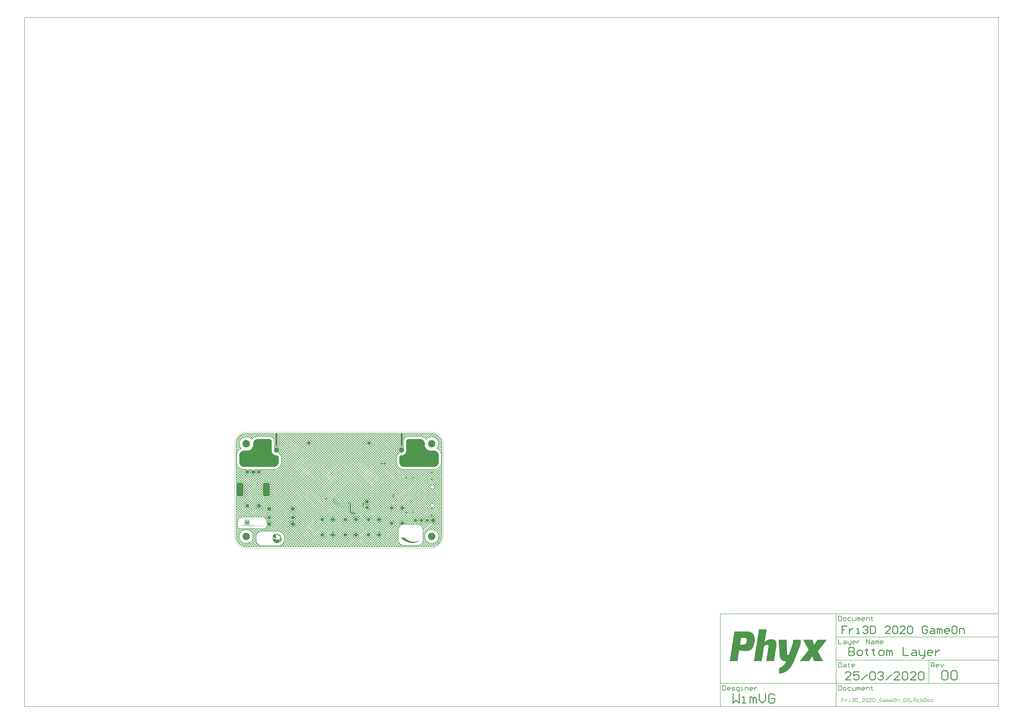
<source format=gbl>
G04*
G04 #@! TF.GenerationSoftware,Altium Limited,Altium Designer,20.0.13 (296)*
G04*
G04 Layer_Physical_Order=2*
G04 Layer_Color=3381759*
%FSLAX25Y25*%
%MOIN*%
G70*
G01*
G75*
%ADD12C,0.00787*%
%ADD13C,0.01000*%
%ADD14C,0.01575*%
%ADD15C,0.00394*%
%ADD16C,0.00984*%
%ADD42C,0.06299*%
%ADD44R,0.06299X0.06299*%
%ADD49C,0.02756*%
G04:AMPARAMS|DCode=51|XSize=43.31mil|YSize=216.54mil|CornerRadius=10.83mil|HoleSize=0mil|Usage=FLASHONLY|Rotation=0.000|XOffset=0mil|YOffset=0mil|HoleType=Round|Shape=RoundedRectangle|*
%AMROUNDEDRECTD51*
21,1,0.04331,0.19488,0,0,0.0*
21,1,0.02165,0.21654,0,0,0.0*
1,1,0.02165,0.01083,-0.09744*
1,1,0.02165,-0.01083,-0.09744*
1,1,0.02165,-0.01083,0.09744*
1,1,0.02165,0.01083,0.09744*
%
%ADD51ROUNDEDRECTD51*%
%ADD52C,0.09055*%
G04:AMPARAMS|DCode=53|XSize=118.11mil|YSize=236.22mil|CornerRadius=29.53mil|HoleSize=0mil|Usage=FLASHONLY|Rotation=0.000|XOffset=0mil|YOffset=0mil|HoleType=Round|Shape=RoundedRectangle|*
%AMROUNDEDRECTD53*
21,1,0.11811,0.17717,0,0,0.0*
21,1,0.05906,0.23622,0,0,0.0*
1,1,0.05906,0.02953,-0.08858*
1,1,0.05906,-0.02953,-0.08858*
1,1,0.05906,-0.02953,0.08858*
1,1,0.05906,0.02953,0.08858*
%
%ADD53ROUNDEDRECTD53*%
G04:AMPARAMS|DCode=54|XSize=62.99mil|YSize=62.99mil|CornerRadius=15.75mil|HoleSize=0mil|Usage=FLASHONLY|Rotation=0.000|XOffset=0mil|YOffset=0mil|HoleType=Round|Shape=RoundedRectangle|*
%AMROUNDEDRECTD54*
21,1,0.06299,0.03150,0,0,0.0*
21,1,0.03150,0.06299,0,0,0.0*
1,1,0.03150,0.01575,-0.01575*
1,1,0.03150,-0.01575,-0.01575*
1,1,0.03150,-0.01575,0.01575*
1,1,0.03150,0.01575,0.01575*
%
%ADD54ROUNDEDRECTD54*%
%ADD55C,0.05906*%
%ADD56R,0.05906X0.05906*%
%ADD57R,0.05906X0.05906*%
%ADD58C,0.12598*%
%ADD59C,0.07087*%
%ADD60R,0.07087X0.07087*%
%ADD61C,0.02756*%
%ADD62C,0.04724*%
G36*
X317257Y184737D02*
X318690Y184143D01*
X319980Y183282D01*
X321077Y182185D01*
X321938Y180895D01*
X322532Y179462D01*
X322835Y177941D01*
Y177165D01*
Y175354D01*
X322883Y174374D01*
X323265Y172451D01*
X324015Y170640D01*
X325104Y169010D01*
X326491Y167624D01*
X328121Y166535D01*
X329932Y165785D01*
X331855Y165402D01*
X332835Y165354D01*
X339358D01*
X340879Y165052D01*
X342312Y164458D01*
X343602Y163596D01*
X344699Y162500D01*
X345561Y161210D01*
X346154Y159777D01*
X346457Y158256D01*
Y157480D01*
Y145669D01*
Y144894D01*
X346154Y143372D01*
X345561Y141939D01*
X344699Y140650D01*
X343602Y139553D01*
X342312Y138691D01*
X340879Y138098D01*
X339358Y137795D01*
X286626D01*
X285105Y138098D01*
X283672Y138691D01*
X282382Y139553D01*
X281285Y140650D01*
X280424Y141939D01*
X279830Y143372D01*
X279528Y144894D01*
Y145669D01*
Y153543D01*
Y153931D01*
X279679Y154692D01*
X279976Y155408D01*
X280406Y156053D01*
X280955Y156601D01*
X281600Y157032D01*
X282316Y157329D01*
X283077Y157480D01*
X283465D01*
X284236Y157518D01*
X285750Y157819D01*
X287176Y158410D01*
X288460Y159268D01*
X289551Y160359D01*
X290409Y161643D01*
X291000Y163069D01*
X291301Y164583D01*
X291339Y165354D01*
Y181102D01*
Y181490D01*
X291490Y182251D01*
X291787Y182967D01*
X292217Y183612D01*
X292766Y184160D01*
X293411Y184591D01*
X294127Y184888D01*
X294888Y185039D01*
X315736D01*
X317257Y184737D01*
D02*
G37*
G36*
X60203Y184888D02*
X60920Y184591D01*
X61565Y184160D01*
X62113Y183612D01*
X62544Y182967D01*
X62841Y182251D01*
X62992Y181490D01*
Y181102D01*
Y165354D01*
X63030Y164583D01*
X63331Y163069D01*
X63922Y161643D01*
X64779Y160359D01*
X65871Y159268D01*
X67154Y158410D01*
X68580Y157819D01*
X70094Y157518D01*
X70866Y157480D01*
X71254D01*
X72014Y157329D01*
X72731Y157032D01*
X73376Y156601D01*
X73924Y156053D01*
X74355Y155408D01*
X74652Y154692D01*
X74803Y153931D01*
Y153543D01*
Y145669D01*
Y144894D01*
X74501Y143372D01*
X73907Y141939D01*
X73045Y140650D01*
X71948Y139553D01*
X70659Y138691D01*
X69226Y138098D01*
X67705Y137795D01*
X14973D01*
X13451Y138098D01*
X12018Y138691D01*
X10729Y139553D01*
X9632Y140650D01*
X8770Y141939D01*
X8177Y143372D01*
X7874Y144894D01*
Y145669D01*
Y157480D01*
Y158256D01*
X8177Y159777D01*
X8770Y161210D01*
X9632Y162500D01*
X10729Y163596D01*
X12018Y164458D01*
X13451Y165052D01*
X14973Y165354D01*
X21496D01*
X22476Y165402D01*
X24399Y165785D01*
X26210Y166535D01*
X27840Y167624D01*
X29226Y169010D01*
X30315Y170640D01*
X31065Y172451D01*
X31448Y174374D01*
X31496Y175354D01*
Y177165D01*
Y177941D01*
X31799Y179462D01*
X32392Y180895D01*
X33254Y182185D01*
X34351Y183282D01*
X35640Y184143D01*
X37073Y184737D01*
X38594Y185039D01*
X59443D01*
X60203Y184888D01*
D02*
G37*
G36*
X18271Y48584D02*
X18271Y48502D01*
X18354Y48501D01*
X18354Y48584D01*
X18437Y48583D01*
X18437Y48500D01*
X18520Y48499D01*
X18519Y48416D01*
X18685Y48415D01*
X18684Y48332D01*
X18684Y48249D01*
X18767Y48248D01*
X18766Y48165D01*
X18765Y48082D01*
X18764Y47999D01*
X18847Y47998D01*
X18847Y47915D01*
X18846Y47832D01*
X18845Y47749D01*
X18845Y47666D01*
X18844Y47583D01*
X18927Y47582D01*
X18926Y47499D01*
X18843Y47500D01*
X18842Y47417D01*
X18925Y47416D01*
X18925Y47333D01*
X18842Y47334D01*
X18841Y47251D01*
X18924Y47250D01*
X18923Y47167D01*
X18923Y47084D01*
X18922Y47001D01*
X18921Y46918D01*
X18920Y46835D01*
X19003Y46834D01*
X19003Y46751D01*
X18920Y46752D01*
X18919Y46669D01*
X19002Y46668D01*
X19001Y46585D01*
X19000Y46502D01*
X19000Y46419D01*
X19083Y46419D01*
X19082Y46336D01*
X18999Y46336D01*
X18998Y46253D01*
X19081Y46253D01*
X19081Y46170D01*
X18997Y46170D01*
X18997Y46087D01*
X19080Y46087D01*
X19079Y46004D01*
X18996Y46004D01*
X18995Y45921D01*
X19078Y45921D01*
X19078Y45838D01*
X19077Y45755D01*
X19076Y45671D01*
X19159Y45671D01*
X19159Y45588D01*
X19158Y45505D01*
X19157Y45422D01*
X19156Y45339D01*
X19156Y45256D01*
X19239Y45255D01*
X19238Y45172D01*
X19155Y45173D01*
X19154Y45090D01*
X19237Y45089D01*
X19237Y45006D01*
X19153Y45007D01*
X19153Y44924D01*
X19236Y44923D01*
X19235Y44840D01*
X19152Y44841D01*
X19151Y44758D01*
X19234Y44757D01*
X19233Y44674D01*
X19233Y44591D01*
X19232Y44508D01*
X19315Y44507D01*
X19314Y44424D01*
X19231Y44425D01*
X19231Y44342D01*
X19314Y44341D01*
X19313Y44258D01*
X19312Y44175D01*
X19311Y44092D01*
X19311Y44009D01*
X19310Y43926D01*
X19393Y43925D01*
X19392Y43842D01*
X19309Y43843D01*
X19309Y43760D01*
X19392Y43759D01*
X19391Y43676D01*
X19308Y43677D01*
X19307Y43594D01*
X19390Y43593D01*
X19389Y43510D01*
X19389Y43427D01*
X19388Y43344D01*
X19387Y43261D01*
X19387Y43178D01*
X19470Y43177D01*
X19469Y43094D01*
X19468Y43011D01*
X19467Y42928D01*
X19467Y42845D01*
X19466Y42762D01*
X19549Y42761D01*
X19548Y42678D01*
X19465Y42679D01*
X19465Y42596D01*
X19547Y42595D01*
X19547Y42512D01*
X19464Y42513D01*
X19463Y42430D01*
X19546Y42429D01*
X19545Y42346D01*
X19545Y42263D01*
X19544Y42180D01*
X19543Y42097D01*
X19542Y42014D01*
X19625Y42013D01*
X19625Y41930D01*
X19624Y41848D01*
X19623Y41765D01*
X19623Y41682D01*
X19622Y41598D01*
X19705Y41598D01*
X19704Y41515D01*
X19787Y41514D01*
X19788Y41597D01*
X19705Y41598D01*
X19706Y41681D01*
X19789Y41680D01*
X19789Y41763D01*
X19790Y41846D01*
X19791Y41929D01*
X19792Y42012D01*
X19792Y42095D01*
X19875Y42094D01*
X19876Y42177D01*
X19793Y42178D01*
X19794Y42261D01*
X19877Y42260D01*
X19877Y42343D01*
X19794Y42344D01*
X19795Y42427D01*
X19878Y42426D01*
X19879Y42509D01*
X19880Y42592D01*
X19880Y42676D01*
X19963Y42675D01*
X19964Y42758D01*
X19881Y42759D01*
X19882Y42842D01*
X19965Y42841D01*
X19965Y42924D01*
X19966Y43007D01*
X19967Y43090D01*
X19968Y43173D01*
X19968Y43256D01*
X20051Y43255D01*
X20052Y43338D01*
X19969Y43339D01*
X19970Y43422D01*
X20053Y43421D01*
X20054Y43504D01*
X19971Y43505D01*
X19971Y43588D01*
X20054Y43587D01*
X20055Y43670D01*
X20056Y43753D01*
X20056Y43836D01*
X20057Y43919D01*
X20058Y44002D01*
X20141Y44002D01*
X20142Y44085D01*
X20142Y44168D01*
X20143Y44251D01*
X20144Y44334D01*
X20145Y44417D01*
X20228Y44416D01*
X20228Y44499D01*
X20145Y44500D01*
X20146Y44583D01*
X20229Y44582D01*
X20230Y44665D01*
X20147Y44666D01*
X20147Y44749D01*
X20231Y44748D01*
X20231Y44831D01*
X20232Y44914D01*
X20233Y44997D01*
X20233Y45080D01*
X20234Y45163D01*
X20235Y45246D01*
X20318Y45246D01*
X20319Y45329D01*
X20319Y45412D01*
X20320Y45495D01*
X20321Y45578D01*
X20404Y45577D01*
X20404Y45660D01*
X20322Y45661D01*
X20322Y45744D01*
X20405Y45743D01*
X20406Y45826D01*
X20323Y45827D01*
X20324Y45910D01*
X20407Y45909D01*
X20407Y45992D01*
X20408Y46075D01*
X20409Y46158D01*
X20410Y46241D01*
X20410Y46324D01*
X20411Y46407D01*
X20412Y46490D01*
X20495Y46489D01*
X20495Y46572D01*
X20496Y46655D01*
X20497Y46738D01*
X20498Y46821D01*
X20498Y46905D01*
X20581Y46904D01*
X20582Y46987D01*
X20499Y46988D01*
X20500Y47071D01*
X20583Y47070D01*
X20584Y47153D01*
X20501Y47154D01*
X20501Y47237D01*
X20584Y47236D01*
X20585Y47319D01*
X20586Y47402D01*
X20586Y47485D01*
X20587Y47568D01*
X20588Y47651D01*
X20671Y47650D01*
X20672Y47733D01*
X20589Y47734D01*
X20589Y47817D01*
X20672Y47816D01*
X20673Y47899D01*
X20674Y47982D01*
X20675Y48065D01*
X20758Y48065D01*
X20758Y48148D01*
X20675Y48148D01*
X20676Y48231D01*
X20759Y48231D01*
X20760Y48314D01*
X20843Y48313D01*
X20843Y48396D01*
X20927Y48395D01*
X20927Y48478D01*
X21010Y48478D01*
X21011Y48561D01*
X21094Y48560D01*
X21093Y48477D01*
X21176Y48476D01*
X21177Y48559D01*
X21260Y48558D01*
X21259Y48475D01*
X21342Y48475D01*
X21342Y48392D01*
X21425Y48391D01*
X21424Y48308D01*
X21507Y48307D01*
X21506Y48224D01*
X21589Y48223D01*
X21589Y48140D01*
X21588Y48057D01*
X21587Y47974D01*
X21586Y47891D01*
X21586Y47808D01*
X21669Y47808D01*
X21668Y47725D01*
X21585Y47725D01*
X21584Y47642D01*
X21667Y47642D01*
X21666Y47559D01*
X21666Y47475D01*
X21665Y47392D01*
X21664Y47309D01*
X21664Y47226D01*
X21747Y47226D01*
X21746Y47143D01*
X21663Y47143D01*
X21662Y47060D01*
X21745Y47060D01*
X21745Y46977D01*
X21661Y46977D01*
X21661Y46894D01*
X21744Y46894D01*
X21743Y46811D01*
X21742Y46728D01*
X21742Y46645D01*
X21825Y46644D01*
X21824Y46561D01*
X21741Y46562D01*
X21740Y46479D01*
X21823Y46478D01*
X21822Y46395D01*
X21822Y46312D01*
X21821Y46229D01*
X21820Y46146D01*
X21820Y46063D01*
X21903Y46062D01*
X21902Y45979D01*
X21819Y45980D01*
X21818Y45897D01*
X21901Y45896D01*
X21900Y45813D01*
X21817Y45814D01*
X21817Y45731D01*
X21900Y45730D01*
X21899Y45647D01*
X21898Y45564D01*
X21897Y45481D01*
X21981Y45480D01*
X21980Y45397D01*
X21897Y45398D01*
X21896Y45315D01*
X21979Y45314D01*
X21978Y45231D01*
X21978Y45148D01*
X21977Y45065D01*
X21976Y44982D01*
X21975Y44899D01*
X22058Y44898D01*
X22058Y44815D01*
X21975Y44816D01*
X21974Y44733D01*
X22057Y44732D01*
X22056Y44649D01*
X21973Y44650D01*
X21972Y44567D01*
X22055Y44566D01*
X22055Y44483D01*
X22054Y44400D01*
X22053Y44317D01*
X22053Y44234D01*
X22052Y44151D01*
X22135Y44150D01*
X22134Y44067D01*
X22133Y43984D01*
X22133Y43901D01*
X22132Y43818D01*
X22131Y43735D01*
X22214Y43734D01*
X22214Y43652D01*
X22131Y43652D01*
X22130Y43569D01*
X22213Y43568D01*
X22212Y43485D01*
X22129Y43486D01*
X22128Y43403D01*
X22211Y43402D01*
X22211Y43319D01*
X22128Y43320D01*
X22127Y43237D01*
X22210Y43236D01*
X22209Y43153D01*
X22208Y43070D01*
X22208Y42987D01*
X22207Y42904D01*
X22206Y42821D01*
X22289Y42821D01*
X22289Y42737D01*
X22288Y42654D01*
X22287Y42571D01*
X22370Y42571D01*
X22369Y42488D01*
X22287Y42489D01*
X22286Y42405D01*
X22369Y42405D01*
X22368Y42322D01*
X22285Y42322D01*
X22284Y42239D01*
X22367Y42239D01*
X22367Y42156D01*
X22284Y42156D01*
X22283Y42073D01*
X22366Y42073D01*
X22365Y41990D01*
X22364Y41907D01*
X22364Y41824D01*
X22363Y41741D01*
X22362Y41658D01*
X22445Y41657D01*
X22445Y41574D01*
X22444Y41491D01*
X22443Y41408D01*
X22526Y41407D01*
X22527Y41490D01*
X22528Y41573D01*
X22528Y41656D01*
X22529Y41739D01*
X22530Y41822D01*
X22613Y41821D01*
X22614Y41904D01*
X22614Y41987D01*
X22615Y42070D01*
X22616Y42153D01*
X22616Y42237D01*
X22699Y42236D01*
X22700Y42319D01*
X22617Y42320D01*
X22618Y42403D01*
X22701Y42402D01*
X22702Y42485D01*
X22619Y42486D01*
X22619Y42569D01*
X22702Y42568D01*
X22703Y42651D01*
X22704Y42734D01*
X22704Y42817D01*
X22705Y42900D01*
X22706Y42983D01*
X22789Y42982D01*
X22790Y43065D01*
X22707Y43066D01*
X22707Y43149D01*
X22790Y43148D01*
X22791Y43231D01*
X22792Y43314D01*
X22793Y43397D01*
X22876Y43397D01*
X22876Y43480D01*
X22793Y43480D01*
X22794Y43563D01*
X22877Y43563D01*
X22878Y43646D01*
X22795Y43646D01*
X22795Y43729D01*
X22878Y43729D01*
X22879Y43812D01*
X22796Y43812D01*
X22797Y43896D01*
X22880Y43895D01*
X22881Y43978D01*
X22881Y44061D01*
X22882Y44144D01*
X22883Y44227D01*
X22884Y44310D01*
X22967Y44309D01*
X22967Y44392D01*
X22884Y44393D01*
X22885Y44476D01*
X22968Y44475D01*
X22969Y44558D01*
X22970Y44641D01*
X22970Y44724D01*
X23053Y44723D01*
X23054Y44807D01*
X22971Y44807D01*
X22972Y44890D01*
X23055Y44890D01*
X23055Y44973D01*
X22972Y44973D01*
X22973Y45056D01*
X23056Y45056D01*
X23057Y45139D01*
X22974Y45139D01*
X22975Y45222D01*
X23058Y45222D01*
X23058Y45305D01*
X23059Y45388D01*
X23060Y45471D01*
X23143Y45470D01*
X23144Y45553D01*
X23061Y45554D01*
X23061Y45637D01*
X23144Y45636D01*
X23145Y45719D01*
X23146Y45802D01*
X23146Y45885D01*
X23229Y45884D01*
X23230Y45967D01*
X23147Y45968D01*
X23148Y46051D01*
X23231Y46050D01*
X23232Y46133D01*
X23149Y46134D01*
X23149Y46217D01*
X23232Y46216D01*
X23233Y46299D01*
X23150Y46300D01*
X23151Y46383D01*
X23234Y46382D01*
X23234Y46466D01*
X23235Y46549D01*
X23236Y46632D01*
X23319Y46631D01*
X23320Y46714D01*
X23237Y46715D01*
X23237Y46798D01*
X23320Y46797D01*
X23321Y46880D01*
X23322Y46963D01*
X23323Y47046D01*
X23323Y47129D01*
X23324Y47212D01*
X23407Y47211D01*
X23408Y47294D01*
X23325Y47295D01*
X23325Y47378D01*
X23408Y47377D01*
X23409Y47460D01*
X23326Y47461D01*
X23327Y47544D01*
X23410Y47543D01*
X23411Y47626D01*
X23411Y47709D01*
X23412Y47792D01*
X23413Y47875D01*
X23414Y47958D01*
X23497Y47958D01*
X23497Y48041D01*
X23498Y48124D01*
X23499Y48207D01*
X23582Y48206D01*
X23583Y48289D01*
X23583Y48372D01*
X23749Y48371D01*
X23750Y48454D01*
X23833Y48453D01*
X23834Y48536D01*
X23917Y48535D01*
X23916Y48452D01*
X23999Y48452D01*
X24000Y48535D01*
X24083Y48534D01*
X24082Y48451D01*
X24165Y48450D01*
X24164Y48367D01*
X24247Y48366D01*
X24247Y48283D01*
X24330Y48283D01*
X24329Y48199D01*
X24412Y48199D01*
X24411Y48116D01*
X24328Y48116D01*
X24328Y48033D01*
X24410Y48033D01*
X24410Y47950D01*
X24327Y47950D01*
X24326Y47867D01*
X24409Y47867D01*
X24408Y47784D01*
X24408Y47701D01*
X24407Y47618D01*
X24406Y47535D01*
X24406Y47452D01*
X24488Y47451D01*
X24488Y47368D01*
X24487Y47285D01*
X24486Y47202D01*
X24486Y47119D01*
X24485Y47036D01*
X24568Y47035D01*
X24567Y46952D01*
X24484Y46953D01*
X24483Y46870D01*
X24566Y46869D01*
X24566Y46786D01*
X24483Y46787D01*
X24482Y46704D01*
X24565Y46703D01*
X24564Y46620D01*
X24564Y46537D01*
X24563Y46454D01*
X24562Y46371D01*
X24561Y46288D01*
X24561Y46205D01*
X24560Y46122D01*
X24643Y46121D01*
X24642Y46038D01*
X24642Y45955D01*
X24641Y45872D01*
X24640Y45789D01*
X24639Y45706D01*
X24722Y45705D01*
X24722Y45622D01*
X24639Y45623D01*
X24638Y45540D01*
X24721Y45539D01*
X24720Y45456D01*
X24637Y45457D01*
X24636Y45374D01*
X24720Y45373D01*
X24719Y45290D01*
X24718Y45207D01*
X24717Y45124D01*
X24716Y45041D01*
X24716Y44958D01*
X24799Y44957D01*
X24798Y44874D01*
X24715Y44875D01*
X24714Y44792D01*
X24797Y44791D01*
X24797Y44708D01*
X24796Y44625D01*
X24795Y44542D01*
X24878Y44541D01*
X24878Y44458D01*
X24794Y44459D01*
X24794Y44376D01*
X24877Y44376D01*
X24876Y44293D01*
X24793Y44293D01*
X24792Y44210D01*
X24875Y44209D01*
X24875Y44126D01*
X24792Y44127D01*
X24791Y44044D01*
X24874Y44043D01*
X24873Y43960D01*
X24872Y43877D01*
X24872Y43794D01*
X24955Y43794D01*
X24954Y43711D01*
X24871Y43711D01*
X24870Y43628D01*
X24953Y43628D01*
X24953Y43545D01*
X24952Y43461D01*
X24951Y43378D01*
X24950Y43295D01*
X24950Y43213D01*
X25033Y43212D01*
X25032Y43129D01*
X24949Y43129D01*
X24948Y43046D01*
X25031Y43046D01*
X25030Y42963D01*
X24948Y42963D01*
X24947Y42880D01*
X25030Y42880D01*
X25029Y42797D01*
X25028Y42714D01*
X25028Y42631D01*
X25027Y42548D01*
X25026Y42465D01*
X25109Y42464D01*
X25109Y42381D01*
X25025Y42382D01*
X25025Y42298D01*
X25108Y42298D01*
X25107Y42215D01*
X25106Y42132D01*
X25106Y42049D01*
X25189Y42048D01*
X25188Y41965D01*
X25105Y41966D01*
X25104Y41883D01*
X25187Y41882D01*
X25186Y41799D01*
X25103Y41800D01*
X25103Y41717D01*
X25186Y41716D01*
X25185Y41633D01*
X25102Y41634D01*
X25101Y41551D01*
X25184Y41550D01*
X25183Y41467D01*
X25183Y41384D01*
X25182Y41301D01*
X25181Y41218D01*
X25181Y41135D01*
X25264Y41134D01*
X25263Y41051D01*
X25180Y41052D01*
X25179Y40969D01*
X25262Y40968D01*
X25262Y40885D01*
X25261Y40802D01*
X25260Y40719D01*
X25343Y40718D01*
X25342Y40635D01*
X25259Y40636D01*
X25259Y40553D01*
X25342Y40552D01*
X25341Y40469D01*
X25258Y40470D01*
X25257Y40387D01*
X25340Y40386D01*
X25339Y40303D01*
X25256Y40304D01*
X25256Y40221D01*
X25339Y40220D01*
X25338Y40137D01*
X25337Y40054D01*
X25337Y39971D01*
X25420Y39970D01*
X25419Y39887D01*
X25336Y39888D01*
X25335Y39805D01*
X25418Y39804D01*
X25417Y39721D01*
X25417Y39638D01*
X25416Y39555D01*
X25415Y39472D01*
X25414Y39389D01*
X25497Y39388D01*
X25497Y39305D01*
X25414Y39306D01*
X25413Y39223D01*
X25496Y39222D01*
X25495Y39139D01*
X25412Y39140D01*
X25412Y39057D01*
X25495Y39056D01*
X25494Y38973D01*
X25493Y38890D01*
X25492Y38807D01*
X25575Y38807D01*
X25575Y38724D01*
X25492Y38724D01*
X25491Y38641D01*
X25574Y38640D01*
X25573Y38557D01*
X25572Y38475D01*
X25572Y38392D01*
X25571Y38308D01*
X25570Y38225D01*
X25653Y38225D01*
X25653Y38142D01*
X25570Y38142D01*
X25569Y38059D01*
X25652Y38059D01*
X25651Y37976D01*
X25900Y37973D01*
X25899Y37890D01*
X25983Y37890D01*
X25983Y37973D01*
X26232Y37971D01*
X26232Y37887D01*
X26315Y37887D01*
X26315Y37970D01*
X26564Y37968D01*
X26564Y37885D01*
X26647Y37884D01*
X26647Y37967D01*
X26897Y37965D01*
X26896Y37882D01*
X26979Y37881D01*
X26980Y37964D01*
X27229Y37962D01*
X27228Y37879D01*
X27311Y37878D01*
X27312Y37961D01*
X27395Y37960D01*
X27394Y37877D01*
X27477Y37877D01*
X27478Y37960D01*
X27561Y37959D01*
X27560Y37876D01*
X27643Y37875D01*
X27644Y37958D01*
X27727Y37958D01*
X27726Y37874D01*
X27809Y37874D01*
X27810Y37957D01*
X27893Y37956D01*
X27892Y37873D01*
X27975Y37872D01*
X27976Y37955D01*
X28059Y37955D01*
X28058Y37872D01*
X28141Y37871D01*
X28142Y37954D01*
X28225Y37953D01*
X28224Y37870D01*
X28307Y37869D01*
X28308Y37953D01*
X28391Y37952D01*
X28390Y37869D01*
X28473Y37868D01*
X28474Y37951D01*
X28557Y37950D01*
X28556Y37867D01*
X28639Y37867D01*
X28640Y37949D01*
X28723Y37949D01*
X28722Y37866D01*
X28805Y37865D01*
X28806Y37948D01*
X28889Y37947D01*
X28888Y37864D01*
X28971Y37864D01*
X28972Y37947D01*
X29055Y37946D01*
X29054Y37863D01*
X29137Y37862D01*
X29138Y37945D01*
X29221Y37944D01*
X29220Y37861D01*
X29303Y37861D01*
X29304Y37944D01*
X29387Y37943D01*
X29386Y37860D01*
X29469Y37859D01*
X29470Y37942D01*
X29553Y37942D01*
X29553Y37859D01*
X29636Y37858D01*
X29636Y37941D01*
X29719Y37940D01*
X29719Y37857D01*
X29801Y37856D01*
X29802Y37939D01*
X29885Y37939D01*
X29884Y37856D01*
X29968Y37855D01*
X29968Y37938D01*
X30051Y37937D01*
X30051Y37854D01*
X30134Y37854D01*
X30134Y37936D01*
X30217Y37936D01*
X30217Y37853D01*
X30300Y37852D01*
X30300Y37935D01*
X30383Y37934D01*
X30383Y37851D01*
X30466Y37851D01*
X30466Y37934D01*
X30549Y37933D01*
X30549Y37850D01*
X30632Y37849D01*
X30632Y37932D01*
X30716Y37931D01*
X30715Y37848D01*
X30798Y37848D01*
X30799Y37931D01*
X30882Y37930D01*
X30881Y37847D01*
X30964Y37846D01*
X30964Y37929D01*
X31048Y37929D01*
X31047Y37846D01*
X31130Y37845D01*
X31131Y37928D01*
X31214Y37927D01*
X31213Y37844D01*
X31296Y37843D01*
X31297Y37926D01*
X31380Y37926D01*
X31379Y37843D01*
X31462Y37842D01*
X31463Y37925D01*
X31546Y37924D01*
X31545Y37841D01*
X31628Y37840D01*
X31629Y37923D01*
X31712Y37923D01*
X31711Y37840D01*
X31794Y37839D01*
X31795Y37922D01*
X31878Y37921D01*
X31877Y37838D01*
X31960Y37838D01*
X31961Y37921D01*
X32044Y37920D01*
X32043Y37837D01*
X32126Y37836D01*
X32127Y37919D01*
X32210Y37918D01*
X32209Y37835D01*
X32292Y37835D01*
X32293Y37918D01*
X32376Y37917D01*
X32375Y37834D01*
X32458Y37833D01*
X32459Y37916D01*
X32542Y37916D01*
X32541Y37832D01*
X32624Y37832D01*
X32625Y37915D01*
X32708Y37914D01*
X32707Y37831D01*
X32790Y37830D01*
X32791Y37913D01*
X32874Y37913D01*
X32873Y37830D01*
X32956Y37829D01*
X32957Y37912D01*
X33040Y37911D01*
X33039Y37828D01*
X33122Y37827D01*
X33123Y37910D01*
X33206Y37910D01*
X33205Y37827D01*
X33288Y37826D01*
X33289Y37909D01*
X33372Y37908D01*
X33371Y37825D01*
X33454Y37824D01*
X33455Y37907D01*
X33538Y37907D01*
X33537Y37824D01*
X33621Y37823D01*
X33621Y37906D01*
X33704Y37905D01*
X33704Y37822D01*
X33786Y37822D01*
X33787Y37905D01*
X33870Y37904D01*
X33869Y37821D01*
X33953Y37820D01*
X33953Y37903D01*
X34036Y37903D01*
X34036Y37819D01*
X34119Y37819D01*
X34119Y37902D01*
X34202Y37901D01*
X34202Y37818D01*
X34285Y37817D01*
X34285Y37900D01*
X34368Y37900D01*
X34368Y37817D01*
X34451Y37816D01*
X34451Y37899D01*
X34534Y37898D01*
X34534Y37815D01*
X34617Y37814D01*
X34617Y37897D01*
X34701Y37897D01*
X34700Y37814D01*
X34783Y37813D01*
X34784Y37896D01*
X34866Y37895D01*
X34866Y37812D01*
X34949Y37811D01*
X34949Y37894D01*
X35032Y37894D01*
X35032Y37811D01*
X35115Y37810D01*
X35116Y37893D01*
X35199Y37892D01*
X35198Y37809D01*
X35281Y37809D01*
X35282Y37892D01*
X35365Y37891D01*
X35364Y37808D01*
X35447Y37807D01*
X35448Y37890D01*
X35531Y37889D01*
X35530Y37806D01*
X35613Y37806D01*
X35614Y37889D01*
X35697Y37888D01*
X35696Y37805D01*
X35779Y37804D01*
X35780Y37887D01*
X35863Y37887D01*
X35862Y37804D01*
X35945Y37803D01*
X35946Y37886D01*
X36029Y37885D01*
X36028Y37802D01*
X36111Y37801D01*
X36112Y37884D01*
X36195Y37884D01*
X36194Y37801D01*
X36277Y37800D01*
X36278Y37883D01*
X36361Y37882D01*
X36360Y37799D01*
X36443Y37798D01*
X36444Y37881D01*
X36527Y37881D01*
X36526Y37798D01*
X36609Y37797D01*
X36610Y37880D01*
X36693Y37879D01*
X36692Y37796D01*
X36775Y37795D01*
X36776Y37879D01*
X36859Y37878D01*
X36858Y37795D01*
X36941Y37794D01*
X36942Y37877D01*
X37025Y37876D01*
X37024Y37793D01*
X37107Y37793D01*
X37108Y37876D01*
X37191Y37875D01*
X37190Y37792D01*
X37273Y37791D01*
X37274Y37874D01*
X37357Y37874D01*
X37356Y37790D01*
X37439Y37790D01*
X37440Y37873D01*
X37523Y37872D01*
X37522Y37789D01*
X37606Y37788D01*
X37606Y37871D01*
X37689Y37871D01*
X37688Y37788D01*
X37771Y37787D01*
X37772Y37870D01*
X37855Y37869D01*
X37854Y37786D01*
X37938Y37785D01*
X37938Y37868D01*
X38021Y37868D01*
X38021Y37785D01*
X38270Y37782D01*
X38270Y37865D01*
X38353Y37865D01*
X38353Y37782D01*
X38602Y37780D01*
X38602Y37863D01*
X38685Y37862D01*
X38685Y37779D01*
X38934Y37777D01*
X38934Y37860D01*
X39018Y37859D01*
X39017Y37776D01*
X39266Y37774D01*
X39267Y37857D01*
X39350Y37856D01*
X39349Y37773D01*
X39598Y37771D01*
X39599Y37854D01*
X39682Y37853D01*
X39681Y37770D01*
X39930Y37768D01*
X39931Y37851D01*
X40014Y37850D01*
X40013Y37767D01*
X40262Y37765D01*
X40263Y37848D01*
X40346Y37847D01*
X40345Y37764D01*
X40594Y37762D01*
X40595Y37845D01*
X40678Y37844D01*
X40677Y37762D01*
X40926Y37759D01*
X40927Y37842D01*
X41010Y37842D01*
X41009Y37759D01*
X41258Y37756D01*
X41259Y37839D01*
X41342Y37839D01*
X41341Y37756D01*
X50059Y37680D01*
X50058Y37597D01*
X49975Y37597D01*
X49974Y37514D01*
X49891Y37515D01*
X49890Y37432D01*
X49973Y37431D01*
X49973Y37348D01*
X49890Y37349D01*
X49889Y37266D01*
X24900Y37484D01*
X24900Y37567D01*
X24817Y37568D01*
X24818Y37651D01*
X24735Y37652D01*
X24736Y37734D01*
X24819Y37734D01*
X24820Y37817D01*
X24736Y37817D01*
X24737Y37901D01*
X24820Y37900D01*
X24821Y37983D01*
X24738Y37984D01*
X24739Y38067D01*
X24739Y38150D01*
X24740Y38233D01*
X24741Y38316D01*
X24742Y38399D01*
X24659Y38399D01*
X24659Y38482D01*
X24660Y38565D01*
X24661Y38649D01*
X24661Y38732D01*
X24662Y38814D01*
X24579Y38815D01*
X24580Y38898D01*
X24663Y38898D01*
X24664Y38981D01*
X24581Y38981D01*
X24581Y39064D01*
X24664Y39064D01*
X24665Y39147D01*
X24582Y39147D01*
X24583Y39230D01*
X24666Y39230D01*
X24667Y39313D01*
X24584Y39313D01*
X24584Y39396D01*
X24585Y39479D01*
X24586Y39562D01*
X24586Y39645D01*
X24587Y39729D01*
X24504Y39729D01*
X24505Y39812D01*
X24506Y39895D01*
X24506Y39978D01*
X24423Y39979D01*
X24424Y40062D01*
X24507Y40061D01*
X24508Y40144D01*
X24425Y40145D01*
X24426Y40228D01*
X24509Y40227D01*
X24509Y40310D01*
X24426Y40311D01*
X24427Y40394D01*
X24510Y40393D01*
X24511Y40476D01*
X24428Y40477D01*
X24428Y40560D01*
X24429Y40643D01*
X24430Y40726D01*
X24347Y40727D01*
X24348Y40810D01*
X24430Y40809D01*
X24431Y40892D01*
X24348Y40893D01*
X24349Y40976D01*
X24350Y41059D01*
X24350Y41142D01*
X24267Y41143D01*
X24268Y41226D01*
X24351Y41225D01*
X24352Y41308D01*
X24269Y41309D01*
X24270Y41392D01*
X24353Y41391D01*
X24353Y41474D01*
X24270Y41475D01*
X24271Y41558D01*
X24354Y41557D01*
X24355Y41640D01*
X24272Y41641D01*
X24272Y41724D01*
X24273Y41807D01*
X24274Y41890D01*
X24275Y41973D01*
X24275Y42056D01*
X24192Y42057D01*
X24193Y42140D01*
X24194Y42223D01*
X24194Y42306D01*
X24195Y42389D01*
X24196Y42472D01*
X24113Y42472D01*
X24114Y42555D01*
X24197Y42555D01*
X24197Y42638D01*
X24114Y42639D01*
X24115Y42722D01*
X24198Y42721D01*
X24199Y42804D01*
X24116Y42805D01*
X24117Y42888D01*
X24117Y42971D01*
X24118Y43054D01*
X24119Y43137D01*
X24119Y43220D01*
X24036Y43220D01*
X24037Y43303D01*
X24120Y43303D01*
X24121Y43386D01*
X24038Y43387D01*
X24039Y43470D01*
X24039Y43553D01*
X24040Y43635D01*
X24041Y43718D01*
X24042Y43802D01*
X23958Y43802D01*
X23959Y43885D01*
X24042Y43885D01*
X24043Y43968D01*
X23960Y43968D01*
X23961Y44051D01*
X23961Y44134D01*
X23962Y44217D01*
X23963Y44300D01*
X23964Y44383D01*
X23880Y44384D01*
X23880Y44301D01*
X23797Y44302D01*
X23796Y44219D01*
X23879Y44218D01*
X23878Y44135D01*
X23795Y44136D01*
X23795Y44053D01*
X23794Y43970D01*
X23793Y43887D01*
X23792Y43804D01*
X23792Y43721D01*
X23709Y43721D01*
X23708Y43639D01*
X23707Y43555D01*
X23707Y43472D01*
X23706Y43389D01*
X23705Y43306D01*
X23622Y43307D01*
X23621Y43224D01*
X23704Y43223D01*
X23704Y43140D01*
X23621Y43141D01*
X23620Y43058D01*
X23703Y43057D01*
X23702Y42974D01*
X23619Y42975D01*
X23618Y42892D01*
X23701Y42891D01*
X23701Y42808D01*
X23618Y42809D01*
X23617Y42726D01*
X23616Y42643D01*
X23616Y42560D01*
X23532Y42561D01*
X23532Y42478D01*
X23615Y42477D01*
X23614Y42394D01*
X23531Y42395D01*
X23530Y42311D01*
X23530Y42228D01*
X23529Y42145D01*
X23446Y42146D01*
X23445Y42063D01*
X23528Y42063D01*
X23527Y41980D01*
X23444Y41980D01*
X23444Y41897D01*
X23527Y41896D01*
X23526Y41813D01*
X23443Y41814D01*
X23442Y41731D01*
X23525Y41730D01*
X23525Y41647D01*
X23441Y41648D01*
X23441Y41565D01*
X23440Y41482D01*
X23439Y41399D01*
X23356Y41400D01*
X23356Y41317D01*
X23439Y41316D01*
X23438Y41233D01*
X23355Y41234D01*
X23354Y41151D01*
X23353Y41068D01*
X23353Y40985D01*
X23270Y40985D01*
X23269Y40902D01*
X23352Y40902D01*
X23351Y40819D01*
X23268Y40819D01*
X23268Y40736D01*
X23350Y40736D01*
X23350Y40653D01*
X23267Y40653D01*
X23266Y40570D01*
X23349Y40570D01*
X23348Y40486D01*
X23265Y40487D01*
X23265Y40404D01*
X23264Y40321D01*
X23263Y40238D01*
X23262Y40155D01*
X23262Y40072D01*
X23179Y40073D01*
X23178Y39990D01*
X23177Y39907D01*
X23177Y39824D01*
X23176Y39741D01*
X23175Y39658D01*
X23092Y39658D01*
X23091Y39575D01*
X23174Y39575D01*
X23174Y39492D01*
X23091Y39492D01*
X23090Y39409D01*
X23173Y39409D01*
X23172Y39326D01*
X23089Y39326D01*
X23088Y39243D01*
X23088Y39160D01*
X23087Y39077D01*
X23086Y38994D01*
X23086Y38911D01*
X23002Y38912D01*
X23002Y38829D01*
X23001Y38746D01*
X23000Y38663D01*
X23000Y38580D01*
X22999Y38497D01*
X22998Y38414D01*
X22998Y38331D01*
X22914Y38332D01*
X22914Y38249D01*
X22997Y38248D01*
X22996Y38165D01*
X22913Y38166D01*
X22912Y38083D01*
X22911Y37999D01*
X22911Y37916D01*
X22910Y37833D01*
X22909Y37751D01*
X22826Y37751D01*
X22826Y37668D01*
X22825Y37585D01*
X22824Y37502D01*
X22077Y37509D01*
X22078Y37592D01*
X21995Y37592D01*
X21995Y37675D01*
X21996Y37758D01*
X21997Y37841D01*
X21914Y37842D01*
X21915Y37925D01*
X21998Y37925D01*
X21998Y38008D01*
X21915Y38008D01*
X21916Y38091D01*
X21999Y38091D01*
X22000Y38174D01*
X21917Y38174D01*
X21917Y38257D01*
X22001Y38257D01*
X22001Y38340D01*
X21918Y38340D01*
X21919Y38423D01*
X21920Y38506D01*
X21920Y38589D01*
X21921Y38672D01*
X21922Y38755D01*
X21839Y38756D01*
X21839Y38839D01*
X21840Y38922D01*
X21841Y39005D01*
X21842Y39088D01*
X21842Y39171D01*
X21759Y39172D01*
X21760Y39255D01*
X21843Y39254D01*
X21844Y39337D01*
X21761Y39338D01*
X21761Y39421D01*
X21845Y39420D01*
X21845Y39503D01*
X21762Y39504D01*
X21763Y39587D01*
X21764Y39670D01*
X21765Y39753D01*
X21765Y39836D01*
X21766Y39919D01*
X21683Y39920D01*
X21684Y40003D01*
X21684Y40086D01*
X21685Y40169D01*
X21686Y40252D01*
X21687Y40335D01*
X21603Y40336D01*
X21604Y40419D01*
X21687Y40418D01*
X21688Y40501D01*
X21605Y40502D01*
X21606Y40585D01*
X21689Y40584D01*
X21689Y40667D01*
X21606Y40668D01*
X21607Y40751D01*
X21608Y40834D01*
X21609Y40917D01*
X21609Y41000D01*
X21610Y41083D01*
X21527Y41084D01*
X21528Y41167D01*
X21528Y41250D01*
X21529Y41333D01*
X21530Y41416D01*
X21531Y41499D01*
X21448Y41500D01*
X21448Y41583D01*
X21531Y41582D01*
X21532Y41665D01*
X21449Y41666D01*
X21450Y41748D01*
X21533Y41748D01*
X21533Y41831D01*
X21451Y41831D01*
X21451Y41915D01*
X21452Y41998D01*
X21453Y42081D01*
X21453Y42164D01*
X21454Y42247D01*
X21371Y42247D01*
X21372Y42330D01*
X21455Y42330D01*
X21455Y42413D01*
X21373Y42413D01*
X21373Y42496D01*
X21374Y42579D01*
X21375Y42663D01*
X21375Y42746D01*
X21376Y42829D01*
X21293Y42829D01*
X21294Y42912D01*
X21377Y42911D01*
X21378Y42995D01*
X21295Y42995D01*
X21295Y43078D01*
X21378Y43078D01*
X21379Y43161D01*
X21296Y43161D01*
X21297Y43244D01*
X21297Y43327D01*
X21298Y43410D01*
X21215Y43411D01*
X21216Y43494D01*
X21299Y43493D01*
X21300Y43576D01*
X21217Y43577D01*
X21217Y43660D01*
X21300Y43659D01*
X21301Y43742D01*
X21218Y43743D01*
X21219Y43826D01*
X21219Y43909D01*
X21220Y43992D01*
X21137Y43993D01*
X21138Y44076D01*
X21221Y44075D01*
X21222Y44158D01*
X21139Y44159D01*
X21139Y44242D01*
X21222Y44241D01*
X21223Y44324D01*
X21140Y44325D01*
X21141Y44408D01*
X21142Y44491D01*
X21142Y44574D01*
X21059Y44575D01*
X21058Y44492D01*
X21058Y44409D01*
X21057Y44326D01*
X20974Y44326D01*
X20973Y44243D01*
X21056Y44243D01*
X21056Y44160D01*
X20973Y44161D01*
X20972Y44077D01*
X21055Y44077D01*
X21054Y43994D01*
X20971Y43994D01*
X20970Y43911D01*
X21054Y43911D01*
X21053Y43828D01*
X20970Y43828D01*
X20969Y43745D01*
X20968Y43662D01*
X20968Y43579D01*
X20967Y43496D01*
X20966Y43413D01*
X20883Y43414D01*
X20882Y43331D01*
X20882Y43248D01*
X20881Y43165D01*
X20880Y43082D01*
X20879Y42999D01*
X20797Y43000D01*
X20796Y42917D01*
X20879Y42916D01*
X20878Y42833D01*
X20795Y42834D01*
X20794Y42751D01*
X20877Y42750D01*
X20877Y42667D01*
X20794Y42667D01*
X20793Y42584D01*
X20792Y42502D01*
X20791Y42419D01*
X20791Y42336D01*
X20790Y42252D01*
X20707Y42253D01*
X20706Y42170D01*
X20706Y42087D01*
X20705Y42004D01*
X20704Y41921D01*
X20703Y41838D01*
X20620Y41839D01*
X20619Y41756D01*
X20703Y41755D01*
X20702Y41672D01*
X20619Y41673D01*
X20618Y41590D01*
X20701Y41589D01*
X20700Y41506D01*
X20617Y41507D01*
X20617Y41424D01*
X20616Y41341D01*
X20615Y41258D01*
X20615Y41175D01*
X20614Y41092D01*
X20531Y41092D01*
X20530Y41009D01*
X20529Y40926D01*
X20529Y40843D01*
X20528Y40760D01*
X20527Y40677D01*
X20444Y40678D01*
X20443Y40595D01*
X20526Y40594D01*
X20526Y40511D01*
X20443Y40512D01*
X20442Y40429D01*
X20525Y40428D01*
X20524Y40345D01*
X20441Y40346D01*
X20440Y40263D01*
X20524Y40262D01*
X20523Y40179D01*
X20440Y40180D01*
X20439Y40097D01*
X20438Y40014D01*
X20438Y39931D01*
X20355Y39931D01*
X20354Y39849D01*
X20437Y39848D01*
X20436Y39765D01*
X20353Y39765D01*
X20352Y39682D01*
X20352Y39599D01*
X20351Y39516D01*
X20350Y39433D01*
X20349Y39350D01*
X20267Y39351D01*
X20266Y39268D01*
X20349Y39267D01*
X20348Y39184D01*
X20265Y39185D01*
X20264Y39102D01*
X20347Y39101D01*
X20347Y39018D01*
X20264Y39019D01*
X20263Y38936D01*
X20262Y38853D01*
X20261Y38770D01*
X20178Y38771D01*
X20178Y38688D01*
X20261Y38687D01*
X20260Y38604D01*
X20177Y38605D01*
X20176Y38522D01*
X20259Y38521D01*
X20258Y38438D01*
X20176Y38439D01*
X20175Y38355D01*
X20174Y38273D01*
X20173Y38190D01*
X20090Y38190D01*
X20089Y38107D01*
X20173Y38107D01*
X20172Y38023D01*
X20089Y38024D01*
X20088Y37941D01*
X20171Y37940D01*
X20170Y37857D01*
X20087Y37858D01*
X20087Y37775D01*
X20086Y37692D01*
X20085Y37609D01*
X20002Y37610D01*
X20001Y37527D01*
X19254Y37533D01*
X19255Y37616D01*
X19338Y37616D01*
X19339Y37699D01*
X19256Y37699D01*
X19256Y37782D01*
X19173Y37783D01*
X19174Y37866D01*
X19175Y37949D01*
X19176Y38032D01*
X19176Y38115D01*
X19177Y38198D01*
X19094Y38199D01*
X19095Y38282D01*
X19178Y38281D01*
X19178Y38364D01*
X19095Y38365D01*
X19096Y38448D01*
X19179Y38447D01*
X19180Y38530D01*
X19097Y38531D01*
X19098Y38614D01*
X19098Y38697D01*
X19099Y38780D01*
X19100Y38863D01*
X19101Y38946D01*
X19017Y38947D01*
X19018Y39030D01*
X19101Y39029D01*
X19102Y39112D01*
X19019Y39113D01*
X19020Y39196D01*
X19020Y39279D01*
X19021Y39362D01*
X19022Y39445D01*
X19023Y39528D01*
X18940Y39529D01*
X18940Y39612D01*
X19023Y39611D01*
X19024Y39694D01*
X18941Y39695D01*
X18942Y39778D01*
X18943Y39861D01*
X18943Y39944D01*
X18944Y40027D01*
X18945Y40110D01*
X18862Y40111D01*
X18862Y40194D01*
X18945Y40193D01*
X18946Y40276D01*
X18863Y40277D01*
X18864Y40360D01*
X18865Y40443D01*
X18865Y40526D01*
X18866Y40609D01*
X18867Y40692D01*
X18784Y40692D01*
X18784Y40775D01*
X18867Y40775D01*
X18868Y40858D01*
X18785Y40859D01*
X18786Y40942D01*
X18869Y40941D01*
X18870Y41024D01*
X18787Y41025D01*
X18787Y41107D01*
X18788Y41191D01*
X18789Y41274D01*
X18789Y41357D01*
X18790Y41440D01*
X18707Y41440D01*
X18708Y41523D01*
X18709Y41606D01*
X18709Y41689D01*
X18710Y41772D01*
X18711Y41855D01*
X18628Y41856D01*
X18629Y41939D01*
X18711Y41938D01*
X18712Y42022D01*
X18629Y42022D01*
X18630Y42105D01*
X18713Y42105D01*
X18714Y42188D01*
X18631Y42188D01*
X18631Y42271D01*
X18714Y42271D01*
X18715Y42354D01*
X18632Y42354D01*
X18633Y42437D01*
X18634Y42520D01*
X18634Y42603D01*
X18551Y42604D01*
X18552Y42687D01*
X18635Y42686D01*
X18636Y42769D01*
X18553Y42770D01*
X18553Y42853D01*
X18554Y42936D01*
X18555Y43019D01*
X18472Y43020D01*
X18473Y43103D01*
X18556Y43102D01*
X18556Y43185D01*
X18473Y43186D01*
X18474Y43269D01*
X18557Y43268D01*
X18558Y43351D01*
X18475Y43352D01*
X18475Y43435D01*
X18559Y43434D01*
X18559Y43517D01*
X18476Y43518D01*
X18477Y43601D01*
X18478Y43684D01*
X18478Y43767D01*
X18479Y43850D01*
X18480Y43933D01*
X18397Y43934D01*
X18398Y44017D01*
X18398Y44100D01*
X18399Y44183D01*
X18316Y44184D01*
X18317Y44267D01*
X18400Y44266D01*
X18401Y44349D01*
X18317Y44350D01*
X18318Y44433D01*
X18235Y44433D01*
X18234Y44350D01*
X18234Y44267D01*
X18233Y44184D01*
X18232Y44101D01*
X18232Y44018D01*
X18148Y44019D01*
X18148Y43936D01*
X18231Y43935D01*
X18230Y43852D01*
X18147Y43853D01*
X18146Y43770D01*
X18229Y43769D01*
X18229Y43686D01*
X18146Y43687D01*
X18145Y43604D01*
X18144Y43521D01*
X18143Y43438D01*
X18143Y43355D01*
X18142Y43272D01*
X18059Y43273D01*
X18058Y43190D01*
X18057Y43107D01*
X18057Y43023D01*
X18056Y42941D01*
X18055Y42858D01*
X18055Y42775D01*
X18054Y42691D01*
X17971Y42692D01*
X17970Y42609D01*
X18053Y42608D01*
X18052Y42525D01*
X17969Y42526D01*
X17969Y42443D01*
X17968Y42360D01*
X17967Y42277D01*
X17966Y42194D01*
X17966Y42111D01*
X17883Y42112D01*
X17882Y42029D01*
X17965Y42028D01*
X17964Y41945D01*
X17881Y41946D01*
X17881Y41863D01*
X17880Y41780D01*
X17879Y41697D01*
X17878Y41614D01*
X17878Y41531D01*
X17795Y41531D01*
X17794Y41448D01*
X17877Y41448D01*
X17876Y41365D01*
X17793Y41365D01*
X17793Y41282D01*
X17876Y41282D01*
X17875Y41199D01*
X17792Y41199D01*
X17791Y41116D01*
X17790Y41033D01*
X17790Y40950D01*
X17789Y40867D01*
X17788Y40784D01*
X17705Y40785D01*
X17704Y40702D01*
X17704Y40619D01*
X17703Y40536D01*
X17702Y40453D01*
X17702Y40370D01*
X17618Y40371D01*
X17618Y40288D01*
X17701Y40287D01*
X17700Y40204D01*
X17617Y40204D01*
X17616Y40121D01*
X17699Y40121D01*
X17699Y40038D01*
X17616Y40038D01*
X17615Y39955D01*
X17698Y39955D01*
X17697Y39872D01*
X17614Y39872D01*
X17613Y39789D01*
X17613Y39706D01*
X17612Y39623D01*
X17529Y39624D01*
X17528Y39541D01*
X17611Y39540D01*
X17610Y39457D01*
X17527Y39458D01*
X17527Y39375D01*
X17526Y39292D01*
X17525Y39209D01*
X17442Y39210D01*
X17442Y39127D01*
X17525Y39126D01*
X17524Y39043D01*
X17441Y39044D01*
X17440Y38961D01*
X17523Y38960D01*
X17522Y38877D01*
X17439Y38878D01*
X17439Y38794D01*
X17522Y38794D01*
X17521Y38711D01*
X17438Y38712D01*
X17437Y38629D01*
X17436Y38546D01*
X17436Y38462D01*
X17435Y38379D01*
X17434Y38296D01*
X17351Y38297D01*
X17351Y38214D01*
X17350Y38131D01*
X17349Y38048D01*
X17266Y38049D01*
X17265Y37966D01*
X17348Y37965D01*
X17348Y37882D01*
X17265Y37883D01*
X17264Y37800D01*
X17347Y37799D01*
X17346Y37716D01*
X17263Y37717D01*
X17263Y37634D01*
X17179Y37634D01*
X17179Y37551D01*
X9126Y37622D01*
X9126Y37705D01*
X9210Y37704D01*
X9210Y37787D01*
X9127Y37788D01*
X9128Y37871D01*
X9211Y37870D01*
X9212Y37953D01*
X9129Y37954D01*
X9129Y38037D01*
X12035Y38011D01*
X12036Y38094D01*
X12119Y38094D01*
X12118Y38011D01*
X12367Y38008D01*
X12368Y38092D01*
X12451Y38091D01*
X12450Y38008D01*
X12699Y38006D01*
X12700Y38089D01*
X12783Y38088D01*
X12782Y38005D01*
X12865Y38004D01*
X12866Y38087D01*
X12949Y38087D01*
X12948Y38004D01*
X13031Y38003D01*
X13032Y38086D01*
X13115Y38085D01*
X13114Y38002D01*
X13197Y38001D01*
X13198Y38084D01*
X13281Y38084D01*
X13280Y38001D01*
X13363Y38000D01*
X13364Y38083D01*
X13447Y38082D01*
X13446Y37999D01*
X13529Y37998D01*
X13530Y38081D01*
X13613Y38081D01*
X13612Y37998D01*
X13695Y37997D01*
X13696Y38080D01*
X13779Y38079D01*
X13779Y37996D01*
X13861Y37995D01*
X13862Y38078D01*
X13945Y38078D01*
X13945Y37995D01*
X14028Y37994D01*
X14028Y38077D01*
X14111Y38076D01*
X14111Y37993D01*
X14194Y37993D01*
X14194Y38076D01*
X14277Y38075D01*
X14277Y37992D01*
X14360Y37991D01*
X14360Y38074D01*
X14443Y38073D01*
X14443Y37990D01*
X14526Y37990D01*
X14526Y38073D01*
X14609Y38072D01*
X14609Y37989D01*
X14692Y37988D01*
X14693Y38071D01*
X14775Y38070D01*
X14775Y37988D01*
X14858Y37987D01*
X14859Y38070D01*
X14942Y38069D01*
X14941Y37986D01*
X15024Y37985D01*
X15024Y38068D01*
X15108Y38068D01*
X15107Y37985D01*
X15190Y37984D01*
X15191Y38067D01*
X15274Y38066D01*
X15273Y37983D01*
X15356Y37982D01*
X15357Y38065D01*
X15440Y38065D01*
X15439Y37982D01*
X15522Y37981D01*
X15523Y38064D01*
X15606Y38063D01*
X15605Y37980D01*
X15688Y37980D01*
X15689Y38063D01*
X15772Y38062D01*
X15771Y37979D01*
X15854Y37978D01*
X15855Y38061D01*
X15938Y38060D01*
X15937Y37977D01*
X16020Y37977D01*
X16021Y38060D01*
X16270Y38058D01*
X16269Y37975D01*
X16352Y37974D01*
X16353Y38057D01*
X16436Y38056D01*
X16437Y38139D01*
X16520Y38138D01*
X16520Y38221D01*
X16521Y38304D01*
X16522Y38387D01*
X16523Y38470D01*
X16523Y38554D01*
X16524Y38636D01*
X16607Y38636D01*
X16608Y38719D01*
X16609Y38802D01*
X16609Y38885D01*
X16610Y38968D01*
X16693Y38967D01*
X16694Y39050D01*
X16611Y39051D01*
X16611Y39134D01*
X16694Y39133D01*
X16695Y39216D01*
X16612Y39217D01*
X16613Y39300D01*
X16696Y39299D01*
X16696Y39382D01*
X16613Y39383D01*
X16614Y39466D01*
X16697Y39465D01*
X16698Y39548D01*
X16699Y39631D01*
X16700Y39714D01*
X16700Y39797D01*
X16701Y39880D01*
X16784Y39880D01*
X16785Y39963D01*
X16785Y40046D01*
X16786Y40129D01*
X16787Y40212D01*
X16788Y40295D01*
X16871Y40294D01*
X16871Y40377D01*
X16788Y40378D01*
X16789Y40461D01*
X16872Y40460D01*
X16873Y40543D01*
X16790Y40544D01*
X16791Y40627D01*
X16873Y40626D01*
X16874Y40709D01*
X16791Y40710D01*
X16792Y40793D01*
X16875Y40792D01*
X16876Y40875D01*
X16876Y40958D01*
X16877Y41041D01*
X16960Y41041D01*
X16961Y41124D01*
X16878Y41124D01*
X16879Y41207D01*
X16962Y41206D01*
X16962Y41289D01*
X16963Y41373D01*
X16964Y41456D01*
X16964Y41539D01*
X16965Y41622D01*
X17048Y41621D01*
X17049Y41704D01*
X16966Y41705D01*
X16967Y41788D01*
X17050Y41787D01*
X17050Y41870D01*
X16967Y41871D01*
X16968Y41954D01*
X17051Y41953D01*
X17052Y42036D01*
X17052Y42119D01*
X17053Y42202D01*
X17054Y42285D01*
X17055Y42368D01*
X17138Y42367D01*
X17139Y42450D01*
X17139Y42533D01*
X17140Y42616D01*
X17141Y42699D01*
X17141Y42782D01*
X17224Y42782D01*
X17225Y42865D01*
X17142Y42865D01*
X17143Y42948D01*
X17226Y42948D01*
X17227Y43031D01*
X17143Y43031D01*
X17144Y43115D01*
X17227Y43114D01*
X17228Y43197D01*
X17229Y43280D01*
X17229Y43363D01*
X17230Y43446D01*
X17231Y43529D01*
X17232Y43612D01*
X17232Y43695D01*
X17315Y43694D01*
X17316Y43777D01*
X17317Y43860D01*
X17318Y43943D01*
X17318Y44026D01*
X17319Y44109D01*
X17402Y44109D01*
X17403Y44192D01*
X17320Y44192D01*
X17321Y44275D01*
X17403Y44275D01*
X17404Y44358D01*
X17321Y44358D01*
X17322Y44441D01*
X17405Y44441D01*
X17406Y44524D01*
X17406Y44607D01*
X17407Y44690D01*
X17408Y44773D01*
X17409Y44856D01*
X17492Y44855D01*
X17492Y44938D01*
X17409Y44939D01*
X17410Y45022D01*
X17493Y45021D01*
X17494Y45104D01*
X17494Y45187D01*
X17495Y45270D01*
X17578Y45270D01*
X17579Y45353D01*
X17496Y45353D01*
X17497Y45436D01*
X17580Y45436D01*
X17580Y45518D01*
X17497Y45519D01*
X17498Y45602D01*
X17581Y45601D01*
X17582Y45685D01*
X17499Y45685D01*
X17500Y45768D01*
X17583Y45768D01*
X17583Y45851D01*
X17584Y45934D01*
X17585Y46017D01*
X17668Y46016D01*
X17669Y46099D01*
X17585Y46100D01*
X17586Y46183D01*
X17669Y46182D01*
X17670Y46265D01*
X17671Y46348D01*
X17671Y46431D01*
X17672Y46514D01*
X17673Y46597D01*
X17756Y46596D01*
X17757Y46679D01*
X17674Y46680D01*
X17674Y46763D01*
X17757Y46762D01*
X17758Y46845D01*
X17675Y46846D01*
X17676Y46929D01*
X17759Y46928D01*
X17760Y47011D01*
X17760Y47095D01*
X17761Y47177D01*
X17762Y47260D01*
X17762Y47344D01*
X17845Y47343D01*
X17846Y47426D01*
X17763Y47427D01*
X17764Y47510D01*
X17847Y47509D01*
X17848Y47592D01*
X17848Y47675D01*
X17849Y47758D01*
X17932Y47757D01*
X17933Y47840D01*
X17850Y47841D01*
X17851Y47924D01*
X17933Y47923D01*
X17934Y48006D01*
X17851Y48007D01*
X17852Y48090D01*
X17935Y48089D01*
X17936Y48172D01*
X17936Y48255D01*
X17937Y48338D01*
X18020Y48338D01*
X18021Y48421D01*
X18104Y48420D01*
X18105Y48503D01*
X18188Y48502D01*
X18188Y48585D01*
X18271Y48584D01*
D02*
G37*
G36*
X69979Y24217D02*
X69978Y24148D01*
X70047Y24148D01*
X70047Y24216D01*
X70116Y24216D01*
X70115Y24147D01*
X70183Y24147D01*
X70184Y24215D01*
X70253Y24215D01*
X70252Y24146D01*
X70320Y24145D01*
X70321Y24214D01*
X71485Y24204D01*
X71485Y24135D01*
X71279Y24137D01*
X71279Y24069D01*
X71210Y24069D01*
X71211Y24138D01*
X71142Y24138D01*
X71142Y24070D01*
X71073Y24070D01*
X71073Y24002D01*
X71004Y24002D01*
X71004Y23934D01*
X70935Y23935D01*
X70934Y23866D01*
X70797Y23867D01*
X70797Y23799D01*
X70796Y23730D01*
X70728Y23731D01*
X70727Y23663D01*
X70659Y23663D01*
X70658Y23595D01*
X70590Y23595D01*
X70589Y23527D01*
X70521Y23527D01*
X70520Y23459D01*
X70451Y23459D01*
X70451Y23391D01*
X70519Y23390D01*
X70519Y23322D01*
X70450Y23323D01*
X70450Y23254D01*
X70381Y23255D01*
X70381Y23186D01*
X70312Y23187D01*
X70311Y23118D01*
X70311Y23050D01*
X70310Y22981D01*
X70242Y22982D01*
X70241Y22913D01*
X70241Y22845D01*
X70240Y22776D01*
X70172Y22777D01*
X70171Y22709D01*
X70240Y22708D01*
X70239Y22639D01*
X70170Y22640D01*
X70170Y22572D01*
X70169Y22503D01*
X70169Y22435D01*
X70100Y22435D01*
X70100Y22367D01*
X70099Y22298D01*
X70098Y22230D01*
X70030Y22230D01*
X70029Y22162D01*
X70098Y22161D01*
X70097Y22093D01*
X70029Y22093D01*
X70028Y22025D01*
X70096Y22024D01*
X70096Y21956D01*
X70028Y21957D01*
X70027Y21888D01*
X70026Y21820D01*
X70026Y21751D01*
X70025Y21683D01*
X70025Y21614D01*
X70024Y21546D01*
X70023Y21477D01*
X69955Y21478D01*
X69954Y21409D01*
X70023Y21409D01*
X70022Y21340D01*
X69954Y21341D01*
X69953Y21272D01*
X70021Y21272D01*
X70021Y21203D01*
X69952Y21204D01*
X69952Y21135D01*
X70020Y21135D01*
X70020Y21066D01*
X69951Y21067D01*
X69951Y20998D01*
X70019Y20998D01*
X70019Y20929D01*
X69950Y20930D01*
X69949Y20861D01*
X70018Y20861D01*
X70017Y20792D01*
X69949Y20793D01*
X69948Y20724D01*
X70017Y20724D01*
X70016Y20655D01*
X69948Y20656D01*
X69947Y20587D01*
X70016Y20587D01*
X70015Y20518D01*
X70014Y20450D01*
X70014Y20381D01*
X70013Y20313D01*
X70012Y20245D01*
X70012Y20176D01*
X70011Y20108D01*
X70011Y20039D01*
X70010Y19971D01*
X70079Y19970D01*
X70078Y19902D01*
X70009Y19902D01*
X70009Y19834D01*
X70077Y19833D01*
X70077Y19764D01*
X70008Y19765D01*
X70008Y19697D01*
X70076Y19696D01*
X70076Y19628D01*
X70007Y19628D01*
X70007Y19560D01*
X70075Y19559D01*
X70074Y19491D01*
X70074Y19422D01*
X70073Y19354D01*
X70073Y19285D01*
X70072Y19217D01*
X70140Y19216D01*
X70140Y19148D01*
X70072Y19148D01*
X70071Y19080D01*
X70139Y19079D01*
X70139Y19011D01*
X70138Y18942D01*
X70138Y18874D01*
X70137Y18805D01*
X70136Y18737D01*
X70205Y18736D01*
X70204Y18668D01*
X70136Y18668D01*
X70135Y18600D01*
X70204Y18599D01*
X70203Y18531D01*
X70202Y18462D01*
X70202Y18394D01*
X70201Y18325D01*
X70201Y18257D01*
X70269Y18256D01*
X70268Y18188D01*
X70268Y18119D01*
X70267Y18051D01*
X70336Y18050D01*
X70335Y17982D01*
X70267Y17982D01*
X70266Y17914D01*
X70335Y17913D01*
X70334Y17845D01*
X70266Y17845D01*
X70265Y17777D01*
X70333Y17776D01*
X70333Y17708D01*
X70332Y17639D01*
X70332Y17571D01*
X70400Y17570D01*
X70399Y17502D01*
X70399Y17433D01*
X70398Y17365D01*
X70467Y17364D01*
X70466Y17296D01*
X70398Y17296D01*
X70397Y17228D01*
X70466Y17227D01*
X70465Y17159D01*
X70397Y17159D01*
X70396Y17091D01*
X70464Y17090D01*
X70464Y17022D01*
X70463Y16953D01*
X70463Y16885D01*
X70531Y16884D01*
X70530Y16816D01*
X70530Y16747D01*
X70529Y16679D01*
X70598Y16678D01*
X70597Y16610D01*
X70529Y16610D01*
X70528Y16542D01*
X70597Y16541D01*
X70596Y16473D01*
X70595Y16404D01*
X70595Y16336D01*
X70526Y16336D01*
X70527Y16405D01*
X70458Y16405D01*
X70458Y16337D01*
X70389Y16338D01*
X70390Y16406D01*
X70184Y16408D01*
X70185Y16476D01*
X70117Y16477D01*
X70116Y16408D01*
X70047Y16409D01*
X70048Y16477D01*
X69706Y16480D01*
X69706Y16549D01*
X69638Y16550D01*
X69637Y16481D01*
X69569Y16482D01*
X69569Y16550D01*
X69501Y16551D01*
X69502Y16619D01*
X69433Y16620D01*
X69432Y16551D01*
X69364Y16552D01*
X69365Y16621D01*
X69022Y16623D01*
X69023Y16692D01*
X68817Y16694D01*
X68818Y16762D01*
X68476Y16765D01*
X68476Y16834D01*
X68271Y16836D01*
X68271Y16904D01*
X67929Y16907D01*
X67929Y16975D01*
X67861Y16976D01*
X67862Y17044D01*
X67793Y17045D01*
X67792Y16977D01*
X67724Y16977D01*
X67725Y17046D01*
X67519Y17048D01*
X67520Y17116D01*
X67451Y17117D01*
X67452Y17185D01*
X67383Y17186D01*
X67383Y17117D01*
X67314Y17118D01*
X67315Y17186D01*
X67110Y17188D01*
X67110Y17256D01*
X66905Y17258D01*
X66905Y17327D01*
X66700Y17329D01*
X66700Y17397D01*
X66632Y17398D01*
X66632Y17466D01*
X66564Y17467D01*
X66563Y17398D01*
X66495Y17399D01*
X66496Y17467D01*
X66290Y17469D01*
X66291Y17538D01*
X66222Y17538D01*
X66223Y17607D01*
X66017Y17608D01*
X66018Y17677D01*
X65949Y17677D01*
X65950Y17746D01*
X65745Y17748D01*
X65745Y17816D01*
X65677Y17817D01*
X65677Y17885D01*
X65472Y17887D01*
X65473Y17956D01*
X65404Y17956D01*
X65405Y18025D01*
X65336Y18025D01*
X65337Y18094D01*
X65268Y18094D01*
X65269Y18163D01*
X65064Y18165D01*
X65064Y18233D01*
X64996Y18234D01*
X64996Y18302D01*
X64928Y18303D01*
X64928Y18371D01*
X64860Y18372D01*
X64860Y18440D01*
X64792Y18441D01*
X64793Y18509D01*
X64724Y18510D01*
X64725Y18578D01*
X64656Y18579D01*
X64657Y18648D01*
X64588Y18648D01*
X64589Y18717D01*
X64590Y18785D01*
X64590Y18854D01*
X64522Y18854D01*
X64522Y18923D01*
X64454Y18923D01*
X64454Y18992D01*
X64455Y19060D01*
X64455Y19129D01*
X64387Y19129D01*
X64388Y19198D01*
X64456Y19197D01*
X64457Y19266D01*
X64388Y19266D01*
X64389Y19335D01*
X64457Y19334D01*
X64458Y19403D01*
X64389Y19403D01*
X64390Y19472D01*
X64391Y19540D01*
X64391Y19609D01*
X64460Y19608D01*
X64460Y19677D01*
X64392Y19677D01*
X64392Y19746D01*
X64461Y19745D01*
X64461Y19814D01*
X64462Y19882D01*
X64463Y19951D01*
X64531Y19950D01*
X64532Y20018D01*
X64600Y20018D01*
X64601Y20086D01*
X64532Y20087D01*
X64533Y20155D01*
X64601Y20155D01*
X64602Y20223D01*
X64603Y20292D01*
X64603Y20360D01*
X64672Y20360D01*
X64672Y20428D01*
X64741Y20427D01*
X64741Y20496D01*
X64673Y20496D01*
X64674Y20565D01*
X64742Y20564D01*
X64743Y20633D01*
X64743Y20701D01*
X64812Y20701D01*
X64812Y20769D01*
X64813Y20838D01*
X64881Y20837D01*
X64882Y20906D01*
X64882Y20974D01*
X64883Y21043D01*
X64952Y21042D01*
X64952Y21111D01*
X65021Y21110D01*
X65021Y21178D01*
X64953Y21179D01*
X64953Y21248D01*
X65022Y21247D01*
X65022Y21315D01*
X65091Y21315D01*
X65092Y21383D01*
X65160Y21383D01*
X65161Y21451D01*
X65161Y21520D01*
X65230Y21519D01*
X65230Y21587D01*
X65231Y21656D01*
X65299Y21655D01*
X65300Y21724D01*
X65368Y21723D01*
X65369Y21792D01*
X65438Y21791D01*
X65438Y21859D01*
X65439Y21928D01*
X65507Y21927D01*
X65508Y21996D01*
X65508Y22064D01*
X65577Y22064D01*
X65578Y22132D01*
X65646Y22132D01*
X65647Y22200D01*
X65715Y22200D01*
X65716Y22268D01*
X65784Y22267D01*
X65785Y22336D01*
X65853Y22335D01*
X65854Y22404D01*
X65922Y22403D01*
X65923Y22472D01*
X65991Y22471D01*
X65992Y22539D01*
X66060Y22539D01*
X66061Y22607D01*
X66129Y22607D01*
X66130Y22675D01*
X66199Y22675D01*
X66199Y22743D01*
X66268Y22743D01*
X66268Y22811D01*
X66337Y22810D01*
X66337Y22879D01*
X66406Y22878D01*
X66406Y22947D01*
X66475Y22946D01*
X66475Y23015D01*
X66544Y23014D01*
X66545Y23083D01*
X66613Y23082D01*
X66614Y23151D01*
X66819Y23149D01*
X66820Y23217D01*
X66888Y23217D01*
X66889Y23285D01*
X67094Y23283D01*
X67095Y23352D01*
X67163Y23351D01*
X67164Y23420D01*
X67232Y23419D01*
X67233Y23487D01*
X67438Y23486D01*
X67439Y23554D01*
X67507Y23554D01*
X67508Y23622D01*
X67713Y23620D01*
X67714Y23689D01*
X67920Y23687D01*
X67920Y23755D01*
X67989Y23755D01*
X67989Y23823D01*
X68058Y23823D01*
X68057Y23754D01*
X68126Y23754D01*
X68126Y23822D01*
X68332Y23820D01*
X68332Y23889D01*
X68401Y23888D01*
X68401Y23957D01*
X68470Y23956D01*
X68469Y23888D01*
X68538Y23887D01*
X68538Y23956D01*
X68744Y23954D01*
X68744Y24022D01*
X68813Y24022D01*
X68812Y23953D01*
X68881Y23953D01*
X68881Y24021D01*
X68950Y24020D01*
X68950Y24089D01*
X69019Y24088D01*
X69018Y24020D01*
X69087Y24019D01*
X69087Y24088D01*
X69567Y24083D01*
X69567Y24152D01*
X69636Y24151D01*
X69635Y24083D01*
X69704Y24082D01*
X69704Y24151D01*
X69910Y24149D01*
X69910Y24217D01*
X69979Y24217D01*
D02*
G37*
G36*
X72511Y23989D02*
X72510Y23921D01*
X72579Y23920D01*
X72579Y23989D01*
X72648Y23988D01*
X72647Y23920D01*
X72989Y23917D01*
X72989Y23848D01*
X73057Y23848D01*
X73058Y23916D01*
X73126Y23915D01*
X73126Y23847D01*
X73331Y23845D01*
X73331Y23777D01*
X73536Y23775D01*
X73536Y23707D01*
X73604Y23706D01*
X73605Y23774D01*
X73673Y23774D01*
X73672Y23705D01*
X73741Y23705D01*
X73740Y23636D01*
X73809Y23636D01*
X73809Y23704D01*
X73878Y23704D01*
X73877Y23635D01*
X74083Y23633D01*
X74082Y23565D01*
X74151Y23564D01*
X74150Y23496D01*
X74355Y23494D01*
X74355Y23425D01*
X74560Y23424D01*
X74560Y23355D01*
X74628Y23355D01*
X74628Y23286D01*
X74833Y23284D01*
X74832Y23216D01*
X75038Y23214D01*
X75037Y23145D01*
X75106Y23145D01*
X75105Y23076D01*
X75174Y23076D01*
X75173Y23007D01*
X75378Y23006D01*
X75378Y22937D01*
X75446Y22937D01*
X75446Y22868D01*
X75514Y22867D01*
X75514Y22799D01*
X75719Y22797D01*
X75718Y22729D01*
X75787Y22728D01*
X75786Y22659D01*
X75855Y22659D01*
X75854Y22591D01*
X75923Y22590D01*
X75922Y22521D01*
X76127Y22520D01*
X76127Y22451D01*
X76195Y22451D01*
X76195Y22382D01*
X76263Y22381D01*
X76263Y22313D01*
X76331Y22312D01*
X76331Y22244D01*
X76399Y22243D01*
X76398Y22175D01*
X76467Y22174D01*
X76466Y22106D01*
X76603Y22105D01*
X76603Y22036D01*
X76602Y21968D01*
X76807Y21966D01*
X76807Y21897D01*
X76806Y21829D01*
X76943Y21828D01*
X76943Y21759D01*
X76942Y21691D01*
X77079Y21689D01*
X77078Y21621D01*
X77078Y21553D01*
X77215Y21551D01*
X77214Y21483D01*
X77214Y21414D01*
X77351Y21413D01*
X77350Y21345D01*
X77349Y21276D01*
X77486Y21275D01*
X77486Y21206D01*
X77417Y21207D01*
X77417Y21139D01*
X77554Y21137D01*
X77553Y21069D01*
X77552Y21001D01*
X77621Y21000D01*
X77620Y20931D01*
X77689Y20931D01*
X77688Y20862D01*
X77757Y20862D01*
X77756Y20793D01*
X77824Y20793D01*
X77824Y20724D01*
X77892Y20724D01*
X77892Y20655D01*
X77960Y20654D01*
X77960Y20586D01*
X77959Y20518D01*
X77959Y20449D01*
X78027Y20448D01*
X78026Y20380D01*
X78095Y20379D01*
X78094Y20311D01*
X78163Y20310D01*
X78162Y20242D01*
X78231Y20241D01*
X78230Y20173D01*
X78298Y20172D01*
X78298Y20104D01*
X78297Y20035D01*
X78366Y20035D01*
X78365Y19966D01*
X78365Y19898D01*
X78433Y19897D01*
X78433Y19829D01*
X78501Y19828D01*
X78500Y19760D01*
X78500Y19691D01*
X78499Y19623D01*
X78568Y19622D01*
X78567Y19554D01*
X78636Y19553D01*
X78635Y19484D01*
X78703Y19484D01*
X78703Y19415D01*
X78702Y19347D01*
X78702Y19278D01*
X78770Y19278D01*
X78769Y19209D01*
X78838Y19209D01*
X78837Y19140D01*
X78837Y19072D01*
X78836Y19003D01*
X78905Y19003D01*
X78904Y18934D01*
X78973Y18934D01*
X78972Y18865D01*
X78971Y18797D01*
X78971Y18728D01*
X79039Y18728D01*
X79039Y18659D01*
X79107Y18658D01*
X79106Y18590D01*
X79106Y18521D01*
X79105Y18453D01*
X79174Y18452D01*
X79173Y18384D01*
X79242Y18383D01*
X79241Y18315D01*
X79173Y18316D01*
X79172Y18247D01*
X79104Y18248D01*
X79104Y18316D01*
X79036Y18317D01*
X79036Y18385D01*
X78968Y18386D01*
X78968Y18454D01*
X78900Y18455D01*
X78900Y18523D01*
X78832Y18524D01*
X78833Y18592D01*
X78764Y18593D01*
X78765Y18661D01*
X78765Y18730D01*
X78697Y18731D01*
X78698Y18799D01*
X78629Y18800D01*
X78630Y18868D01*
X78561Y18869D01*
X78562Y18937D01*
X78562Y19006D01*
X78425Y19007D01*
X78426Y19075D01*
X78426Y19144D01*
X78290Y19145D01*
X78290Y19214D01*
X78291Y19282D01*
X78222Y19283D01*
X78223Y19351D01*
X78154Y19352D01*
X78155Y19420D01*
X78018Y19421D01*
X78019Y19490D01*
X78019Y19558D01*
X77882Y19559D01*
X77883Y19628D01*
X77814Y19628D01*
X77815Y19697D01*
X77678Y19698D01*
X77679Y19767D01*
X77610Y19767D01*
X77611Y19836D01*
X77542Y19836D01*
X77543Y19905D01*
X77474Y19905D01*
X77475Y19974D01*
X77407Y19974D01*
X77407Y20043D01*
X77339Y20044D01*
X77339Y20112D01*
X77134Y20114D01*
X77134Y20182D01*
X77066Y20183D01*
X77066Y20251D01*
X76998Y20252D01*
X76999Y20321D01*
X76930Y20321D01*
X76931Y20390D01*
X76725Y20391D01*
X76726Y20460D01*
X76657Y20460D01*
X76658Y20529D01*
X76590Y20529D01*
X76590Y20598D01*
X76522Y20599D01*
X76522Y20667D01*
X76317Y20669D01*
X76317Y20737D01*
X76249Y20738D01*
X76249Y20806D01*
X76044Y20808D01*
X76045Y20877D01*
X75976Y20877D01*
X75977Y20946D01*
X75771Y20948D01*
X75772Y21016D01*
X75704Y21017D01*
X75704Y21085D01*
X75636Y21086D01*
X75635Y21017D01*
X75567Y21018D01*
X75567Y21086D01*
X75499Y21087D01*
X75499Y21155D01*
X75431Y21156D01*
X75431Y21225D01*
X75363Y21225D01*
X75362Y21157D01*
X75294Y21157D01*
X75294Y21226D01*
X75089Y21227D01*
X75090Y21296D01*
X75021Y21296D01*
X75022Y21365D01*
X74816Y21367D01*
X74817Y21435D01*
X74611Y21437D01*
X74612Y21506D01*
X74407Y21507D01*
X74407Y21576D01*
X74202Y21578D01*
X74202Y21646D01*
X73997Y21648D01*
X73997Y21716D01*
X73792Y21718D01*
X73793Y21787D01*
X73587Y21788D01*
X73588Y21857D01*
X73519Y21858D01*
X73519Y21789D01*
X73450Y21790D01*
X73451Y21858D01*
X73382Y21859D01*
X73383Y21927D01*
X73314Y21928D01*
X73314Y21859D01*
X73245Y21860D01*
X73246Y21928D01*
X72904Y21931D01*
X72904Y22000D01*
X72836Y22001D01*
X72835Y21932D01*
X72767Y21933D01*
X72767Y22001D01*
X72699Y22002D01*
X72699Y22070D01*
X72631Y22071D01*
X72630Y22002D01*
X72562Y22003D01*
X72562Y22071D01*
X72494Y22072D01*
X72493Y22004D01*
X72425Y22004D01*
X72425Y22072D01*
X72357Y22073D01*
X72356Y22005D01*
X72288Y22005D01*
X72289Y22074D01*
X72220Y22074D01*
X72219Y22006D01*
X72151Y22006D01*
X72151Y22075D01*
X72083Y22075D01*
X72082Y22007D01*
X72014Y22008D01*
X72014Y22076D01*
X71946Y22077D01*
X71946Y22008D01*
X71877Y22009D01*
X71878Y22077D01*
X71809Y22078D01*
X71808Y22009D01*
X71740Y22010D01*
X71740Y21941D01*
X71671Y21942D01*
X71672Y22011D01*
X71603Y22011D01*
X71602Y21943D01*
X71397Y21945D01*
X71396Y21876D01*
X71328Y21877D01*
X71327Y21808D01*
X71259Y21809D01*
X71258Y21740D01*
X71190Y21741D01*
X71189Y21672D01*
X71121Y21673D01*
X71121Y21742D01*
X71122Y21810D01*
X71123Y21878D01*
X71123Y21947D01*
X71124Y22015D01*
X71192Y22015D01*
X71193Y22083D01*
X71124Y22084D01*
X71125Y22152D01*
X71193Y22152D01*
X71194Y22220D01*
X71126Y22221D01*
X71126Y22289D01*
X71195Y22289D01*
X71195Y22357D01*
X71196Y22426D01*
X71196Y22494D01*
X71265Y22493D01*
X71266Y22562D01*
X71266Y22630D01*
X71267Y22699D01*
X71335Y22698D01*
X71336Y22767D01*
X71267Y22768D01*
X71268Y22836D01*
X71336Y22835D01*
X71337Y22904D01*
X71337Y22972D01*
X71406Y22972D01*
X71407Y23040D01*
X71407Y23109D01*
X71476Y23108D01*
X71476Y23177D01*
X71477Y23245D01*
X71478Y23313D01*
X71546Y23313D01*
X71547Y23381D01*
X71615Y23381D01*
X71616Y23449D01*
X71616Y23518D01*
X71753Y23517D01*
X71754Y23585D01*
X71754Y23653D01*
X71891Y23652D01*
X71892Y23721D01*
X71893Y23789D01*
X72030Y23788D01*
X72030Y23857D01*
X72099Y23856D01*
X72099Y23924D01*
X72442Y23922D01*
X72442Y23990D01*
X72511Y23989D01*
D02*
G37*
G36*
X76517Y20051D02*
X76516Y19982D01*
X76585Y19982D01*
X76584Y19913D01*
X76653Y19913D01*
X76652Y19844D01*
X76858Y19842D01*
X76857Y19774D01*
X76925Y19773D01*
X76925Y19705D01*
X76993Y19704D01*
X76993Y19636D01*
X77198Y19634D01*
X77197Y19565D01*
X77266Y19565D01*
X77265Y19496D01*
X77334Y19496D01*
X77333Y19427D01*
X77402Y19427D01*
X77401Y19358D01*
X77470Y19358D01*
X77469Y19289D01*
X77538Y19288D01*
X77537Y19220D01*
X77742Y19218D01*
X77742Y19150D01*
X77810Y19149D01*
X77810Y19081D01*
X77878Y19080D01*
X77877Y19012D01*
X77946Y19011D01*
X77945Y18943D01*
X78014Y18942D01*
X78013Y18873D01*
X78082Y18873D01*
X78081Y18804D01*
X78150Y18804D01*
X78149Y18735D01*
X78218Y18735D01*
X78217Y18666D01*
X78285Y18666D01*
X78285Y18597D01*
X78353Y18597D01*
X78353Y18528D01*
X78421Y18528D01*
X78421Y18459D01*
X78489Y18458D01*
X78488Y18390D01*
X78557Y18389D01*
X78556Y18321D01*
X78625Y18320D01*
X78624Y18252D01*
X78693Y18251D01*
X78692Y18183D01*
X78624Y18183D01*
X78623Y18115D01*
X78760Y18114D01*
X78759Y18045D01*
X78759Y17977D01*
X78827Y17976D01*
X78827Y17908D01*
X78895Y17907D01*
X78895Y17839D01*
X78963Y17838D01*
X78962Y17769D01*
X79031Y17769D01*
X79030Y17700D01*
X79099Y17700D01*
X79098Y17631D01*
X79030Y17632D01*
X79029Y17563D01*
X79098Y17563D01*
X79097Y17494D01*
X79166Y17494D01*
X79165Y17425D01*
X79233Y17425D01*
X79233Y17356D01*
X79164Y17357D01*
X79164Y17288D01*
X79232Y17288D01*
X79232Y17219D01*
X79300Y17219D01*
X79299Y17150D01*
X79368Y17150D01*
X79367Y17081D01*
X79367Y17013D01*
X79366Y16944D01*
X79435Y16943D01*
X79434Y16875D01*
X79433Y16806D01*
X79433Y16738D01*
X79501Y16737D01*
X79501Y16669D01*
X79500Y16601D01*
X79500Y16532D01*
X79568Y16531D01*
X79567Y16463D01*
X79567Y16395D01*
X79566Y16326D01*
X79635Y16325D01*
X79634Y16257D01*
X79633Y16188D01*
X79633Y16120D01*
X79701Y16119D01*
X79701Y16051D01*
X79632Y16051D01*
X79632Y15983D01*
X79700Y15982D01*
X79699Y15914D01*
X79699Y15845D01*
X79698Y15777D01*
X79698Y15709D01*
X79697Y15640D01*
X79766Y15639D01*
X79765Y15571D01*
X79697Y15572D01*
X79696Y15503D01*
X79764Y15502D01*
X79764Y15434D01*
X79695Y15435D01*
X79695Y15366D01*
X79763Y15365D01*
X79763Y15297D01*
X79762Y15228D01*
X79761Y15160D01*
X79693Y15161D01*
X79692Y15092D01*
X79761Y15092D01*
X79760Y15023D01*
X79760Y14955D01*
X79759Y14886D01*
X79691Y14887D01*
X79690Y14818D01*
X79759Y14818D01*
X79758Y14749D01*
X79689Y14750D01*
X79689Y14681D01*
X79757Y14681D01*
X79757Y14612D01*
X79688Y14613D01*
X79688Y14544D01*
X79756Y14544D01*
X79756Y14475D01*
X79687Y14476D01*
X79686Y14407D01*
X79686Y14339D01*
X79685Y14270D01*
X79685Y14202D01*
X79684Y14133D01*
X79615Y14134D01*
X79615Y14066D01*
X79614Y13997D01*
X79614Y13929D01*
X79613Y13860D01*
X79612Y13792D01*
X79544Y13792D01*
X79544Y13724D01*
X79612Y13723D01*
X79611Y13655D01*
X79543Y13655D01*
X79542Y13587D01*
X79542Y13518D01*
X79541Y13450D01*
X79473Y13450D01*
X79472Y13382D01*
X79471Y13314D01*
X79471Y13245D01*
X79402Y13246D01*
X79402Y13177D01*
X79470Y13176D01*
X79470Y13108D01*
X79401Y13109D01*
X79400Y13040D01*
X79400Y12972D01*
X79331Y12972D01*
X79331Y12904D01*
X79330Y12835D01*
X79262Y12836D01*
X79261Y12767D01*
X79330Y12767D01*
X79329Y12698D01*
X79261Y12699D01*
X79260Y12630D01*
X79259Y12562D01*
X79191Y12563D01*
X79190Y12494D01*
X79190Y12426D01*
X79121Y12426D01*
X79121Y12358D01*
X79189Y12357D01*
X79189Y12289D01*
X79120Y12289D01*
X79119Y12221D01*
X79051Y12221D01*
X79050Y12153D01*
X78982Y12154D01*
X78981Y12085D01*
X79050Y12084D01*
X79049Y12016D01*
X78981Y12017D01*
X78980Y11948D01*
X78912Y11949D01*
X78911Y11880D01*
X78843Y11881D01*
X78842Y11812D01*
X78910Y11812D01*
X78910Y11743D01*
X78841Y11744D01*
X78841Y11675D01*
X78772Y11676D01*
X78772Y11608D01*
X78703Y11608D01*
X78703Y11540D01*
X78771Y11539D01*
X78771Y11470D01*
X78702Y11471D01*
X78701Y11403D01*
X78633Y11403D01*
X78632Y11335D01*
X78564Y11335D01*
X78563Y11267D01*
X78563Y11198D01*
X78494Y11199D01*
X78494Y11130D01*
X78493Y11062D01*
X78425Y11063D01*
X78424Y10994D01*
X78355Y10995D01*
X78355Y10926D01*
X78286Y10927D01*
X78286Y10858D01*
X78217Y10859D01*
X78217Y10791D01*
X78148Y10791D01*
X78148Y10723D01*
X78216Y10722D01*
X78215Y10654D01*
X78079Y10655D01*
X78078Y10586D01*
X78077Y10518D01*
X78009Y10518D01*
X78008Y10450D01*
X77940Y10451D01*
X77939Y10382D01*
X77871Y10383D01*
X77870Y10314D01*
X77802Y10315D01*
X77801Y10246D01*
X77732Y10247D01*
X77732Y10178D01*
X77663Y10179D01*
X77663Y10110D01*
X77594Y10111D01*
X77594Y10043D01*
X77525Y10043D01*
X77525Y9975D01*
X77456Y9975D01*
X77456Y9907D01*
X77387Y9907D01*
X77386Y9839D01*
X77318Y9840D01*
X77318Y9771D01*
X77249Y9772D01*
X77248Y9703D01*
X77111Y9704D01*
X77111Y9636D01*
X77110Y9567D01*
X76905Y9569D01*
X76904Y9501D01*
X76836Y9501D01*
X76835Y9433D01*
X76767Y9433D01*
X76766Y9365D01*
X76698Y9366D01*
X76697Y9297D01*
X76491Y9299D01*
X76491Y9230D01*
X76423Y9231D01*
X76422Y9163D01*
X76285Y9164D01*
X76284Y9095D01*
X76147Y9096D01*
X76147Y9028D01*
X76078Y9029D01*
X76078Y8960D01*
X76009Y8961D01*
X76010Y9029D01*
X75941Y9030D01*
X75941Y8961D01*
X75872Y8962D01*
X75872Y8893D01*
X75666Y8895D01*
X75666Y8827D01*
X75597Y8827D01*
X75596Y8759D01*
X75459Y8760D01*
X75460Y8828D01*
X75597Y8827D01*
X75598Y8896D01*
X75598Y8964D01*
X75667Y8964D01*
X75667Y9032D01*
X75668Y9101D01*
X75736Y9100D01*
X75737Y9168D01*
X75805Y9168D01*
X75806Y9236D01*
X75875Y9236D01*
X75875Y9304D01*
X75944Y9304D01*
X75944Y9372D01*
X76013Y9372D01*
X76013Y9440D01*
X75945Y9441D01*
X75946Y9509D01*
X76014Y9509D01*
X76015Y9577D01*
X76083Y9576D01*
X76084Y9645D01*
X76152Y9644D01*
X76153Y9713D01*
X76221Y9712D01*
X76222Y9781D01*
X76222Y9849D01*
X76223Y9918D01*
X76292Y9917D01*
X76292Y9985D01*
X76360Y9985D01*
X76361Y10053D01*
X76430Y10053D01*
X76430Y10121D01*
X76362Y10122D01*
X76362Y10190D01*
X76431Y10190D01*
X76431Y10258D01*
X76500Y10258D01*
X76500Y10326D01*
X76569Y10326D01*
X76570Y10394D01*
X76570Y10462D01*
X76639Y10462D01*
X76639Y10530D01*
X76640Y10599D01*
X76708Y10598D01*
X76709Y10667D01*
X76710Y10735D01*
X76710Y10804D01*
X76779Y10803D01*
X76779Y10871D01*
X76848Y10871D01*
X76848Y10939D01*
X76780Y10940D01*
X76780Y11009D01*
X76849Y11008D01*
X76849Y11076D01*
X76918Y11076D01*
X76919Y11144D01*
X76919Y11213D01*
X76920Y11281D01*
X76988Y11281D01*
X76989Y11349D01*
X76989Y11418D01*
X77058Y11417D01*
X77059Y11485D01*
X77059Y11554D01*
X77128Y11553D01*
X77128Y11622D01*
X77060Y11622D01*
X77060Y11691D01*
X77129Y11690D01*
X77129Y11759D01*
X77198Y11758D01*
X77198Y11827D01*
X77199Y11895D01*
X77200Y11964D01*
X77268Y11963D01*
X77269Y12032D01*
X77200Y12032D01*
X77201Y12101D01*
X77269Y12100D01*
X77270Y12168D01*
X77338Y12168D01*
X77339Y12236D01*
X77340Y12305D01*
X77340Y12373D01*
X77409Y12373D01*
X77409Y12441D01*
X77341Y12442D01*
X77341Y12510D01*
X77410Y12510D01*
X77410Y12578D01*
X77411Y12647D01*
X77412Y12715D01*
X77480Y12715D01*
X77481Y12783D01*
X77412Y12784D01*
X77413Y12852D01*
X77481Y12852D01*
X77482Y12920D01*
X77550Y12919D01*
X77551Y12988D01*
X77482Y12988D01*
X77483Y13057D01*
X77552Y13056D01*
X77552Y13125D01*
X77484Y13125D01*
X77484Y13194D01*
X77553Y13193D01*
X77553Y13262D01*
X77554Y13330D01*
X77555Y13399D01*
X77555Y13467D01*
X77556Y13536D01*
X77624Y13535D01*
X77625Y13604D01*
X77625Y13672D01*
X77626Y13740D01*
X77627Y13809D01*
X77627Y13878D01*
X77696Y13877D01*
X77696Y13945D01*
X77628Y13946D01*
X77628Y14014D01*
X77697Y14014D01*
X77697Y14082D01*
X77629Y14083D01*
X77630Y14151D01*
X77698Y14151D01*
X77699Y14219D01*
X77630Y14220D01*
X77631Y14288D01*
X77699Y14288D01*
X77700Y14356D01*
X77631Y14357D01*
X77632Y14425D01*
X77701Y14425D01*
X77701Y14493D01*
X77702Y14562D01*
X77702Y14630D01*
X77634Y14631D01*
X77634Y14699D01*
X77703Y14699D01*
X77703Y14767D01*
X77704Y14836D01*
X77705Y14904D01*
X77705Y14973D01*
X77706Y15041D01*
X77706Y15110D01*
X77707Y15178D01*
X77639Y15179D01*
X77639Y15247D01*
X77708Y15246D01*
X77708Y15315D01*
X77640Y15315D01*
X77640Y15384D01*
X77709Y15383D01*
X77710Y15452D01*
X77641Y15452D01*
X77642Y15521D01*
X77710Y15520D01*
X77711Y15589D01*
X77642Y15589D01*
X77643Y15658D01*
X77711Y15657D01*
X77712Y15726D01*
X77643Y15726D01*
X77644Y15795D01*
X77713Y15794D01*
X77713Y15863D01*
X77645Y15863D01*
X77645Y15932D01*
X77646Y16000D01*
X77646Y16069D01*
X77647Y16137D01*
X77648Y16206D01*
X77579Y16206D01*
X77580Y16275D01*
X77580Y16343D01*
X77581Y16412D01*
X77512Y16412D01*
X77513Y16481D01*
X77582Y16480D01*
X77582Y16549D01*
X77514Y16549D01*
X77514Y16618D01*
X77583Y16617D01*
X77583Y16686D01*
X77515Y16686D01*
X77515Y16755D01*
X77584Y16754D01*
X77584Y16823D01*
X77516Y16823D01*
X77517Y16892D01*
X77448Y16892D01*
X77449Y16961D01*
X77449Y17029D01*
X77450Y17098D01*
X77381Y17098D01*
X77382Y17167D01*
X77451Y17166D01*
X77451Y17235D01*
X77383Y17235D01*
X77383Y17304D01*
X77384Y17372D01*
X77384Y17441D01*
X77316Y17441D01*
X77316Y17510D01*
X77317Y17578D01*
X77318Y17647D01*
X77249Y17647D01*
X77250Y17716D01*
X77318Y17715D01*
X77319Y17784D01*
X77250Y17784D01*
X77251Y17853D01*
X77252Y17921D01*
X77252Y17990D01*
X77184Y17990D01*
X77184Y18059D01*
X77116Y18059D01*
X77117Y18128D01*
X77185Y18127D01*
X77185Y18196D01*
X77117Y18196D01*
X77118Y18265D01*
X77049Y18266D01*
X77050Y18334D01*
X77050Y18403D01*
X77051Y18471D01*
X76982Y18472D01*
X76983Y18540D01*
X76984Y18609D01*
X76984Y18677D01*
X76916Y18678D01*
X76916Y18746D01*
X76848Y18747D01*
X76849Y18815D01*
X76917Y18814D01*
X76918Y18883D01*
X76849Y18884D01*
X76850Y18952D01*
X76781Y18953D01*
X76782Y19021D01*
X76782Y19090D01*
X76783Y19158D01*
X76714Y19159D01*
X76715Y19227D01*
X76647Y19228D01*
X76647Y19296D01*
X76579Y19297D01*
X76579Y19365D01*
X76648Y19365D01*
X76648Y19433D01*
X76580Y19434D01*
X76581Y19502D01*
X76512Y19503D01*
X76513Y19571D01*
X76513Y19640D01*
X76514Y19708D01*
X76445Y19709D01*
X76446Y19777D01*
X76377Y19778D01*
X76378Y19847D01*
X76310Y19847D01*
X76310Y19916D01*
X76379Y19915D01*
X76379Y19984D01*
X76311Y19984D01*
X76311Y20053D01*
X76517Y20051D01*
D02*
G37*
G36*
X79308Y18177D02*
X79308Y18109D01*
X79307Y18040D01*
X79170Y18042D01*
X79171Y18110D01*
X79239Y18109D01*
X79240Y18178D01*
X79308Y18177D01*
D02*
G37*
G36*
X64169Y17693D02*
X64168Y17625D01*
X64237Y17624D01*
X64236Y17556D01*
X64305Y17555D01*
X64304Y17486D01*
X64304Y17418D01*
X64372Y17417D01*
X64372Y17349D01*
X64371Y17280D01*
X64439Y17280D01*
X64439Y17211D01*
X64507Y17211D01*
X64507Y17142D01*
X64575Y17142D01*
X64575Y17073D01*
X64643Y17073D01*
X64643Y17004D01*
X64711Y17004D01*
X64710Y16935D01*
X64779Y16934D01*
X64778Y16866D01*
X64847Y16865D01*
X64846Y16797D01*
X64915Y16796D01*
X64914Y16728D01*
X65119Y16726D01*
X65119Y16657D01*
X65118Y16589D01*
X65255Y16588D01*
X65255Y16519D01*
X65323Y16519D01*
X65323Y16450D01*
X65459Y16449D01*
X65459Y16381D01*
X65596Y16379D01*
X65595Y16311D01*
X65664Y16310D01*
X65663Y16242D01*
X65800Y16241D01*
X65799Y16172D01*
X65936Y16171D01*
X65936Y16103D01*
X66004Y16102D01*
X66004Y16033D01*
X66209Y16032D01*
X66208Y15963D01*
X66277Y15963D01*
X66276Y15894D01*
X66482Y15892D01*
X66481Y15824D01*
X66687Y15822D01*
X66686Y15754D01*
X66891Y15752D01*
X66891Y15683D01*
X66959Y15683D01*
X66959Y15614D01*
X67027Y15614D01*
X67028Y15682D01*
X67096Y15682D01*
X67096Y15613D01*
X67301Y15611D01*
X67301Y15543D01*
X67369Y15542D01*
X67369Y15474D01*
X67711Y15471D01*
X67710Y15402D01*
X67779Y15402D01*
X67778Y15333D01*
X67847Y15333D01*
X67847Y15401D01*
X67916Y15400D01*
X67915Y15332D01*
X68121Y15330D01*
X68120Y15262D01*
X68325Y15260D01*
X68325Y15191D01*
X68667Y15188D01*
X68667Y15120D01*
X68872Y15118D01*
X68871Y15050D01*
X69214Y15047D01*
X69213Y14978D01*
X69419Y14976D01*
X69418Y14908D01*
X69486Y14907D01*
X69487Y14976D01*
X69556Y14975D01*
X69555Y14907D01*
X69897Y14904D01*
X69897Y14835D01*
X69965Y14835D01*
X69966Y14903D01*
X70034Y14902D01*
X70034Y14834D01*
X70239Y14832D01*
X70239Y14764D01*
X70307Y14763D01*
X70308Y14832D01*
X70376Y14831D01*
X70376Y14762D01*
X70581Y14761D01*
X70580Y14692D01*
X70649Y14692D01*
X70649Y14760D01*
X70718Y14760D01*
X70717Y14691D01*
X70786Y14691D01*
X70786Y14759D01*
X70855Y14758D01*
X70854Y14690D01*
X70923Y14689D01*
X70922Y14621D01*
X70991Y14620D01*
X70991Y14689D01*
X71060Y14688D01*
X71059Y14620D01*
X71675Y14614D01*
X71675Y14546D01*
X71743Y14545D01*
X71744Y14614D01*
X71812Y14613D01*
X71812Y14545D01*
X72017Y14543D01*
X72017Y14474D01*
X72085Y14474D01*
X72086Y14542D01*
X72154Y14542D01*
X72154Y14473D01*
X72222Y14472D01*
X72223Y14541D01*
X72291Y14540D01*
X72291Y14472D01*
X72633Y14469D01*
X72632Y14400D01*
X72701Y14400D01*
X72702Y14468D01*
X72770Y14468D01*
X72769Y14399D01*
X72975Y14397D01*
X72974Y14329D01*
X73043Y14328D01*
X73043Y14397D01*
X73112Y14396D01*
X73111Y14328D01*
X73180Y14327D01*
X73180Y14396D01*
X73249Y14395D01*
X73248Y14327D01*
X73728Y14322D01*
X73727Y14254D01*
X73795Y14253D01*
X73796Y14322D01*
X73864Y14321D01*
X73864Y14253D01*
X74069Y14251D01*
X74069Y14182D01*
X74137Y14182D01*
X74138Y14250D01*
X74206Y14250D01*
X74206Y14181D01*
X74274Y14181D01*
X74275Y14249D01*
X74343Y14248D01*
X74343Y14180D01*
X74411Y14179D01*
X74412Y14248D01*
X74480Y14247D01*
X74480Y14179D01*
X74685Y14177D01*
X74686Y14245D01*
X74754Y14245D01*
X74753Y14176D01*
X75233Y14172D01*
X75233Y14241D01*
X75302Y14240D01*
X75301Y14172D01*
X75370Y14171D01*
X75370Y14240D01*
X75439Y14239D01*
X75438Y14171D01*
X75507Y14170D01*
X75507Y14238D01*
X75713Y14237D01*
X75713Y14305D01*
X76056Y14302D01*
X76056Y14371D01*
X76125Y14370D01*
X76126Y14438D01*
X76331Y14437D01*
X76332Y14505D01*
X76400Y14504D01*
X76401Y14573D01*
X76538Y14572D01*
X76538Y14640D01*
X76539Y14709D01*
X76676Y14708D01*
X76676Y14776D01*
X76677Y14845D01*
X76745Y14844D01*
X76746Y14912D01*
X76814Y14912D01*
X76815Y14980D01*
X76884Y14980D01*
X76884Y15048D01*
X76885Y15117D01*
X76885Y15185D01*
X76954Y15184D01*
X76953Y15116D01*
X77022Y15115D01*
X77021Y15047D01*
X76953Y15048D01*
X76952Y14979D01*
X77021Y14978D01*
X77020Y14910D01*
X76951Y14911D01*
X76951Y14842D01*
X77019Y14842D01*
X77019Y14773D01*
X76950Y14774D01*
X76950Y14705D01*
X76949Y14637D01*
X76948Y14568D01*
X76948Y14500D01*
X76947Y14431D01*
X76947Y14363D01*
X76946Y14294D01*
X76945Y14226D01*
X76945Y14157D01*
X76876Y14158D01*
X76876Y14089D01*
X76875Y14021D01*
X76875Y13952D01*
X76874Y13884D01*
X76873Y13816D01*
X76873Y13747D01*
X76872Y13679D01*
X76804Y13679D01*
X76803Y13611D01*
X76872Y13610D01*
X76871Y13542D01*
X76802Y13542D01*
X76802Y13474D01*
X76870Y13473D01*
X76870Y13405D01*
X76801Y13405D01*
X76801Y13337D01*
X76800Y13268D01*
X76799Y13200D01*
X76799Y13131D01*
X76798Y13063D01*
X76730Y13063D01*
X76729Y12995D01*
X76729Y12926D01*
X76728Y12858D01*
X76727Y12790D01*
X76727Y12721D01*
X76658Y12722D01*
X76658Y12653D01*
X76726Y12653D01*
X76726Y12584D01*
X76657Y12585D01*
X76657Y12516D01*
X76656Y12448D01*
X76655Y12379D01*
X76587Y12380D01*
X76586Y12311D01*
X76586Y12243D01*
X76585Y12174D01*
X76517Y12175D01*
X76516Y12107D01*
X76585Y12106D01*
X76584Y12037D01*
X76515Y12038D01*
X76515Y11970D01*
X76514Y11901D01*
X76514Y11833D01*
X76445Y11833D01*
X76445Y11765D01*
X76444Y11696D01*
X76443Y11628D01*
X76375Y11628D01*
X76374Y11560D01*
X76443Y11559D01*
X76442Y11491D01*
X76374Y11491D01*
X76373Y11423D01*
X76305Y11424D01*
X76304Y11355D01*
X76303Y11287D01*
X76303Y11218D01*
X76234Y11219D01*
X76234Y11150D01*
X76233Y11082D01*
X76233Y11013D01*
X76164Y11014D01*
X76163Y10945D01*
X76095Y10946D01*
X76094Y10877D01*
X76163Y10877D01*
X76162Y10808D01*
X76094Y10809D01*
X76093Y10740D01*
X76025Y10741D01*
X76024Y10673D01*
X75956Y10673D01*
X75955Y10605D01*
X76024Y10604D01*
X76023Y10536D01*
X75954Y10536D01*
X75954Y10468D01*
X75885Y10468D01*
X75885Y10400D01*
X75884Y10332D01*
X75884Y10263D01*
X75815Y10264D01*
X75814Y10195D01*
X75746Y10196D01*
X75745Y10127D01*
X75677Y10128D01*
X75676Y10059D01*
X75676Y9991D01*
X75607Y9991D01*
X75607Y9923D01*
X75606Y9854D01*
X75538Y9855D01*
X75537Y9787D01*
X75468Y9787D01*
X75468Y9719D01*
X75399Y9719D01*
X75399Y9651D01*
X75398Y9582D01*
X75261Y9584D01*
X75261Y9515D01*
X75260Y9447D01*
X75192Y9447D01*
X75191Y9379D01*
X75190Y9310D01*
X75054Y9311D01*
X75053Y9243D01*
X75052Y9174D01*
X74915Y9176D01*
X74915Y9107D01*
X74914Y9039D01*
X74709Y9041D01*
X74708Y8972D01*
X74640Y8973D01*
X74639Y8904D01*
X74571Y8905D01*
X74570Y8836D01*
X74502Y8837D01*
X74501Y8768D01*
X74295Y8770D01*
X74295Y8702D01*
X74226Y8702D01*
X74226Y8634D01*
X74020Y8636D01*
X74020Y8567D01*
X73951Y8568D01*
X73951Y8499D01*
X73608Y8502D01*
X73608Y8434D01*
X73402Y8436D01*
X73402Y8367D01*
X73333Y8368D01*
X73334Y8436D01*
X73265Y8437D01*
X73265Y8368D01*
X72648Y8374D01*
X72648Y8305D01*
X72579Y8306D01*
X72580Y8374D01*
X72511Y8375D01*
X72511Y8306D01*
X72442Y8307D01*
X72443Y8375D01*
X72374Y8376D01*
X72374Y8308D01*
X72305Y8308D01*
X72306Y8377D01*
X71416Y8384D01*
X71416Y8453D01*
X71348Y8454D01*
X71347Y8385D01*
X71279Y8386D01*
X71279Y8454D01*
X71074Y8456D01*
X71074Y8524D01*
X71006Y8525D01*
X71005Y8456D01*
X70937Y8457D01*
X70938Y8525D01*
X70732Y8527D01*
X70733Y8596D01*
X70664Y8596D01*
X70664Y8528D01*
X70595Y8529D01*
X70596Y8597D01*
X70527Y8598D01*
X70528Y8666D01*
X70459Y8667D01*
X70459Y8598D01*
X70390Y8599D01*
X70391Y8667D01*
X70186Y8669D01*
X70186Y8738D01*
X69981Y8739D01*
X69981Y8808D01*
X69776Y8810D01*
X69776Y8878D01*
X69571Y8880D01*
X69572Y8948D01*
X69366Y8950D01*
X69367Y9019D01*
X69298Y9019D01*
X69299Y9088D01*
X69093Y9089D01*
X69094Y9158D01*
X69025Y9159D01*
X69026Y9227D01*
X68821Y9229D01*
X68821Y9297D01*
X68753Y9298D01*
X68753Y9366D01*
X68548Y9368D01*
X68549Y9437D01*
X68480Y9437D01*
X68481Y9506D01*
X68275Y9508D01*
X68276Y9576D01*
X68207Y9577D01*
X68208Y9645D01*
X68139Y9646D01*
X68140Y9714D01*
X68072Y9715D01*
X68072Y9783D01*
X67935Y9785D01*
X67936Y9853D01*
X67799Y9854D01*
X67799Y9923D01*
X67731Y9923D01*
X67732Y9992D01*
X67663Y9992D01*
X67664Y10061D01*
X67595Y10061D01*
X67596Y10130D01*
X67527Y10131D01*
X67528Y10199D01*
X67322Y10201D01*
X67323Y10269D01*
X67392Y10269D01*
X67392Y10337D01*
X67187Y10339D01*
X67187Y10407D01*
X67119Y10408D01*
X67119Y10476D01*
X67051Y10477D01*
X67052Y10546D01*
X66983Y10546D01*
X66984Y10615D01*
X66915Y10615D01*
X66916Y10684D01*
X66847Y10684D01*
X66848Y10753D01*
X66779Y10753D01*
X66780Y10822D01*
X66711Y10822D01*
X66712Y10891D01*
X66644Y10892D01*
X66644Y10960D01*
X66576Y10961D01*
X66576Y11029D01*
X66508Y11030D01*
X66509Y11098D01*
X66440Y11099D01*
X66441Y11167D01*
X66372Y11168D01*
X66373Y11236D01*
X66304Y11237D01*
X66305Y11305D01*
X66236Y11306D01*
X66237Y11374D01*
X66305Y11374D01*
X66306Y11442D01*
X66169Y11444D01*
X66170Y11512D01*
X66170Y11581D01*
X66102Y11581D01*
X66102Y11649D01*
X66034Y11650D01*
X66035Y11719D01*
X65966Y11719D01*
X65967Y11788D01*
X65898Y11788D01*
X65899Y11857D01*
X65830Y11857D01*
X65831Y11926D01*
X65762Y11926D01*
X65763Y11995D01*
X65764Y12063D01*
X65764Y12132D01*
X65696Y12133D01*
X65696Y12201D01*
X65628Y12202D01*
X65628Y12270D01*
X65560Y12271D01*
X65561Y12339D01*
X65561Y12408D01*
X65493Y12408D01*
X65493Y12477D01*
X65494Y12545D01*
X65425Y12546D01*
X65426Y12614D01*
X65358Y12615D01*
X65358Y12683D01*
X65290Y12684D01*
X65290Y12752D01*
X65359Y12752D01*
X65359Y12820D01*
X65291Y12821D01*
X65291Y12889D01*
X65223Y12890D01*
X65223Y12958D01*
X65155Y12959D01*
X65156Y13027D01*
X65224Y13027D01*
X65225Y13095D01*
X65156Y13096D01*
X65157Y13164D01*
X65088Y13165D01*
X65089Y13234D01*
X65021Y13234D01*
X65021Y13303D01*
X65022Y13371D01*
X65022Y13440D01*
X64954Y13440D01*
X64954Y13509D01*
X64886Y13509D01*
X64886Y13578D01*
X64955Y13577D01*
X64956Y13646D01*
X64887Y13646D01*
X64888Y13715D01*
X64819Y13715D01*
X64820Y13784D01*
X64820Y13852D01*
X64821Y13921D01*
X64753Y13921D01*
X64753Y13990D01*
X64754Y14058D01*
X64754Y14127D01*
X64686Y14127D01*
X64686Y14196D01*
X64618Y14196D01*
X64618Y14265D01*
X64687Y14264D01*
X64688Y14333D01*
X64619Y14333D01*
X64620Y14402D01*
X64620Y14470D01*
X64621Y14539D01*
X64552Y14539D01*
X64553Y14608D01*
X64485Y14608D01*
X64485Y14677D01*
X64554Y14676D01*
X64554Y14745D01*
X64486Y14746D01*
X64486Y14814D01*
X64487Y14882D01*
X64487Y14951D01*
X64419Y14952D01*
X64420Y15020D01*
X64420Y15089D01*
X64421Y15157D01*
X64352Y15157D01*
X64353Y15226D01*
X64421Y15225D01*
X64422Y15294D01*
X64354Y15294D01*
X64354Y15363D01*
X64355Y15431D01*
X64355Y15500D01*
X64287Y15500D01*
X64288Y15569D01*
X64288Y15638D01*
X64289Y15706D01*
X64220Y15707D01*
X64221Y15775D01*
X64289Y15774D01*
X64290Y15843D01*
X64221Y15844D01*
X64222Y15912D01*
X64290Y15911D01*
X64291Y15980D01*
X64223Y15980D01*
X64223Y16049D01*
X64224Y16117D01*
X64224Y16186D01*
X64156Y16186D01*
X64157Y16255D01*
X64225Y16254D01*
X64226Y16323D01*
X64157Y16323D01*
X64158Y16392D01*
X64158Y16460D01*
X64159Y16529D01*
X64160Y16597D01*
X64160Y16666D01*
X64092Y16667D01*
X64092Y16735D01*
X64161Y16734D01*
X64161Y16803D01*
X64093Y16803D01*
X64093Y16872D01*
X64162Y16871D01*
X64162Y16940D01*
X64094Y16940D01*
X64095Y17009D01*
X64163Y17008D01*
X64164Y17077D01*
X64095Y17077D01*
X64096Y17146D01*
X64164Y17145D01*
X64165Y17214D01*
X64096Y17214D01*
X64097Y17283D01*
X64098Y17351D01*
X64098Y17420D01*
X64099Y17488D01*
X64099Y17557D01*
X64100Y17625D01*
X64101Y17694D01*
X64169Y17693D01*
D02*
G37*
G36*
X77023Y15252D02*
X77022Y15184D01*
X76954Y15184D01*
X76954Y15253D01*
X77023Y15252D01*
D02*
G37*
G36*
X315328Y14690D02*
X315170D01*
Y14848D01*
X315328D01*
Y14690D01*
D02*
G37*
G36*
X315170Y14532D02*
Y14374D01*
X315012D01*
Y14532D01*
Y14690D01*
X315170D01*
Y14532D01*
D02*
G37*
G36*
X315012Y14216D02*
X314854D01*
Y14374D01*
X315012D01*
Y14216D01*
D02*
G37*
G36*
X314854Y14058D02*
X314696D01*
Y14216D01*
X314854D01*
Y14058D01*
D02*
G37*
G36*
X289118Y17690D02*
Y17532D01*
X289276D01*
Y17374D01*
X289434D01*
Y17216D01*
X289592D01*
Y17058D01*
X289750D01*
Y16900D01*
X289907D01*
Y16743D01*
X290065D01*
Y16585D01*
X290223D01*
Y16427D01*
X290381D01*
Y16269D01*
X290539D01*
Y16111D01*
X290697D01*
Y15953D01*
X290855D01*
Y15795D01*
X291013D01*
Y15637D01*
X291171D01*
Y15479D01*
X291486D01*
Y15322D01*
X291644D01*
Y15164D01*
X291802D01*
Y15006D01*
X291960D01*
Y14848D01*
X292276D01*
Y14690D01*
X292434D01*
Y14532D01*
X292749D01*
Y14374D01*
X292907D01*
Y14216D01*
X293065D01*
Y14058D01*
X293381D01*
Y13901D01*
X293697D01*
Y13743D01*
X293855D01*
Y13585D01*
X294170D01*
Y13427D01*
X294486D01*
Y13269D01*
X294644D01*
Y13111D01*
X294960D01*
Y12953D01*
X295276D01*
Y12795D01*
X295591D01*
Y12637D01*
X295907D01*
Y12479D01*
X296381D01*
Y12322D01*
X296697D01*
Y12164D01*
X297012D01*
Y12006D01*
X297486D01*
Y11848D01*
X297960D01*
Y11690D01*
X298433D01*
Y11532D01*
X298907D01*
Y11374D01*
X299381D01*
Y11216D01*
X300012D01*
Y11058D01*
X300802D01*
Y10901D01*
X301591D01*
Y10743D01*
X302854D01*
Y10585D01*
X306644D01*
Y10743D01*
X307907D01*
Y10901D01*
X308696D01*
Y11058D01*
X309328D01*
Y11216D01*
X309801D01*
Y11374D01*
X310275D01*
Y11532D01*
X310749D01*
Y11690D01*
X311065D01*
Y11848D01*
X311538D01*
Y12006D01*
X311854D01*
Y12164D01*
X312170D01*
Y12322D01*
X312328D01*
Y12479D01*
X312643D01*
Y12637D01*
X312959D01*
Y12795D01*
X313117D01*
Y12953D01*
X313275D01*
Y13111D01*
X313591D01*
Y13269D01*
X313749D01*
Y13427D01*
X313907D01*
Y13585D01*
X314064D01*
Y13743D01*
X314380D01*
Y13901D01*
X314538D01*
Y14058D01*
X314696D01*
Y13901D01*
Y13743D01*
X314538D01*
Y13585D01*
X314380D01*
Y13427D01*
X314222D01*
Y13269D01*
X314064D01*
Y13111D01*
X313907D01*
Y12953D01*
X313749D01*
Y12795D01*
X313591D01*
Y12637D01*
X313433D01*
Y12479D01*
X313275D01*
Y12322D01*
X313117D01*
Y12164D01*
X312959D01*
Y12006D01*
X312643D01*
Y11848D01*
X312486D01*
Y11690D01*
X312328D01*
Y11532D01*
X312012D01*
Y11374D01*
X311696D01*
Y11216D01*
X311538D01*
Y11058D01*
X311222D01*
Y10901D01*
X310907D01*
Y10743D01*
X310591D01*
Y10585D01*
X310275D01*
Y10427D01*
X309959D01*
Y10269D01*
X309644D01*
Y10111D01*
X309170D01*
Y9953D01*
X308854D01*
Y9795D01*
X308380D01*
Y9638D01*
X307907D01*
Y9480D01*
X307275D01*
Y9322D01*
X306644D01*
Y9164D01*
X305854D01*
Y9006D01*
X304591D01*
Y8848D01*
X302381D01*
Y8690D01*
X301275D01*
Y8848D01*
X299065D01*
Y9006D01*
X297960D01*
Y9164D01*
X297012D01*
Y9322D01*
X296223D01*
Y9480D01*
X295591D01*
Y9638D01*
X294960D01*
Y9795D01*
X294486D01*
Y9953D01*
X294012D01*
Y10111D01*
X293539D01*
Y10269D01*
X293065D01*
Y10427D01*
X292592D01*
Y10585D01*
X292276D01*
Y10743D01*
X291802D01*
Y10901D01*
X291486D01*
Y11058D01*
X291171D01*
Y11216D01*
X290697D01*
Y11374D01*
X290223D01*
Y11532D01*
X289907D01*
Y11690D01*
X289592D01*
Y11848D01*
X289276D01*
Y12006D01*
X288960D01*
Y12164D01*
X288802D01*
Y12322D01*
X288486D01*
Y12479D01*
X288171D01*
Y12637D01*
X288013D01*
Y12795D01*
X287697D01*
Y12953D01*
X287539D01*
Y13111D01*
X287223D01*
Y13269D01*
X287065D01*
Y13427D01*
X286750D01*
Y13585D01*
X286592D01*
Y13743D01*
X286276D01*
Y13901D01*
X286118D01*
Y14058D01*
X285960D01*
Y14216D01*
X285644D01*
Y14374D01*
X285487D01*
Y14532D01*
X285329D01*
Y14690D01*
X285171D01*
Y14848D01*
X285013D01*
Y15006D01*
X284697D01*
Y15164D01*
X284539D01*
Y15322D01*
X284381D01*
Y15479D01*
X284223D01*
Y15637D01*
X284066D01*
Y15795D01*
X283908D01*
Y15953D01*
X283750D01*
Y16111D01*
X283592D01*
Y16269D01*
X283434D01*
Y16427D01*
X283276D01*
Y16585D01*
X283118D01*
Y16743D01*
X282960D01*
Y16900D01*
Y17058D01*
Y17216D01*
X282645D01*
Y17374D01*
X282487D01*
Y17532D01*
X282329D01*
Y17690D01*
Y17848D01*
X289118D01*
Y17690D01*
D02*
G37*
G36*
X1005337Y-155808D02*
X1005050D01*
Y-156094D01*
X1004764D01*
Y-156380D01*
Y-156667D01*
X1004478D01*
Y-156953D01*
X1004192D01*
Y-157239D01*
X1003905D01*
Y-157526D01*
Y-157812D01*
X1003619D01*
Y-158098D01*
X1003333D01*
Y-158385D01*
X1003046D01*
Y-158671D01*
X1002760D01*
Y-158957D01*
Y-159244D01*
X1002474D01*
Y-159530D01*
X1002187D01*
Y-159816D01*
X1001901D01*
Y-160102D01*
Y-160389D01*
X1001615D01*
Y-160675D01*
X1001328D01*
Y-160961D01*
X1001042D01*
Y-161248D01*
X1000756D01*
Y-161534D01*
Y-161820D01*
X1000469D01*
Y-162107D01*
X1000183D01*
Y-162393D01*
X999897D01*
Y-162679D01*
Y-162966D01*
X999611D01*
Y-163252D01*
X999324D01*
Y-163538D01*
X999038D01*
Y-163824D01*
Y-164111D01*
X998752D01*
Y-164397D01*
X998465D01*
Y-164683D01*
X998179D01*
Y-164970D01*
X997893D01*
Y-165256D01*
Y-165542D01*
X997606D01*
Y-165829D01*
X997320D01*
Y-166115D01*
X997034D01*
Y-166401D01*
Y-166688D01*
X996747D01*
Y-166974D01*
X996461D01*
Y-167260D01*
X996175D01*
Y-167547D01*
Y-167833D01*
X995889D01*
Y-168119D01*
X995602D01*
Y-168405D01*
X995316D01*
Y-168692D01*
X995030D01*
Y-168978D01*
Y-169264D01*
X994743D01*
Y-169551D01*
X994457D01*
Y-169837D01*
X994171D01*
Y-170123D01*
Y-170410D01*
X993884D01*
Y-170696D01*
X993598D01*
Y-170982D01*
X993312D01*
Y-171269D01*
Y-171555D01*
X993025D01*
Y-171841D01*
X992739D01*
Y-172127D01*
X992453D01*
Y-172414D01*
X992166D01*
Y-172700D01*
Y-172986D01*
X991880D01*
Y-173273D01*
X991594D01*
Y-173559D01*
X991308D01*
Y-173845D01*
Y-174132D01*
X991021D01*
Y-174418D01*
X990735D01*
Y-174704D01*
X990449D01*
Y-174991D01*
X990162D01*
Y-175277D01*
Y-175563D01*
X990449D01*
Y-175850D01*
Y-176136D01*
X990735D01*
Y-176422D01*
Y-176709D01*
X991021D01*
Y-176995D01*
X991308D01*
Y-177281D01*
Y-177568D01*
X991594D01*
Y-177854D01*
Y-178140D01*
X991880D01*
Y-178426D01*
Y-178713D01*
X992166D01*
Y-178999D01*
Y-179285D01*
X992453D01*
Y-179572D01*
Y-179858D01*
X992739D01*
Y-180144D01*
Y-180431D01*
X993025D01*
Y-180717D01*
Y-181003D01*
X993312D01*
Y-181290D01*
Y-181576D01*
X993598D01*
Y-181862D01*
X993884D01*
Y-182149D01*
Y-182435D01*
X994171D01*
Y-182721D01*
Y-183007D01*
X994457D01*
Y-183294D01*
Y-183580D01*
X994743D01*
Y-183866D01*
Y-184153D01*
X995030D01*
Y-184439D01*
Y-184725D01*
X995316D01*
Y-185012D01*
Y-185298D01*
X995602D01*
Y-185584D01*
Y-185871D01*
X995889D01*
Y-186157D01*
X996175D01*
Y-186443D01*
Y-186730D01*
X996461D01*
Y-187016D01*
Y-187302D01*
X996747D01*
Y-187588D01*
Y-187875D01*
X997034D01*
Y-188161D01*
Y-188447D01*
X997320D01*
Y-188734D01*
Y-189020D01*
X997606D01*
Y-189306D01*
Y-189593D01*
X997893D01*
Y-189879D01*
Y-190165D01*
X998179D01*
Y-190452D01*
X998465D01*
Y-190738D01*
Y-191024D01*
X998752D01*
Y-191311D01*
Y-191597D01*
X999038D01*
Y-191883D01*
X983863D01*
Y-191597D01*
X983577D01*
Y-191311D01*
Y-191024D01*
Y-190738D01*
X983291D01*
Y-190452D01*
Y-190165D01*
Y-189879D01*
X983004D01*
Y-189593D01*
Y-189306D01*
X982718D01*
Y-189020D01*
Y-188734D01*
Y-188447D01*
X982432D01*
Y-188161D01*
Y-187875D01*
Y-187588D01*
X982146D01*
Y-187302D01*
Y-187016D01*
X981859D01*
Y-186730D01*
Y-186443D01*
Y-186157D01*
X981573D01*
Y-185871D01*
Y-185584D01*
Y-185298D01*
X981287D01*
Y-185012D01*
Y-184725D01*
Y-184439D01*
X981000D01*
Y-184153D01*
X980428D01*
Y-184439D01*
Y-184725D01*
X980141D01*
Y-185012D01*
X979855D01*
Y-185298D01*
Y-185584D01*
X979569D01*
Y-185871D01*
X979282D01*
Y-186157D01*
Y-186443D01*
X978996D01*
Y-186730D01*
X978710D01*
Y-187016D01*
Y-187302D01*
X978423D01*
Y-187588D01*
X978137D01*
Y-187875D01*
X977851D01*
Y-188161D01*
Y-188447D01*
X977565D01*
Y-188734D01*
X977278D01*
Y-189020D01*
Y-189306D01*
X976992D01*
Y-189593D01*
X976705D01*
Y-189879D01*
Y-190165D01*
X976419D01*
Y-190452D01*
X976133D01*
Y-190738D01*
Y-191024D01*
X975847D01*
Y-191311D01*
X975560D01*
Y-191597D01*
Y-191883D01*
X959527D01*
Y-191597D01*
X959813D01*
Y-191311D01*
X960099D01*
Y-191024D01*
X960386D01*
Y-190738D01*
X960672D01*
Y-190452D01*
Y-190165D01*
X960958D01*
Y-189879D01*
X961245D01*
Y-189593D01*
X961531D01*
Y-189306D01*
X961817D01*
Y-189020D01*
Y-188734D01*
X962104D01*
Y-188447D01*
X962390D01*
Y-188161D01*
X962676D01*
Y-187875D01*
Y-187588D01*
X962963D01*
Y-187302D01*
X963249D01*
Y-187016D01*
X963535D01*
Y-186730D01*
X963822D01*
Y-186443D01*
Y-186157D01*
X964108D01*
Y-185871D01*
X964394D01*
Y-185584D01*
X964680D01*
Y-185298D01*
X964967D01*
Y-185012D01*
Y-184725D01*
X965253D01*
Y-184439D01*
X965539D01*
Y-184153D01*
X965826D01*
Y-183866D01*
Y-183580D01*
X966112D01*
Y-183294D01*
X966398D01*
Y-183007D01*
X966685D01*
Y-182721D01*
X966971D01*
Y-182435D01*
Y-182149D01*
X967257D01*
Y-181862D01*
X967544D01*
Y-181576D01*
X967830D01*
Y-181290D01*
Y-181003D01*
X968116D01*
Y-180717D01*
X968402D01*
Y-180431D01*
X968689D01*
Y-180144D01*
X968975D01*
Y-179858D01*
Y-179572D01*
X969261D01*
Y-179285D01*
X969548D01*
Y-178999D01*
X969834D01*
Y-178713D01*
Y-178426D01*
X970120D01*
Y-178140D01*
X970407D01*
Y-177854D01*
X970693D01*
Y-177568D01*
X970979D01*
Y-177281D01*
Y-176995D01*
X971266D01*
Y-176709D01*
X971552D01*
Y-176422D01*
X971838D01*
Y-176136D01*
X972124D01*
Y-175850D01*
Y-175563D01*
X972411D01*
Y-175277D01*
X972697D01*
Y-174991D01*
X972983D01*
Y-174704D01*
Y-174418D01*
X973270D01*
Y-174132D01*
X973556D01*
Y-173845D01*
X973842D01*
Y-173559D01*
X974129D01*
Y-173273D01*
Y-172986D01*
X974415D01*
Y-172700D01*
Y-172414D01*
Y-172127D01*
X974129D01*
Y-171841D01*
X973842D01*
Y-171555D01*
Y-171269D01*
X973556D01*
Y-170982D01*
Y-170696D01*
X973270D01*
Y-170410D01*
Y-170123D01*
X972983D01*
Y-169837D01*
Y-169551D01*
X972697D01*
Y-169264D01*
Y-168978D01*
X972411D01*
Y-168692D01*
Y-168405D01*
X972124D01*
Y-168119D01*
X971838D01*
Y-167833D01*
Y-167547D01*
X971552D01*
Y-167260D01*
Y-166974D01*
X971266D01*
Y-166688D01*
Y-166401D01*
X970979D01*
Y-166115D01*
Y-165829D01*
X970693D01*
Y-165542D01*
Y-165256D01*
X970407D01*
Y-164970D01*
Y-164683D01*
X970120D01*
Y-164397D01*
X969834D01*
Y-164111D01*
Y-163824D01*
X969548D01*
Y-163538D01*
Y-163252D01*
X969261D01*
Y-162966D01*
Y-162679D01*
X968975D01*
Y-162393D01*
Y-162107D01*
X968689D01*
Y-161820D01*
Y-161534D01*
X968402D01*
Y-161248D01*
Y-160961D01*
X968116D01*
Y-160675D01*
Y-160389D01*
X967830D01*
Y-160102D01*
X967544D01*
Y-159816D01*
Y-159530D01*
X967257D01*
Y-159244D01*
Y-158957D01*
X966971D01*
Y-158671D01*
Y-158385D01*
X966685D01*
Y-158098D01*
Y-157812D01*
X966398D01*
Y-157526D01*
Y-157239D01*
X966112D01*
Y-156953D01*
Y-156667D01*
X965826D01*
Y-156380D01*
X965539D01*
Y-156094D01*
Y-155808D01*
X965253D01*
Y-155521D01*
X981000D01*
Y-155808D01*
X981287D01*
Y-156094D01*
Y-156380D01*
Y-156667D01*
X981573D01*
Y-156953D01*
Y-157239D01*
Y-157526D01*
X981859D01*
Y-157812D01*
Y-158098D01*
Y-158385D01*
X982146D01*
Y-158671D01*
Y-158957D01*
Y-159244D01*
X982432D01*
Y-159530D01*
Y-159816D01*
Y-160102D01*
X982718D01*
Y-160389D01*
Y-160675D01*
Y-160961D01*
X983004D01*
Y-161248D01*
Y-161534D01*
Y-161820D01*
X983291D01*
Y-162107D01*
Y-162393D01*
Y-162679D01*
X983577D01*
Y-162966D01*
Y-163252D01*
Y-163538D01*
Y-163824D01*
X984150D01*
Y-163538D01*
X984436D01*
Y-163252D01*
X984722D01*
Y-162966D01*
Y-162679D01*
X985009D01*
Y-162393D01*
X985295D01*
Y-162107D01*
Y-161820D01*
X985581D01*
Y-161534D01*
X985868D01*
Y-161248D01*
Y-160961D01*
X986154D01*
Y-160675D01*
X986440D01*
Y-160389D01*
Y-160102D01*
X986726D01*
Y-159816D01*
X987013D01*
Y-159530D01*
Y-159244D01*
X987299D01*
Y-158957D01*
X987585D01*
Y-158671D01*
Y-158385D01*
X987872D01*
Y-158098D01*
X988158D01*
Y-157812D01*
Y-157526D01*
X988444D01*
Y-157239D01*
X988731D01*
Y-156953D01*
Y-156667D01*
X989017D01*
Y-156380D01*
X989303D01*
Y-156094D01*
Y-155808D01*
X989590D01*
Y-155521D01*
X1005337D01*
Y-155808D01*
D02*
G37*
G36*
X872201Y-141778D02*
X873919D01*
Y-142065D01*
X874778D01*
Y-142351D01*
X875637D01*
Y-142637D01*
X876496D01*
Y-142924D01*
X877069D01*
Y-143210D01*
X877355D01*
Y-143496D01*
X877928D01*
Y-143783D01*
X878214D01*
Y-144069D01*
X878786D01*
Y-144355D01*
X879073D01*
Y-144641D01*
X879359D01*
Y-144928D01*
X879646D01*
Y-145214D01*
X879932D01*
Y-145501D01*
X880218D01*
Y-145787D01*
X880504D01*
Y-146073D01*
Y-146359D01*
X880791D01*
Y-146646D01*
X881077D01*
Y-146932D01*
Y-147218D01*
X881363D01*
Y-147505D01*
X881650D01*
Y-147791D01*
Y-148077D01*
X881936D01*
Y-148364D01*
Y-148650D01*
Y-148936D01*
X882222D01*
Y-149223D01*
Y-149509D01*
Y-149795D01*
X882509D01*
Y-150082D01*
Y-150368D01*
Y-150654D01*
Y-150940D01*
X882795D01*
Y-151227D01*
Y-151513D01*
Y-151799D01*
Y-152086D01*
Y-152372D01*
X883081D01*
Y-152658D01*
Y-152945D01*
Y-153231D01*
Y-153517D01*
Y-153804D01*
Y-154090D01*
Y-154376D01*
Y-154663D01*
Y-154949D01*
Y-155235D01*
Y-155521D01*
Y-155808D01*
Y-156094D01*
Y-156380D01*
Y-156667D01*
Y-156953D01*
Y-157239D01*
Y-157526D01*
Y-157812D01*
Y-158098D01*
X882795D01*
Y-158385D01*
Y-158671D01*
Y-158957D01*
Y-159244D01*
Y-159530D01*
Y-159816D01*
Y-160102D01*
X882509D01*
Y-160389D01*
Y-160675D01*
Y-160961D01*
Y-161248D01*
Y-161534D01*
X882222D01*
Y-161820D01*
Y-162107D01*
Y-162393D01*
Y-162679D01*
Y-162966D01*
X881936D01*
Y-163252D01*
Y-163538D01*
Y-163824D01*
X881650D01*
Y-164111D01*
Y-164397D01*
Y-164683D01*
Y-164970D01*
X881363D01*
Y-165256D01*
Y-165542D01*
Y-165829D01*
X881077D01*
Y-166115D01*
Y-166401D01*
X880791D01*
Y-166688D01*
Y-166974D01*
Y-167260D01*
X880504D01*
Y-167547D01*
Y-167833D01*
X880218D01*
Y-168119D01*
Y-168405D01*
X879932D01*
Y-168692D01*
Y-168978D01*
X879646D01*
Y-169264D01*
X879359D01*
Y-169551D01*
Y-169837D01*
X879073D01*
Y-170123D01*
X878786D01*
Y-170410D01*
X878500D01*
Y-170696D01*
Y-170982D01*
X878214D01*
Y-171269D01*
X877928D01*
Y-171555D01*
X877641D01*
Y-171841D01*
X877355D01*
Y-172127D01*
X877069D01*
Y-172414D01*
X876496D01*
Y-172700D01*
X876210D01*
Y-172986D01*
X875637D01*
Y-173273D01*
X875351D01*
Y-173559D01*
X874778D01*
Y-173845D01*
X873919D01*
Y-174132D01*
X873060D01*
Y-174418D01*
X872201D01*
Y-174704D01*
X870483D01*
Y-174991D01*
X865330D01*
Y-174704D01*
X862753D01*
Y-174418D01*
X860749D01*
Y-174132D01*
X859317D01*
Y-173845D01*
X857886D01*
Y-173559D01*
X856454D01*
Y-173845D01*
Y-174132D01*
Y-174418D01*
Y-174704D01*
Y-174991D01*
Y-175277D01*
Y-175563D01*
X856168D01*
Y-175850D01*
Y-176136D01*
Y-176422D01*
Y-176709D01*
Y-176995D01*
Y-177281D01*
X855882D01*
Y-177568D01*
Y-177854D01*
Y-178140D01*
Y-178426D01*
Y-178713D01*
Y-178999D01*
X855595D01*
Y-179285D01*
Y-179572D01*
Y-179858D01*
Y-180144D01*
Y-180431D01*
Y-180717D01*
Y-181003D01*
X855309D01*
Y-181290D01*
Y-181576D01*
Y-181862D01*
Y-182149D01*
Y-182435D01*
Y-182721D01*
X855023D01*
Y-183007D01*
Y-183294D01*
Y-183580D01*
Y-183866D01*
Y-184153D01*
Y-184439D01*
X854736D01*
Y-184725D01*
Y-185012D01*
Y-185298D01*
Y-185584D01*
Y-185871D01*
Y-186157D01*
Y-186443D01*
X854450D01*
Y-186730D01*
Y-187016D01*
Y-187302D01*
Y-187588D01*
Y-187875D01*
Y-188161D01*
X854164D01*
Y-188447D01*
Y-188734D01*
Y-189020D01*
Y-189306D01*
Y-189593D01*
Y-189879D01*
X853877D01*
Y-190165D01*
Y-190452D01*
Y-190738D01*
Y-191024D01*
Y-191311D01*
Y-191597D01*
Y-191883D01*
X840421D01*
Y-191597D01*
X840707D01*
Y-191311D01*
Y-191024D01*
Y-190738D01*
Y-190452D01*
Y-190165D01*
X840993D01*
Y-189879D01*
Y-189593D01*
Y-189306D01*
Y-189020D01*
Y-188734D01*
Y-188447D01*
Y-188161D01*
X841280D01*
Y-187875D01*
Y-187588D01*
Y-187302D01*
Y-187016D01*
Y-186730D01*
Y-186443D01*
X841566D01*
Y-186157D01*
Y-185871D01*
Y-185584D01*
Y-185298D01*
Y-185012D01*
Y-184725D01*
X841852D01*
Y-184439D01*
Y-184153D01*
Y-183866D01*
Y-183580D01*
Y-183294D01*
Y-183007D01*
Y-182721D01*
X842138D01*
Y-182435D01*
Y-182149D01*
Y-181862D01*
Y-181576D01*
Y-181290D01*
Y-181003D01*
X842425D01*
Y-180717D01*
Y-180431D01*
Y-180144D01*
Y-179858D01*
Y-179572D01*
Y-179285D01*
X842711D01*
Y-178999D01*
Y-178713D01*
Y-178426D01*
Y-178140D01*
Y-177854D01*
Y-177568D01*
X842997D01*
Y-177281D01*
Y-176995D01*
Y-176709D01*
Y-176422D01*
Y-176136D01*
Y-175850D01*
Y-175563D01*
X843284D01*
Y-175277D01*
Y-174991D01*
Y-174704D01*
Y-174418D01*
Y-174132D01*
Y-173845D01*
X843570D01*
Y-173559D01*
Y-173273D01*
Y-172986D01*
Y-172700D01*
Y-172414D01*
Y-172127D01*
X843856D01*
Y-171841D01*
Y-171555D01*
Y-171269D01*
Y-170982D01*
Y-170696D01*
Y-170410D01*
X844143D01*
Y-170123D01*
Y-169837D01*
Y-169551D01*
Y-169264D01*
Y-168978D01*
Y-168692D01*
Y-168405D01*
X844429D01*
Y-168119D01*
Y-167833D01*
Y-167547D01*
Y-167260D01*
Y-166974D01*
Y-166688D01*
X844715D01*
Y-166401D01*
Y-166115D01*
Y-165829D01*
Y-165542D01*
Y-165256D01*
Y-164970D01*
X845002D01*
Y-164683D01*
Y-164397D01*
Y-164111D01*
Y-163824D01*
Y-163538D01*
Y-163252D01*
Y-162966D01*
X845288D01*
Y-162679D01*
Y-162393D01*
Y-162107D01*
Y-161820D01*
Y-161534D01*
Y-161248D01*
X845574D01*
Y-160961D01*
Y-160675D01*
Y-160389D01*
Y-160102D01*
Y-159816D01*
Y-159530D01*
X845861D01*
Y-159244D01*
Y-158957D01*
Y-158671D01*
Y-158385D01*
Y-158098D01*
Y-157812D01*
X846147D01*
Y-157526D01*
Y-157239D01*
Y-156953D01*
Y-156667D01*
Y-156380D01*
Y-156094D01*
Y-155808D01*
X846433D01*
Y-155521D01*
Y-155235D01*
Y-154949D01*
Y-154663D01*
Y-154376D01*
Y-154090D01*
X846719D01*
Y-153804D01*
Y-153517D01*
Y-153231D01*
Y-152945D01*
Y-152658D01*
Y-152372D01*
X847006D01*
Y-152086D01*
Y-151799D01*
Y-151513D01*
Y-151227D01*
Y-150940D01*
Y-150654D01*
Y-150368D01*
X847292D01*
Y-150082D01*
Y-149795D01*
Y-149509D01*
Y-149223D01*
Y-148936D01*
Y-148650D01*
X847578D01*
Y-148364D01*
Y-148077D01*
Y-147791D01*
Y-147505D01*
Y-147218D01*
Y-146932D01*
X847865D01*
Y-146646D01*
Y-146359D01*
Y-146073D01*
Y-145787D01*
Y-145501D01*
Y-145214D01*
Y-144928D01*
X848151D01*
Y-144641D01*
Y-144355D01*
Y-144069D01*
Y-143783D01*
Y-143496D01*
Y-143210D01*
X848437D01*
Y-142924D01*
Y-142637D01*
Y-142351D01*
Y-142065D01*
Y-141778D01*
Y-141492D01*
X872201D01*
Y-141778D01*
D02*
G37*
G36*
X961245Y-155808D02*
Y-156094D01*
Y-156380D01*
Y-156667D01*
Y-156953D01*
Y-157239D01*
Y-157526D01*
Y-157812D01*
Y-158098D01*
Y-158385D01*
Y-158671D01*
Y-158957D01*
Y-159244D01*
Y-159530D01*
Y-159816D01*
Y-160102D01*
Y-160389D01*
Y-160675D01*
Y-160961D01*
Y-161248D01*
Y-161534D01*
X960958D01*
Y-161820D01*
Y-162107D01*
Y-162393D01*
Y-162679D01*
Y-162966D01*
X960672D01*
Y-163252D01*
Y-163538D01*
Y-163824D01*
Y-164111D01*
X960386D01*
Y-164397D01*
Y-164683D01*
Y-164970D01*
Y-165256D01*
X960099D01*
Y-165542D01*
Y-165829D01*
Y-166115D01*
X959813D01*
Y-166401D01*
Y-166688D01*
Y-166974D01*
X959527D01*
Y-167260D01*
Y-167547D01*
Y-167833D01*
X959241D01*
Y-168119D01*
Y-168405D01*
Y-168692D01*
X958954D01*
Y-168978D01*
Y-169264D01*
X958668D01*
Y-169551D01*
Y-169837D01*
X958381D01*
Y-170123D01*
Y-170410D01*
Y-170696D01*
X958095D01*
Y-170982D01*
Y-171269D01*
X957809D01*
Y-171555D01*
Y-171841D01*
Y-172127D01*
X957523D01*
Y-172414D01*
Y-172700D01*
X957236D01*
Y-172986D01*
Y-173273D01*
Y-173559D01*
X956950D01*
Y-173845D01*
Y-174132D01*
X956664D01*
Y-174418D01*
Y-174704D01*
Y-174991D01*
X956377D01*
Y-175277D01*
Y-175563D01*
X956091D01*
Y-175850D01*
Y-176136D01*
Y-176422D01*
X955805D01*
Y-176709D01*
Y-176995D01*
X955518D01*
Y-177281D01*
Y-177568D01*
Y-177854D01*
X955232D01*
Y-178140D01*
Y-178426D01*
X954946D01*
Y-178713D01*
Y-178999D01*
Y-179285D01*
X954659D01*
Y-179572D01*
Y-179858D01*
X954373D01*
Y-180144D01*
Y-180431D01*
Y-180717D01*
X954087D01*
Y-181003D01*
Y-181290D01*
X953800D01*
Y-181576D01*
Y-181862D01*
Y-182149D01*
X953514D01*
Y-182435D01*
Y-182721D01*
X953228D01*
Y-183007D01*
Y-183294D01*
Y-183580D01*
X952942D01*
Y-183866D01*
Y-184153D01*
X952655D01*
Y-184439D01*
Y-184725D01*
Y-185012D01*
X952369D01*
Y-185298D01*
Y-185584D01*
X952083D01*
Y-185871D01*
Y-186157D01*
Y-186443D01*
X951796D01*
Y-186730D01*
Y-187016D01*
X951510D01*
Y-187302D01*
Y-187588D01*
Y-187875D01*
X951224D01*
Y-188161D01*
Y-188447D01*
X950937D01*
Y-188734D01*
Y-189020D01*
Y-189306D01*
X950651D01*
Y-189593D01*
Y-189879D01*
X950365D01*
Y-190165D01*
Y-190452D01*
Y-190738D01*
X950078D01*
Y-191024D01*
Y-191311D01*
X949792D01*
Y-191597D01*
Y-191883D01*
Y-192169D01*
X949506D01*
Y-192456D01*
Y-192742D01*
X949220D01*
Y-193028D01*
Y-193315D01*
X948933D01*
Y-193601D01*
Y-193887D01*
X948647D01*
Y-194174D01*
Y-194460D01*
Y-194746D01*
X948361D01*
Y-195033D01*
X948074D01*
Y-195319D01*
Y-195605D01*
Y-195891D01*
X947788D01*
Y-196178D01*
X947502D01*
Y-196464D01*
Y-196750D01*
X947215D01*
Y-197037D01*
Y-197323D01*
X946929D01*
Y-197609D01*
Y-197896D01*
X946643D01*
Y-198182D01*
Y-198468D01*
X946356D01*
Y-198755D01*
X946070D01*
Y-199041D01*
Y-199327D01*
X945784D01*
Y-199614D01*
Y-199900D01*
X945497D01*
Y-200186D01*
X945211D01*
Y-200472D01*
X944925D01*
Y-200759D01*
Y-201045D01*
X944639D01*
Y-201331D01*
X944352D01*
Y-201618D01*
Y-201904D01*
X944066D01*
Y-202190D01*
X943780D01*
Y-202477D01*
X943493D01*
Y-202763D01*
Y-203049D01*
X943207D01*
Y-203336D01*
X942921D01*
Y-203622D01*
X942634D01*
Y-203908D01*
X942348D01*
Y-204195D01*
X942062D01*
Y-204481D01*
Y-204767D01*
X941775D01*
Y-205053D01*
X941489D01*
Y-205340D01*
X941203D01*
Y-205626D01*
X940916D01*
Y-205912D01*
X940630D01*
Y-206199D01*
X940344D01*
Y-206485D01*
X940057D01*
Y-206771D01*
X939485D01*
Y-207058D01*
X939199D01*
Y-207344D01*
X938912D01*
Y-207630D01*
X938626D01*
Y-207917D01*
X938340D01*
Y-208203D01*
X937767D01*
Y-208489D01*
X937481D01*
Y-208776D01*
X936908D01*
Y-209062D01*
X936622D01*
Y-209348D01*
X936049D01*
Y-209634D01*
X935763D01*
Y-209921D01*
X935190D01*
Y-210207D01*
X934618D01*
Y-210493D01*
X934045D01*
Y-210780D01*
X933472D01*
Y-211066D01*
X932900D01*
Y-211352D01*
X932041D01*
Y-211639D01*
X931468D01*
Y-211925D01*
X930609D01*
Y-212211D01*
X929464D01*
Y-212498D01*
X928319D01*
Y-212784D01*
X926601D01*
Y-213070D01*
X924597D01*
Y-213357D01*
X924310D01*
Y-213070D01*
Y-212784D01*
Y-212498D01*
Y-212211D01*
Y-211925D01*
Y-211639D01*
Y-211352D01*
Y-211066D01*
Y-210780D01*
Y-210493D01*
Y-210207D01*
Y-209921D01*
Y-209634D01*
Y-209348D01*
Y-209062D01*
Y-208776D01*
Y-208489D01*
Y-208203D01*
Y-207917D01*
Y-207630D01*
Y-207344D01*
Y-207058D01*
Y-206771D01*
Y-206485D01*
Y-206199D01*
Y-205912D01*
Y-205626D01*
Y-205340D01*
Y-205053D01*
Y-204767D01*
Y-204481D01*
Y-204195D01*
Y-203908D01*
X924883D01*
Y-203622D01*
X925455D01*
Y-203336D01*
X926028D01*
Y-203049D01*
X926601D01*
Y-202763D01*
X927173D01*
Y-202477D01*
X927746D01*
Y-202190D01*
X928032D01*
Y-201904D01*
X928605D01*
Y-201618D01*
X928891D01*
Y-201331D01*
X929464D01*
Y-201045D01*
X929750D01*
Y-200759D01*
X930037D01*
Y-200472D01*
X930609D01*
Y-200186D01*
X930896D01*
Y-199900D01*
X931182D01*
Y-199614D01*
X931468D01*
Y-199327D01*
X931754D01*
Y-199041D01*
X932041D01*
Y-198755D01*
X932327D01*
Y-198468D01*
X932613D01*
Y-198182D01*
X932900D01*
Y-197896D01*
X933186D01*
Y-197609D01*
X933472D01*
Y-197323D01*
X933759D01*
Y-197037D01*
Y-196750D01*
X934045D01*
Y-196464D01*
X934331D01*
Y-196178D01*
X934618D01*
Y-195891D01*
Y-195605D01*
X934904D01*
Y-195319D01*
X935190D01*
Y-195033D01*
Y-194746D01*
X935476D01*
Y-194460D01*
Y-194174D01*
X935763D01*
Y-193887D01*
X936049D01*
Y-193601D01*
Y-193315D01*
X936335D01*
Y-193028D01*
Y-192742D01*
X936622D01*
Y-192456D01*
Y-192169D01*
X934904D01*
Y-191883D01*
X932900D01*
Y-191597D01*
X931754D01*
Y-191311D01*
X931182D01*
Y-191024D01*
X930323D01*
Y-190738D01*
X929750D01*
Y-190452D01*
X929464D01*
Y-190165D01*
X928891D01*
Y-189879D01*
X928605D01*
Y-189593D01*
X928319D01*
Y-189306D01*
X928032D01*
Y-189020D01*
X927746D01*
Y-188734D01*
X927460D01*
Y-188447D01*
Y-188161D01*
X927173D01*
Y-187875D01*
X926887D01*
Y-187588D01*
Y-187302D01*
X926601D01*
Y-187016D01*
Y-186730D01*
X926315D01*
Y-186443D01*
Y-186157D01*
X926028D01*
Y-185871D01*
Y-185584D01*
Y-185298D01*
X925742D01*
Y-185012D01*
Y-184725D01*
Y-184439D01*
Y-184153D01*
X925455D01*
Y-183866D01*
Y-183580D01*
Y-183294D01*
Y-183007D01*
Y-182721D01*
Y-182435D01*
Y-182149D01*
X925169D01*
Y-181862D01*
Y-181576D01*
Y-181290D01*
Y-181003D01*
Y-180717D01*
Y-180431D01*
Y-180144D01*
Y-179858D01*
Y-179572D01*
Y-179285D01*
Y-178999D01*
Y-178713D01*
Y-178426D01*
Y-178140D01*
Y-177854D01*
X924883D01*
Y-177568D01*
Y-177281D01*
Y-176995D01*
Y-176709D01*
Y-176422D01*
Y-176136D01*
Y-175850D01*
Y-175563D01*
Y-175277D01*
Y-174991D01*
Y-174704D01*
Y-174418D01*
Y-174132D01*
Y-173845D01*
Y-173559D01*
X924597D01*
Y-173273D01*
Y-172986D01*
Y-172700D01*
Y-172414D01*
Y-172127D01*
Y-171841D01*
Y-171555D01*
Y-171269D01*
Y-170982D01*
Y-170696D01*
Y-170410D01*
Y-170123D01*
Y-169837D01*
Y-169551D01*
Y-169264D01*
Y-168978D01*
X924310D01*
Y-168692D01*
Y-168405D01*
Y-168119D01*
Y-167833D01*
Y-167547D01*
Y-167260D01*
Y-166974D01*
Y-166688D01*
Y-166401D01*
Y-166115D01*
Y-165829D01*
Y-165542D01*
Y-165256D01*
Y-164970D01*
Y-164683D01*
Y-164397D01*
X924024D01*
Y-164111D01*
Y-163824D01*
Y-163538D01*
Y-163252D01*
Y-162966D01*
Y-162679D01*
Y-162393D01*
Y-162107D01*
Y-161820D01*
Y-161534D01*
Y-161248D01*
Y-160961D01*
Y-160675D01*
Y-160389D01*
X923738D01*
Y-160102D01*
Y-159816D01*
Y-159530D01*
Y-159244D01*
Y-158957D01*
Y-158671D01*
Y-158385D01*
Y-158098D01*
Y-157812D01*
Y-157526D01*
Y-157239D01*
Y-156953D01*
Y-156667D01*
Y-156380D01*
Y-156094D01*
Y-155808D01*
X923451D01*
Y-155521D01*
X937194D01*
Y-155808D01*
Y-156094D01*
Y-156380D01*
Y-156667D01*
Y-156953D01*
Y-157239D01*
Y-157526D01*
Y-157812D01*
Y-158098D01*
Y-158385D01*
Y-158671D01*
Y-158957D01*
Y-159244D01*
Y-159530D01*
X937481D01*
Y-159816D01*
Y-160102D01*
Y-160389D01*
Y-160675D01*
Y-160961D01*
Y-161248D01*
Y-161534D01*
Y-161820D01*
Y-162107D01*
Y-162393D01*
Y-162679D01*
Y-162966D01*
Y-163252D01*
Y-163538D01*
Y-163824D01*
Y-164111D01*
Y-164397D01*
Y-164683D01*
Y-164970D01*
Y-165256D01*
Y-165542D01*
Y-165829D01*
Y-166115D01*
Y-166401D01*
Y-166688D01*
Y-166974D01*
Y-167260D01*
Y-167547D01*
Y-167833D01*
Y-168119D01*
Y-168405D01*
Y-168692D01*
Y-168978D01*
Y-169264D01*
Y-169551D01*
Y-169837D01*
Y-170123D01*
Y-170410D01*
Y-170696D01*
Y-170982D01*
Y-171269D01*
X937767D01*
Y-171555D01*
X937481D01*
Y-171841D01*
Y-172127D01*
X937767D01*
Y-172414D01*
Y-172700D01*
Y-172986D01*
Y-173273D01*
Y-173559D01*
Y-173845D01*
Y-174132D01*
Y-174418D01*
Y-174704D01*
Y-174991D01*
Y-175277D01*
Y-175563D01*
Y-175850D01*
Y-176136D01*
Y-176422D01*
Y-176709D01*
Y-176995D01*
Y-177281D01*
Y-177568D01*
Y-177854D01*
Y-178140D01*
Y-178426D01*
Y-178713D01*
Y-178999D01*
Y-179285D01*
Y-179572D01*
X938053D01*
Y-179858D01*
Y-180144D01*
Y-180431D01*
X938340D01*
Y-180717D01*
X938626D01*
Y-181003D01*
X938912D01*
Y-181290D01*
X939771D01*
Y-181576D01*
X940630D01*
Y-181290D01*
X940916D01*
Y-181003D01*
Y-180717D01*
Y-180431D01*
X941203D01*
Y-180144D01*
Y-179858D01*
X941489D01*
Y-179572D01*
Y-179285D01*
Y-178999D01*
X941775D01*
Y-178713D01*
Y-178426D01*
Y-178140D01*
X942062D01*
Y-177854D01*
Y-177568D01*
Y-177281D01*
X942348D01*
Y-176995D01*
Y-176709D01*
Y-176422D01*
X942634D01*
Y-176136D01*
Y-175850D01*
X942921D01*
Y-175563D01*
Y-175277D01*
Y-174991D01*
X943207D01*
Y-174704D01*
Y-174418D01*
Y-174132D01*
X943493D01*
Y-173845D01*
Y-173559D01*
Y-173273D01*
X943780D01*
Y-172986D01*
Y-172700D01*
X944066D01*
Y-172414D01*
Y-172127D01*
Y-171841D01*
X944352D01*
Y-171555D01*
Y-171269D01*
Y-170982D01*
X944639D01*
Y-170696D01*
Y-170410D01*
Y-170123D01*
X944925D01*
Y-169837D01*
Y-169551D01*
X945211D01*
Y-169264D01*
Y-168978D01*
Y-168692D01*
X945497D01*
Y-168405D01*
Y-168119D01*
Y-167833D01*
X945784D01*
Y-167547D01*
Y-167260D01*
Y-166974D01*
X946070D01*
Y-166688D01*
Y-166401D01*
X946356D01*
Y-166115D01*
Y-165829D01*
Y-165542D01*
X946643D01*
Y-165256D01*
Y-164970D01*
Y-164683D01*
X946929D01*
Y-164397D01*
Y-164111D01*
Y-163824D01*
X947215D01*
Y-163538D01*
Y-163252D01*
Y-162966D01*
Y-162679D01*
X947502D01*
Y-162393D01*
Y-162107D01*
Y-161820D01*
Y-161534D01*
X947788D01*
Y-161248D01*
Y-160961D01*
Y-160675D01*
Y-160389D01*
Y-160102D01*
X948074D01*
Y-159816D01*
Y-159530D01*
Y-159244D01*
Y-158957D01*
Y-158671D01*
Y-158385D01*
X948361D01*
Y-158098D01*
Y-157812D01*
Y-157526D01*
Y-157239D01*
Y-156953D01*
Y-156667D01*
Y-156380D01*
Y-156094D01*
Y-155808D01*
Y-155521D01*
X961245D01*
Y-155808D01*
D02*
G37*
G36*
X903409Y-138343D02*
Y-138629D01*
X903123D01*
Y-138915D01*
Y-139202D01*
Y-139488D01*
Y-139774D01*
Y-140060D01*
Y-140347D01*
X902837D01*
Y-140633D01*
Y-140919D01*
Y-141206D01*
Y-141492D01*
Y-141778D01*
Y-142065D01*
X902551D01*
Y-142351D01*
Y-142637D01*
Y-142924D01*
Y-143210D01*
Y-143496D01*
Y-143783D01*
Y-144069D01*
X902264D01*
Y-144355D01*
Y-144641D01*
Y-144928D01*
Y-145214D01*
Y-145501D01*
Y-145787D01*
X901978D01*
Y-146073D01*
Y-146359D01*
Y-146646D01*
Y-146932D01*
Y-147218D01*
Y-147505D01*
X901692D01*
Y-147791D01*
Y-148077D01*
Y-148364D01*
Y-148650D01*
Y-148936D01*
Y-149223D01*
Y-149509D01*
X901405D01*
Y-149795D01*
Y-150082D01*
Y-150368D01*
Y-150654D01*
Y-150940D01*
Y-151227D01*
X901119D01*
Y-151513D01*
Y-151799D01*
Y-152086D01*
Y-152372D01*
Y-152658D01*
Y-152945D01*
X900833D01*
Y-153231D01*
Y-153517D01*
Y-153804D01*
Y-154090D01*
Y-154376D01*
Y-154663D01*
X900546D01*
Y-154949D01*
Y-155235D01*
Y-155521D01*
Y-155808D01*
Y-156094D01*
Y-156380D01*
Y-156667D01*
X900260D01*
Y-156953D01*
Y-157239D01*
Y-157526D01*
Y-157812D01*
Y-158098D01*
Y-158385D01*
X899974D01*
Y-158671D01*
Y-158957D01*
X900546D01*
Y-158671D01*
X900833D01*
Y-158385D01*
X901119D01*
Y-158098D01*
X901692D01*
Y-157812D01*
X901978D01*
Y-157526D01*
X902264D01*
Y-157239D01*
X902837D01*
Y-156953D01*
X903409D01*
Y-156667D01*
X903696D01*
Y-156380D01*
X904268D01*
Y-156094D01*
X905127D01*
Y-155808D01*
X905700D01*
Y-155521D01*
X906559D01*
Y-155235D01*
X907990D01*
Y-154949D01*
X914289D01*
Y-155235D01*
X915435D01*
Y-155521D01*
X916294D01*
Y-155808D01*
X916866D01*
Y-156094D01*
X917153D01*
Y-156380D01*
X917725D01*
Y-156667D01*
X918011D01*
Y-156953D01*
X918298D01*
Y-157239D01*
X918584D01*
Y-157526D01*
X918870D01*
Y-157812D01*
Y-158098D01*
X919157D01*
Y-158385D01*
Y-158671D01*
X919443D01*
Y-158957D01*
Y-159244D01*
Y-159530D01*
X919729D01*
Y-159816D01*
Y-160102D01*
Y-160389D01*
Y-160675D01*
X920016D01*
Y-160961D01*
Y-161248D01*
Y-161534D01*
Y-161820D01*
Y-162107D01*
Y-162393D01*
Y-162679D01*
Y-162966D01*
Y-163252D01*
Y-163538D01*
Y-163824D01*
Y-164111D01*
Y-164397D01*
Y-164683D01*
Y-164970D01*
Y-165256D01*
Y-165542D01*
Y-165829D01*
X919729D01*
Y-166115D01*
Y-166401D01*
Y-166688D01*
Y-166974D01*
Y-167260D01*
Y-167547D01*
Y-167833D01*
X919443D01*
Y-168119D01*
Y-168405D01*
Y-168692D01*
Y-168978D01*
Y-169264D01*
Y-169551D01*
Y-169837D01*
X919157D01*
Y-170123D01*
Y-170410D01*
Y-170696D01*
Y-170982D01*
Y-171269D01*
Y-171555D01*
X918870D01*
Y-171841D01*
Y-172127D01*
Y-172414D01*
Y-172700D01*
Y-172986D01*
Y-173273D01*
X918584D01*
Y-173559D01*
Y-173845D01*
Y-174132D01*
Y-174418D01*
Y-174704D01*
Y-174991D01*
X918298D01*
Y-175277D01*
Y-175563D01*
Y-175850D01*
Y-176136D01*
Y-176422D01*
Y-176709D01*
Y-176995D01*
X918011D01*
Y-177281D01*
Y-177568D01*
Y-177854D01*
Y-178140D01*
Y-178426D01*
Y-178713D01*
X917725D01*
Y-178999D01*
Y-179285D01*
Y-179572D01*
Y-179858D01*
Y-180144D01*
Y-180431D01*
X917439D01*
Y-180717D01*
Y-181003D01*
Y-181290D01*
Y-181576D01*
Y-181862D01*
Y-182149D01*
Y-182435D01*
X917153D01*
Y-182721D01*
Y-183007D01*
Y-183294D01*
Y-183580D01*
Y-183866D01*
Y-184153D01*
X916866D01*
Y-184439D01*
Y-184725D01*
Y-185012D01*
Y-185298D01*
Y-185584D01*
Y-185871D01*
X916580D01*
Y-186157D01*
Y-186443D01*
Y-186730D01*
Y-187016D01*
Y-187302D01*
Y-187588D01*
X916294D01*
Y-187875D01*
Y-188161D01*
Y-188447D01*
Y-188734D01*
Y-189020D01*
Y-189306D01*
Y-189593D01*
X916007D01*
Y-189879D01*
Y-190165D01*
Y-190452D01*
Y-190738D01*
Y-191024D01*
Y-191311D01*
X915721D01*
Y-191597D01*
Y-191883D01*
X902551D01*
Y-191597D01*
Y-191311D01*
X902837D01*
Y-191024D01*
Y-190738D01*
Y-190452D01*
Y-190165D01*
Y-189879D01*
Y-189593D01*
X903123D01*
Y-189306D01*
Y-189020D01*
Y-188734D01*
Y-188447D01*
Y-188161D01*
Y-187875D01*
Y-187588D01*
X903409D01*
Y-187302D01*
Y-187016D01*
Y-186730D01*
Y-186443D01*
Y-186157D01*
Y-185871D01*
X903696D01*
Y-185584D01*
Y-185298D01*
Y-185012D01*
Y-184725D01*
Y-184439D01*
Y-184153D01*
X903982D01*
Y-183866D01*
Y-183580D01*
Y-183294D01*
Y-183007D01*
Y-182721D01*
Y-182435D01*
Y-182149D01*
X904268D01*
Y-181862D01*
Y-181576D01*
Y-181290D01*
Y-181003D01*
Y-180717D01*
Y-180431D01*
X904555D01*
Y-180144D01*
Y-179858D01*
Y-179572D01*
Y-179285D01*
Y-178999D01*
Y-178713D01*
Y-178426D01*
X904841D01*
Y-178140D01*
Y-177854D01*
Y-177568D01*
Y-177281D01*
Y-176995D01*
Y-176709D01*
X905127D01*
Y-176422D01*
Y-176136D01*
Y-175850D01*
Y-175563D01*
Y-175277D01*
Y-174991D01*
X905414D01*
Y-174704D01*
Y-174418D01*
Y-174132D01*
Y-173845D01*
Y-173559D01*
Y-173273D01*
X905700D01*
Y-172986D01*
Y-172700D01*
Y-172414D01*
Y-172127D01*
Y-171841D01*
Y-171555D01*
Y-171269D01*
X905986D01*
Y-170982D01*
Y-170696D01*
Y-170410D01*
Y-170123D01*
Y-169837D01*
Y-169551D01*
X906273D01*
Y-169264D01*
Y-168978D01*
Y-168692D01*
Y-168405D01*
Y-168119D01*
Y-167833D01*
Y-167547D01*
X906559D01*
Y-167260D01*
Y-166974D01*
Y-166688D01*
Y-166401D01*
Y-166115D01*
Y-165829D01*
X906273D01*
Y-165542D01*
Y-165256D01*
X905986D01*
Y-164970D01*
X905700D01*
Y-164683D01*
X905127D01*
Y-164397D01*
X903409D01*
Y-164683D01*
X901978D01*
Y-164970D01*
X901119D01*
Y-165256D01*
X900546D01*
Y-165542D01*
X900260D01*
Y-165829D01*
X899687D01*
Y-166115D01*
X899401D01*
Y-166401D01*
X899115D01*
Y-166688D01*
Y-166974D01*
X898828D01*
Y-167260D01*
Y-167547D01*
Y-167833D01*
X898542D01*
Y-168119D01*
Y-168405D01*
Y-168692D01*
Y-168978D01*
Y-169264D01*
Y-169551D01*
X898256D01*
Y-169837D01*
Y-170123D01*
Y-170410D01*
Y-170696D01*
Y-170982D01*
Y-171269D01*
Y-171555D01*
X897970D01*
Y-171841D01*
Y-172127D01*
Y-172414D01*
Y-172700D01*
Y-172986D01*
Y-173273D01*
X897683D01*
Y-173559D01*
Y-173845D01*
Y-174132D01*
Y-174418D01*
Y-174704D01*
Y-174991D01*
X897397D01*
Y-175277D01*
Y-175563D01*
Y-175850D01*
Y-176136D01*
Y-176422D01*
Y-176709D01*
X897111D01*
Y-176995D01*
Y-177281D01*
Y-177568D01*
Y-177854D01*
Y-178140D01*
Y-178426D01*
Y-178713D01*
X896824D01*
Y-178999D01*
Y-179285D01*
Y-179572D01*
Y-179858D01*
Y-180144D01*
Y-180431D01*
X896538D01*
Y-180717D01*
Y-181003D01*
Y-181290D01*
Y-181576D01*
Y-181862D01*
Y-182149D01*
X896252D01*
Y-182435D01*
Y-182721D01*
Y-183007D01*
Y-183294D01*
Y-183580D01*
Y-183866D01*
Y-184153D01*
X895965D01*
Y-184439D01*
Y-184725D01*
Y-185012D01*
Y-185298D01*
Y-185584D01*
Y-185871D01*
X895679D01*
Y-186157D01*
Y-186443D01*
Y-186730D01*
Y-187016D01*
Y-187302D01*
Y-187588D01*
X895393D01*
Y-187875D01*
Y-188161D01*
Y-188447D01*
Y-188734D01*
Y-189020D01*
Y-189306D01*
X895106D01*
Y-189593D01*
Y-189879D01*
Y-190165D01*
Y-190452D01*
Y-190738D01*
Y-191024D01*
Y-191311D01*
X894820D01*
Y-191597D01*
Y-191883D01*
X881650D01*
Y-191597D01*
Y-191311D01*
X881936D01*
Y-191024D01*
Y-190738D01*
Y-190452D01*
Y-190165D01*
Y-189879D01*
Y-189593D01*
Y-189306D01*
X882222D01*
Y-189020D01*
Y-188734D01*
Y-188447D01*
Y-188161D01*
Y-187875D01*
Y-187588D01*
X882509D01*
Y-187302D01*
Y-187016D01*
Y-186730D01*
Y-186443D01*
Y-186157D01*
Y-185871D01*
X882795D01*
Y-185584D01*
Y-185298D01*
Y-185012D01*
Y-184725D01*
Y-184439D01*
Y-184153D01*
Y-183866D01*
X883081D01*
Y-183580D01*
Y-183294D01*
Y-183007D01*
Y-182721D01*
Y-182435D01*
Y-182149D01*
X883368D01*
Y-181862D01*
Y-181576D01*
Y-181290D01*
Y-181003D01*
Y-180717D01*
Y-180431D01*
X883654D01*
Y-180144D01*
Y-179858D01*
Y-179572D01*
Y-179285D01*
Y-178999D01*
Y-178713D01*
X883940D01*
Y-178426D01*
Y-178140D01*
Y-177854D01*
Y-177568D01*
Y-177281D01*
Y-176995D01*
Y-176709D01*
X884227D01*
Y-176422D01*
Y-176136D01*
Y-175850D01*
Y-175563D01*
Y-175277D01*
Y-174991D01*
X884513D01*
Y-174704D01*
Y-174418D01*
Y-174132D01*
Y-173845D01*
Y-173559D01*
Y-173273D01*
X884799D01*
Y-172986D01*
Y-172700D01*
Y-172414D01*
Y-172127D01*
Y-171841D01*
Y-171555D01*
Y-171269D01*
X885085D01*
Y-170982D01*
Y-170696D01*
Y-170410D01*
Y-170123D01*
Y-169837D01*
Y-169551D01*
X885372D01*
Y-169264D01*
Y-168978D01*
Y-168692D01*
Y-168405D01*
Y-168119D01*
Y-167833D01*
X885658D01*
Y-167547D01*
Y-167260D01*
Y-166974D01*
Y-166688D01*
Y-166401D01*
Y-166115D01*
X885944D01*
Y-165829D01*
Y-165542D01*
Y-165256D01*
Y-164970D01*
Y-164683D01*
Y-164397D01*
Y-164111D01*
X886231D01*
Y-163824D01*
Y-163538D01*
Y-163252D01*
Y-162966D01*
Y-162679D01*
Y-162393D01*
X886517D01*
Y-162107D01*
Y-161820D01*
Y-161534D01*
Y-161248D01*
Y-160961D01*
Y-160675D01*
X886803D01*
Y-160389D01*
Y-160102D01*
Y-159816D01*
Y-159530D01*
Y-159244D01*
Y-158957D01*
X887090D01*
Y-158671D01*
Y-158385D01*
Y-158098D01*
Y-157812D01*
Y-157526D01*
Y-157239D01*
Y-156953D01*
X887376D01*
Y-156667D01*
Y-156380D01*
Y-156094D01*
Y-155808D01*
Y-155521D01*
Y-155235D01*
X887662D01*
Y-154949D01*
Y-154663D01*
Y-154376D01*
Y-154090D01*
Y-153804D01*
Y-153517D01*
X887949D01*
Y-153231D01*
Y-152945D01*
Y-152658D01*
Y-152372D01*
Y-152086D01*
Y-151799D01*
Y-151513D01*
X888235D01*
Y-151227D01*
Y-150940D01*
Y-150654D01*
Y-150368D01*
Y-150082D01*
Y-149795D01*
X888521D01*
Y-149509D01*
Y-149223D01*
Y-148936D01*
Y-148650D01*
Y-148364D01*
Y-148077D01*
X888807D01*
Y-147791D01*
Y-147505D01*
Y-147218D01*
Y-146932D01*
Y-146646D01*
Y-146359D01*
X889094D01*
Y-146073D01*
Y-145787D01*
Y-145501D01*
Y-145214D01*
Y-144928D01*
Y-144641D01*
Y-144355D01*
X889380D01*
Y-144069D01*
Y-143783D01*
Y-143496D01*
Y-143210D01*
Y-142924D01*
Y-142637D01*
X889666D01*
Y-142351D01*
Y-142065D01*
Y-141778D01*
Y-141492D01*
Y-141206D01*
Y-140919D01*
X889953D01*
Y-140633D01*
Y-140347D01*
Y-140060D01*
Y-139774D01*
Y-139488D01*
Y-139202D01*
Y-138915D01*
X890239D01*
Y-138629D01*
Y-138343D01*
Y-138056D01*
X903409D01*
Y-138343D01*
D02*
G37*
%LPC*%
G36*
X18320Y44682D02*
X18320Y44599D01*
X18403Y44598D01*
X18403Y44681D01*
X18320Y44682D01*
D02*
G37*
G36*
X23882Y44550D02*
X23881Y44467D01*
X23798Y44468D01*
X23798Y44385D01*
X23880Y44384D01*
X23881Y44467D01*
X23964Y44467D01*
X23965Y44550D01*
X23882Y44550D01*
D02*
G37*
G36*
X18319Y44516D02*
X18318Y44433D01*
X18401Y44432D01*
X18402Y44515D01*
X18319Y44516D01*
D02*
G37*
G36*
X19621Y41515D02*
X19620Y41432D01*
X19703Y41432D01*
X19704Y41515D01*
X19621Y41515D01*
D02*
G37*
G36*
X19620Y41349D02*
X19619Y41266D01*
X19702Y41266D01*
X19703Y41349D01*
X19620Y41349D01*
D02*
G37*
G36*
X22442Y41325D02*
X22442Y41242D01*
X22525Y41241D01*
X22525Y41324D01*
X22442Y41325D01*
D02*
G37*
G36*
X25568Y37976D02*
X25567Y37893D01*
X25651Y37893D01*
X25651Y37976D01*
X25568Y37976D01*
D02*
G37*
G36*
X867907Y-152658D02*
X859890D01*
Y-152945D01*
Y-153231D01*
Y-153517D01*
Y-153804D01*
Y-154090D01*
X859604D01*
Y-154376D01*
Y-154663D01*
Y-154949D01*
Y-155235D01*
Y-155521D01*
Y-155808D01*
X859317D01*
Y-156094D01*
Y-156380D01*
Y-156667D01*
Y-156953D01*
Y-157239D01*
Y-157526D01*
X859031D01*
Y-157812D01*
Y-158098D01*
Y-158385D01*
Y-158671D01*
Y-158957D01*
Y-159244D01*
X858745D01*
Y-159530D01*
Y-159816D01*
Y-160102D01*
Y-160389D01*
Y-160675D01*
Y-160961D01*
Y-161248D01*
X858458D01*
Y-161534D01*
Y-161820D01*
Y-162107D01*
Y-162393D01*
Y-162679D01*
Y-162966D01*
X858172D01*
Y-163252D01*
Y-163538D01*
Y-163824D01*
X865330D01*
Y-163538D01*
X866475D01*
Y-163252D01*
X867048D01*
Y-162966D01*
X867334D01*
Y-162679D01*
X867620D01*
Y-162393D01*
X867907D01*
Y-162107D01*
X868193D01*
Y-161820D01*
Y-161534D01*
X868479D01*
Y-161248D01*
Y-160961D01*
X868766D01*
Y-160675D01*
Y-160389D01*
X869052D01*
Y-160102D01*
Y-159816D01*
Y-159530D01*
Y-159244D01*
X869338D01*
Y-158957D01*
Y-158671D01*
Y-158385D01*
Y-158098D01*
Y-157812D01*
X869625D01*
Y-157526D01*
Y-157239D01*
Y-156953D01*
Y-156667D01*
Y-156380D01*
Y-156094D01*
Y-155808D01*
Y-155521D01*
Y-155235D01*
Y-154949D01*
Y-154663D01*
X869338D01*
Y-154376D01*
Y-154090D01*
X869052D01*
Y-153804D01*
Y-153517D01*
X868766D01*
Y-153231D01*
X868479D01*
Y-152945D01*
X867907D01*
Y-152658D01*
D02*
G37*
%LPD*%
D12*
X346358Y177165D02*
G03*
X325125Y183988I-11713J0D01*
G01*
X342962Y168917D02*
G03*
X346358Y177165I-8316J8248D01*
G01*
X339370Y103740D02*
G03*
X339370Y103740I-3347J0D01*
G01*
Y72323D02*
G03*
X339370Y72323I-3347J0D01*
G01*
X286970Y174317D02*
G03*
X287008Y174744I-2423J427D01*
G01*
X279921D02*
G03*
X282382Y172283I2461J0D01*
G01*
X284547D02*
G03*
X286970Y174317I0J2461D01*
G01*
Y170773D02*
G03*
X280197Y161179I-3900J-4435D01*
G01*
X232874Y177953D02*
G03*
X232874Y177953I-4528J0D01*
G01*
D02*
G03*
X232874Y177953I-4528J0D01*
G01*
X130512D02*
G03*
X130512Y177953I-4528J0D01*
G01*
D02*
G03*
X130512Y177953I-4528J0D01*
G01*
X289134Y68118D02*
G03*
X289134Y68118I-4543J0D01*
G01*
X271118D02*
G03*
X271118Y68118I-4528J0D01*
G01*
X199409Y75197D02*
G03*
X193898Y75189I-2756J0D01*
G01*
X228740Y68622D02*
G03*
X228740Y68622I-4331J0D01*
G01*
X199409Y75197D02*
G03*
X193898Y75197I-2756J0D01*
G01*
X175362Y76298D02*
G03*
X181111Y73917I5749J5749D01*
G01*
X170079Y81693D02*
G03*
X167432Y78939I-2756J0D01*
G01*
X172717Y73654D02*
G03*
X181111Y70177I8393J8393D01*
G01*
X206496Y59055D02*
G03*
X203733Y61811I-2756J0D01*
G01*
X203740Y56299D02*
G03*
X206496Y59055I0J2756D01*
G01*
D02*
G03*
X203740Y61811I-2756J0D01*
G01*
X203733Y56299D02*
G03*
X206496Y59055I7J2756D01*
G01*
X199409Y62205D02*
G03*
X199803Y61811I394J0D01*
G01*
X193898Y62205D02*
G03*
X199803Y56299I5906J0D01*
G01*
X331102Y47244D02*
G03*
X331102Y47244I-4331J0D01*
G01*
X321102D02*
G03*
X321102Y47244I-4331J0D01*
G01*
X311102D02*
G03*
X311102Y47244I-4331J0D01*
G01*
X288700Y40181D02*
G03*
X289134Y42118I-4109J1938D01*
G01*
D02*
G03*
X282120Y38305I-4543J0D01*
G01*
X346358Y19685D02*
G03*
X346358Y19685I-11713J0D01*
G01*
X249764Y48433D02*
G03*
X249764Y48433I-4543J0D01*
G01*
X210394D02*
G03*
X210394Y48433I-4543J0D01*
G01*
X231748D02*
G03*
X231748Y48433I-4528J0D01*
G01*
X271118Y42118D02*
G03*
X271118Y42118I-4528J0D01*
G01*
X192378Y48433D02*
G03*
X192378Y48433I-4528J0D01*
G01*
X171024D02*
G03*
X171024Y48433I-4543J0D01*
G01*
X153008D02*
G03*
X153008Y48433I-4528J0D01*
G01*
X249764Y22433D02*
G03*
X249764Y22433I-4543J0D01*
G01*
X231748D02*
G03*
X231748Y22433I-4528J0D01*
G01*
X210394D02*
G03*
X210394Y22433I-4543J0D01*
G01*
X192378D02*
G03*
X192378Y22433I-4528J0D01*
G01*
X153008D02*
G03*
X153008Y22433I-4528J0D01*
G01*
X171024D02*
G03*
X171024Y22433I-4543J0D01*
G01*
X67360Y174317D02*
G03*
X69784Y172283I2423J427D01*
G01*
X71949D02*
G03*
X74410Y174744I0J2461D01*
G01*
X67323D02*
G03*
X67360Y174317I2461J0D01*
G01*
X74133Y161179D02*
G03*
X77165Y166339I-2874J5159D01*
G01*
D02*
G03*
X67360Y170773I-5906J0D01*
G01*
X61221Y108268D02*
G03*
X56890Y112598I-4331J0D01*
G01*
Y86221D02*
G03*
X61221Y90551I0J4331D01*
G01*
X50984Y112598D02*
G03*
X46654Y108268I0J-4331D01*
G01*
X43382Y133427D02*
G03*
X42913Y133465I-468J-2915D01*
G01*
X45866Y130512D02*
G03*
X43382Y133427I-2953J0D01*
G01*
X39764Y133465D02*
G03*
X39295Y133427I0J-2953D01*
G01*
X42913Y124409D02*
G03*
X45866Y127362I0J2953D01*
G01*
X39295Y133427D02*
G03*
X36811Y130512I468J-2915D01*
G01*
Y127362D02*
G03*
X39764Y124409I2953J0D01*
G01*
X46654Y90551D02*
G03*
X50984Y86221I4331J0D01*
G01*
X29205Y183988D02*
G03*
X11369Y168917I-9520J-6823D01*
G01*
X36039Y130512D02*
G03*
X33630Y133427I-2968J0D01*
G01*
X29362D02*
G03*
X26953Y130512I559J-2915D01*
G01*
X23697Y133427D02*
G03*
X23228Y133465I-468J-2915D01*
G01*
X20079D02*
G03*
X19610Y133427I0J-2953D01*
G01*
X26181Y130512D02*
G03*
X23697Y133427I-2953J0D01*
G01*
X19610D02*
G03*
X17126Y130512I468J-2915D01*
G01*
X33071Y124394D02*
G03*
X36039Y127362I0J2968D01*
G01*
X26953D02*
G03*
X29921Y124394I2968J0D01*
G01*
X23228Y124409D02*
G03*
X26181Y127362I0J2953D01*
G01*
X17126D02*
G03*
X20079Y124409I2953J0D01*
G01*
X26181Y73425D02*
G03*
X23228Y76378I-2953J0D01*
G01*
X20079D02*
G03*
X17126Y73425I0J-2953D01*
G01*
X12008Y86221D02*
G03*
X16339Y90551I0J4331D01*
G01*
Y108268D02*
G03*
X12008Y112598I-4331J0D01*
G01*
X6102D02*
G03*
X2510Y110687I0J-4331D01*
G01*
Y88132D02*
G03*
X6102Y86221I3592J2419D01*
G01*
X103937Y66339D02*
G03*
X103937Y66339I-4921J0D01*
G01*
X103543Y51772D02*
G03*
X103543Y51772I-4528J0D01*
G01*
X62992D02*
G03*
X62992Y51772I-4528J0D01*
G01*
X103953Y40748D02*
G03*
X103953Y40748I-4937J0D01*
G01*
X54383Y37999D02*
G03*
X63386Y40748I4082J2749D01*
G01*
D02*
G03*
X54134Y43086I-4921J0D01*
G01*
X17126Y70276D02*
G03*
X20079Y67323I2953J0D01*
G01*
X23228D02*
G03*
X26181Y70276I0J2953D01*
G01*
X31398Y19685D02*
G03*
X31398Y19685I-11713J0D01*
G01*
X342258Y192602D02*
X344208Y191476D01*
X340178Y193463D02*
X342258Y192602D01*
X344208Y191476D02*
X345994Y190106D01*
X338003Y194046D02*
X340178Y193463D01*
X334976Y188873D02*
X339695Y193593D01*
X338503Y188225D02*
X342652Y192374D01*
X348956Y186727D02*
X350082Y184778D01*
X347586Y188514D02*
X348956Y186727D01*
X350082Y184778D02*
X350944Y182698D01*
X345994Y190106D02*
X347586Y188514D01*
X341275Y186821D02*
X345182Y190728D01*
X343482Y184853D02*
X347365Y188735D01*
X335771Y194340D02*
X338003Y194046D01*
X330805Y194340D02*
X336399Y188746D01*
X329717Y187790D02*
X336209Y194282D01*
X326629Y194340D02*
X332323Y188645D01*
X322453Y194340D02*
X329238Y187555D01*
X323595Y185844D02*
X332091Y194340D01*
X324426Y184933D02*
X324709Y184611D01*
X324166Y185273D02*
X324426Y184933D01*
X324709Y184611D02*
X325125Y183988D01*
X322729Y186631D02*
X323069Y186370D01*
X324166Y185273D01*
X351526Y180523D02*
X351820Y178291D01*
X350944Y182698D02*
X351526Y180523D01*
X351820Y177165D02*
Y178291D01*
X334981Y194340D02*
X351820Y177500D01*
X346156Y174999D02*
X351544Y180387D01*
X346226Y178918D02*
X351820Y173324D01*
X346410Y166901D02*
X351820Y172311D01*
X346126Y174843D02*
X351820Y169149D01*
X348443Y164758D02*
X351820Y168135D01*
X343873Y168540D02*
X351820Y176487D01*
X345035Y171758D02*
X351820Y164973D01*
X346180Y179199D02*
X350573Y183592D01*
X345151Y182345D02*
X349168Y186362D01*
X343321Y169296D02*
X344314Y168303D01*
X339980Y193517D02*
X350997Y182499D01*
X344739Y168090D02*
X346029Y167228D01*
X344355Y168280D02*
X344739Y168090D01*
X346029Y167228D02*
X346351Y166946D01*
X342962Y168917D02*
X343984Y168494D01*
X344355Y168280D01*
X314631Y189407D02*
X319563Y194340D01*
X310455Y189407D02*
X315387Y194340D01*
X318341Y188942D02*
X323739Y194340D01*
X287005D02*
X335771D01*
X302103Y189407D02*
X307036Y194340D01*
X305750D02*
X310682Y189407D01*
X316161Y189351D02*
X316588Y189323D01*
X315736Y189407D02*
X316161Y189351D01*
X316588Y189323D02*
X318110Y189021D01*
X294888Y189407D02*
X315736D01*
X306279D02*
X311211Y194340D01*
X309926D02*
X314858Y189407D01*
X301574Y194340D02*
X306506Y189407D01*
X297398Y194340D02*
X302331Y189407D01*
X293576Y189232D02*
X298684Y194340D01*
X293222D02*
X298155Y189407D01*
X287008Y191016D02*
X290332Y194340D01*
X289046D02*
X294061Y189325D01*
X297927Y189407D02*
X302860Y194340D01*
X294463Y189351D02*
X294888Y189407D01*
X294036Y189323D02*
X294463Y189351D01*
X293275Y189172D02*
X294036Y189323D01*
X292869Y189034D02*
X293275Y189172D01*
X320733Y187965D02*
X321117Y187775D01*
X320362Y188179D02*
X320733Y187965D01*
X321257Y187682D02*
X327915Y194340D01*
X318929Y188772D02*
X320362Y188179D01*
X314101Y194340D02*
X320192Y188249D01*
X318277Y194340D02*
X326777Y185841D01*
X322407Y186913D02*
X322729Y186631D01*
X321117Y187775D02*
X322407Y186913D01*
X232372Y180026D02*
X336825Y75572D01*
X232361Y175860D02*
X333596Y74626D01*
X230216Y173829D02*
X332886Y71160D01*
X318110Y189021D02*
X318515Y188883D01*
X292456Y188924D02*
X292869Y189034D01*
X318515Y188883D02*
X318929Y188772D01*
X291739Y188627D02*
X292456Y188924D01*
X287008Y192203D02*
X290986Y188224D01*
X287008Y186840D02*
X294508Y194340D01*
X291368Y188413D02*
X291739Y188627D01*
X290984Y188223D02*
X291368Y188413D01*
X290339Y187792D02*
X290984Y188223D01*
X290017Y187510D02*
X290339Y187792D01*
X289677Y187249D02*
X290017Y187510D01*
X350766Y158729D02*
X351820Y159784D01*
X350769Y158681D02*
X350825Y158256D01*
Y157480D02*
Y158256D01*
X349406Y163212D02*
X351820Y160797D01*
X349932Y162071D02*
X351820Y163960D01*
X350741Y159108D02*
X350769Y158681D01*
X350825Y149265D02*
X351820Y148269D01*
X350825Y150437D02*
X351820Y151432D01*
X350825Y146261D02*
X351820Y147256D01*
X350825Y154613D02*
X351820Y155608D01*
X350825Y157617D02*
X351820Y156621D01*
X350825Y153441D02*
X351820Y152445D01*
X348331Y164927D02*
X349193Y163637D01*
X348048Y165249D02*
X348331Y164927D01*
X349193Y163637D02*
X349382Y163253D01*
X346691Y166685D02*
X347787Y165588D01*
X346351Y166946D02*
X346691Y166685D01*
X347787Y165588D02*
X348048Y165249D01*
X350301Y161035D02*
X350438Y160629D01*
X350190Y161449D02*
X350301Y161035D01*
X350438Y160629D02*
X350741Y159108D01*
X349382Y163253D02*
X349596Y162882D01*
X350190Y161449D01*
X350825Y144894D02*
Y145669D01*
Y157480D01*
Y145089D02*
X351820Y144094D01*
X350769Y144469D02*
X350825Y144894D01*
X350741Y144042D02*
X350769Y144469D01*
X350438Y142520D02*
X350741Y144042D01*
X350012Y141272D02*
X351820Y143081D01*
X350301Y142115D02*
X350438Y142520D01*
X350145Y141593D02*
X351820Y139918D01*
X348735Y138828D02*
X351820Y135742D01*
X346806Y136580D02*
X351820Y131566D01*
X350190Y141701D02*
X350301Y142115D01*
X349596Y140268D02*
X350190Y141701D01*
X349382Y139897D02*
X349596Y140268D01*
X349193Y139513D02*
X349382Y139897D01*
X348331Y138223D02*
X349193Y139513D01*
X348048Y137901D02*
X348331Y138223D01*
X347787Y137561D02*
X348048Y137901D01*
X346691Y136464D02*
X347787Y137561D01*
X346351Y136204D02*
X346691Y136464D01*
X346029Y135921D02*
X346351Y136204D01*
X344739Y135059D02*
X346029Y135921D01*
X344346Y134865D02*
X351820Y127390D01*
X344355Y134870D02*
X344739Y135059D01*
X341306Y133729D02*
X351820Y123214D01*
X333256Y133427D02*
X351820Y114863D01*
X337432Y133427D02*
X351820Y119039D01*
X329080Y133427D02*
X351820Y110687D01*
X324904Y133427D02*
X351820Y106511D01*
X336647Y107028D02*
X351820Y122201D01*
X339022Y105227D02*
X351820Y118026D01*
X320728Y133427D02*
X351820Y102335D01*
X316552Y133427D02*
X351820Y98159D01*
X343984Y134656D02*
X344355Y134870D01*
X342551Y134062D02*
X343984Y134656D01*
X342137Y133951D02*
X342551Y134062D01*
X341732Y133814D02*
X342137Y133951D01*
X340210Y133511D02*
X341732Y133814D01*
X339783Y133483D02*
X340210Y133511D01*
X339358Y133427D02*
X339783Y133483D01*
X308201Y133427D02*
X334781Y106847D01*
X286626Y133427D02*
X339358D01*
X304025D02*
X332803Y104649D01*
X299849Y133427D02*
X351820Y81456D01*
X312377Y133427D02*
X351820Y93984D01*
X295673Y133427D02*
X351820Y77280D01*
X288098Y71006D02*
X351820Y134729D01*
X285488Y72572D02*
X351820Y138905D01*
X281804Y134769D02*
X351820Y64753D01*
X338028Y75003D02*
X351820Y88795D01*
X339131Y102497D02*
X351820Y89808D01*
X339366Y72165D02*
X351820Y84619D01*
X336933Y100520D02*
X351820Y85632D01*
X291498Y133427D02*
X351820Y73104D01*
X287322Y133427D02*
X351820Y68929D01*
X270603Y70215D02*
X333815Y133427D01*
X270623Y66059D02*
X337991Y133427D01*
X268456Y72244D02*
X329640Y133427D01*
X228543Y69913D02*
X292057Y133427D01*
X228189Y52856D02*
X308760Y133427D01*
X339273Y73125D02*
X351820Y60577D01*
X338327Y69895D02*
X351820Y56401D01*
X289126Y67859D02*
X351820Y130553D01*
X245008Y52971D02*
X325464Y133427D01*
X289129Y186701D02*
X289677Y187249D01*
X288868Y186361D02*
X289129Y186701D01*
X288586Y186039D02*
X288868Y186361D01*
X287008Y188027D02*
X288777Y186257D01*
X288155Y185394D02*
X288586Y186039D01*
X287965Y185010D02*
X288155Y185394D01*
X287751Y184639D02*
X287965Y185010D01*
X287454Y183922D02*
X287751Y184639D01*
X287343Y183509D02*
X287454Y183922D01*
X287008Y183851D02*
X287345Y183514D01*
X287206Y183103D02*
X287343Y183509D01*
X287054Y182342D02*
X287206Y183103D01*
X287008Y181774D02*
Y194232D01*
X276519Y194340D02*
X279921Y190938D01*
Y174744D02*
Y194232D01*
X268167Y194340D02*
X279921Y182586D01*
X272343Y194340D02*
X279921Y186762D01*
X263991Y194340D02*
X279921Y178410D01*
X287026Y181915D02*
X287054Y182342D01*
X287008Y174744D02*
Y181774D01*
X282382Y172283D02*
X284547D01*
X285740Y172592D02*
X286970Y171361D01*
X284708Y172013D02*
X285026Y172331D01*
X286970Y170773D02*
Y174317D01*
X279724Y171204D02*
X281140Y172620D01*
X279557Y160854D02*
X279928Y161068D01*
X279173Y160664D02*
X279557Y160854D01*
X278528Y160233D02*
X279173Y160664D01*
X278206Y159951D02*
X278528Y160233D01*
X277866Y159690D02*
X278206Y159951D01*
X277318Y159142D02*
X277866Y159690D01*
X277057Y158802D02*
X277318Y159142D01*
X276775Y158480D02*
X277057Y158802D01*
X276344Y157835D02*
X276775Y158480D01*
X276154Y157451D02*
X276344Y157835D01*
X275940Y157080D02*
X276154Y157451D01*
X275643Y156363D02*
X275940Y157080D01*
X275532Y155949D02*
X275643Y156363D01*
X275395Y155544D02*
X275532Y155949D01*
X275243Y154783D02*
X275395Y155544D01*
X275215Y154356D02*
X275243Y154783D01*
X259816Y194340D02*
X279990Y174165D01*
X255640Y194340D02*
X279190Y170790D01*
X251464Y194340D02*
X277502Y168302D01*
X243112Y194340D02*
X277814Y159638D01*
X247288Y194340D02*
X277664Y163964D01*
X238936Y194340D02*
X276034Y157242D01*
X232828Y178594D02*
X248574Y194340D01*
X231376Y181318D02*
X244398Y194340D01*
X234761D02*
X275161Y153940D01*
X228363Y182480D02*
X240222Y194340D01*
X218057D02*
X230419Y181978D01*
X213881Y194340D02*
X226254Y181968D01*
X209706Y194340D02*
X224223Y179823D01*
X129959Y180121D02*
X144178Y194340D01*
X113661D02*
X125542Y182459D01*
X130116Y176102D02*
X148354Y194340D01*
X127774Y182112D02*
X140003Y194340D01*
X109485D02*
X122728Y181098D01*
X171739Y79922D02*
X279921Y188105D01*
X169998Y82357D02*
X279921Y192281D01*
X163771Y194340D02*
X285553Y72558D01*
X159596Y194340D02*
X282051Y71885D01*
X159595Y194340D02*
X282050Y71885D01*
X155420Y194340D02*
X280262Y69498D01*
X178644Y74300D02*
X279921Y175577D01*
X182437Y73917D02*
X278205Y169686D01*
X190789Y73917D02*
X278965Y162094D01*
X173826Y77834D02*
X279921Y183929D01*
X175941Y75773D02*
X279921Y179753D01*
X226409Y194340D02*
X275160Y145589D01*
X230585Y194340D02*
X275160Y149765D01*
X222233Y194340D02*
X276501Y140072D01*
X167861Y84396D02*
X277805Y194340D01*
X142892D02*
X264910Y72322D01*
X134540Y194340D02*
X262351Y66530D01*
X186613Y73917D02*
X277397Y164701D01*
X130490Y177511D02*
X225048Y82953D01*
X138716Y194340D02*
X262671Y70385D01*
X129129Y174696D02*
X220873Y82953D01*
X126218Y173431D02*
X220079Y79571D01*
X278197Y137561D02*
X279293Y136464D01*
X277936Y137901D02*
X278197Y137561D01*
X279293Y136464D02*
X279633Y136204D01*
X276792Y139513D02*
X277654Y138223D01*
X276602Y139897D02*
X276792Y139513D01*
X277654Y138223D02*
X277936Y137901D01*
X282000Y134656D02*
X283433Y134062D01*
X281629Y134870D02*
X282000Y134656D01*
X283433Y134062D02*
X283847Y133951D01*
X279955Y135921D02*
X281245Y135059D01*
X279633Y136204D02*
X279955Y135921D01*
X281245Y135059D02*
X281629Y134870D01*
X275160Y144894D02*
X275215Y144469D01*
X275160Y144894D02*
Y145669D01*
X275215Y144469D02*
X275243Y144042D01*
X275160Y153931D02*
X275215Y154356D01*
X275160Y153543D02*
Y153931D01*
Y145669D02*
Y153543D01*
X275795Y141701D02*
X276388Y140268D01*
X275684Y142115D02*
X275795Y141701D01*
X276388Y140268D02*
X276602Y139897D01*
X275243Y144042D02*
X275546Y142520D01*
X275684Y142115D01*
X285774Y133511D02*
X286201Y133483D01*
X284253Y133814D02*
X285774Y133511D01*
X286201Y133483D02*
X286626Y133427D01*
X283847Y133951D02*
X284253Y133814D01*
X228740Y78462D02*
X284133Y133854D01*
X226731Y72278D02*
X287881Y133427D01*
X228740Y82638D02*
X281195Y135093D01*
X224879Y82953D02*
X278842Y136916D01*
X228740Y74291D02*
Y82953D01*
X220703D02*
X276981Y139230D01*
X220079Y82328D02*
X220703Y82953D01*
X220079Y74291D02*
Y82953D01*
X225358Y74291D02*
X247064Y52586D01*
X228439Y67035D02*
X243050Y52424D01*
X222992Y72714D02*
X224570Y74291D01*
X221182D02*
X222822Y72651D01*
X199409Y74186D02*
X275160Y149936D01*
X220079Y82953D02*
X228740D01*
X199409Y70011D02*
X275160Y145761D01*
X198387Y77340D02*
X275187Y154140D01*
X199409Y65835D02*
X275685Y142110D01*
X220079Y74291D02*
X228740D01*
X199409Y72055D02*
Y75189D01*
Y62205D02*
Y72040D01*
X181111Y73917D02*
X193898D01*
Y75189D01*
X170077Y81584D02*
X175362Y76298D01*
X167432Y78939D02*
X172717Y73654D01*
X187714Y70177D02*
X193898Y63994D01*
X191890Y70177D02*
X193898Y68169D01*
Y62205D02*
Y70177D01*
X181111D02*
X193898D01*
X206264Y60162D02*
X220394Y74291D01*
X203737Y61811D02*
X220079Y78152D01*
X207219Y52765D02*
X220754Y66300D01*
X199611Y61861D02*
X220079Y82328D01*
X199409Y66834D02*
X204555Y61688D01*
X200795Y61811D02*
X203733D01*
X201592Y56299D02*
X204996Y52895D01*
X199409Y62658D02*
X200256Y61811D01*
X183538Y70177D02*
X195160Y58555D01*
X148931Y52938D02*
X171182Y75189D01*
X165582Y52887D02*
X182873Y70177D01*
X200795Y56299D02*
X203733D01*
X199803Y61811D02*
X200780D01*
X199803Y56299D02*
X200780D01*
X186239Y52664D02*
X194132Y60557D01*
X190108Y52358D02*
X195704Y57954D01*
X335495Y51591D02*
X351820Y67916D01*
X334861Y69185D02*
X351820Y52225D01*
X339671Y51591D02*
X351820Y63740D01*
X329933Y50204D02*
X351820Y72092D01*
X327114Y51561D02*
X351820Y76267D01*
X320616Y49238D02*
X351820Y80443D01*
X341118Y44686D02*
X351820Y55388D01*
X341118Y48862D02*
X351820Y59564D01*
X341118Y42898D02*
Y51591D01*
X332425D02*
X341118D01*
X332425Y42898D02*
X341118D01*
X331102Y47197D02*
X332425Y48520D01*
X318441Y51240D02*
X336181Y68980D01*
X311034Y48009D02*
X333344Y70318D01*
X331045Y47945D02*
X332425Y46565D01*
X311096Y47015D02*
X313006Y45106D01*
X320333Y44780D02*
X322455Y46902D01*
X341118Y46224D02*
X351820Y35522D01*
X341118Y50400D02*
X351820Y39698D01*
Y19685D02*
Y177165D01*
X331604Y30996D02*
X351820Y51212D01*
X336092Y31308D02*
X351820Y47036D01*
X330207Y44607D02*
X351820Y22995D01*
X339365Y30405D02*
X351820Y42861D01*
X340269Y42898D02*
X351820Y31346D01*
X336093Y42898D02*
X351820Y27170D01*
X327638Y43001D02*
X341350Y29289D01*
X319882Y23450D02*
X339330Y42898D01*
X319776Y31696D02*
X332425Y44345D01*
Y42898D02*
Y51591D01*
X320802Y45661D02*
X335073Y31390D01*
X309794Y44142D02*
X315446Y38489D01*
X309793Y44142D02*
X315446Y38490D01*
X316967Y37238D02*
X323812Y44083D01*
X318845Y43442D02*
X331360Y30927D01*
X318767Y34862D02*
X326818Y42914D01*
X314633Y43478D02*
X328473Y29639D01*
X311443Y40066D02*
X314777Y43400D01*
X314602Y39049D02*
X319236Y43683D01*
X197178Y194340D02*
X339928Y51591D01*
X193002Y194340D02*
X335752Y51591D01*
X205530Y194340D02*
X351820Y48050D01*
X188827Y194340D02*
X332425Y50741D01*
X180475Y194340D02*
X324135Y50680D01*
X176299Y194340D02*
X322529Y48110D01*
X309476Y50626D02*
X351820Y92971D01*
X306212Y51538D02*
X351820Y97146D01*
X287636Y45490D02*
X351820Y109674D01*
X284632Y46661D02*
X351820Y113850D01*
X184651Y194340D02*
X327473Y51518D01*
X270240Y44797D02*
X351820Y126377D01*
X230762Y51253D02*
X312936Y133427D01*
X289031Y69081D02*
X306543Y51569D01*
X231732Y48047D02*
X317112Y133427D01*
X172123Y194340D02*
X315188Y51275D01*
X167947Y194340D02*
X312970Y49318D01*
X210295Y47489D02*
X296233Y133427D01*
X288357Y65578D02*
X303670Y50266D01*
X288357Y65578D02*
X303670Y50266D01*
X285970Y63789D02*
X302442Y47318D01*
X267759Y46492D02*
X284849Y63582D01*
X268857Y64199D02*
X287266Y45790D01*
X289088Y42765D02*
X351820Y105498D01*
X271069Y41450D02*
X332736Y103117D01*
X290679Y40181D02*
X351820Y101322D01*
X201354Y194340D02*
X351820Y43874D01*
X231715Y22976D02*
X342980Y134240D01*
X210393Y22532D02*
X321288Y133427D01*
X306845Y42914D02*
X309579Y40181D01*
X303206D02*
X306007Y42981D01*
X307382Y40181D02*
X312776Y45574D01*
X236305Y2510D02*
X334537Y100742D01*
X294854Y40181D02*
X302477Y47803D01*
X270795Y66437D02*
X297052Y40181D01*
X192139Y20982D02*
X304585Y133427D01*
X151244Y194340D02*
X305403Y40181D01*
X147068Y194340D02*
X301227Y40181D01*
X191737Y24756D02*
X300409Y133427D01*
X288262Y44794D02*
X292876Y40181D01*
X299030D02*
X303389Y44540D01*
X346318Y20655D02*
X351820Y26157D01*
X345521Y24034D02*
X351820Y30333D01*
X345725Y15886D02*
X351820Y21982D01*
X344019Y26708D02*
X351820Y34509D01*
X341965Y28829D02*
X351820Y38685D01*
X344250Y26389D02*
X351820Y18819D01*
X351526Y16327D02*
X351820Y18559D01*
Y19685D01*
X350944Y14153D02*
X351526Y16327D01*
X346351Y20113D02*
X351233Y15231D01*
X345888Y16399D02*
X350121Y12166D01*
X350082Y12073D02*
X350944Y14153D01*
X319882Y19274D02*
X323335Y22727D01*
X319882Y25702D02*
X323239Y22345D01*
X319882Y14322D02*
X319882Y27402D01*
X319882Y28387D02*
Y30180D01*
Y31165D01*
Y29878D02*
X324400Y25360D01*
X319882Y15098D02*
X323023Y18239D01*
X319882Y21526D02*
X323003Y18405D01*
X348956Y10123D02*
X350082Y12073D01*
X319882Y14322D02*
X319882Y13337D01*
X319498Y11405D02*
X319882Y13337D01*
X344600Y13512D02*
X348536Y9575D01*
X342728Y11208D02*
X346592Y7343D01*
X342728Y11208D02*
X346592Y7343D01*
X342686Y4496D02*
X349835Y11645D01*
X336639Y2625D02*
X351706Y17691D01*
X347586Y8337D02*
X348956Y10123D01*
X345994Y6745D02*
X347586Y8337D01*
X344208Y5374D02*
X345994Y6745D01*
X340320Y9439D02*
X344308Y5451D01*
X342258Y4248D02*
X344208Y5374D01*
X337305Y8278D02*
X341605Y3978D01*
X332349Y2510D02*
X338444Y8606D01*
X323998Y2510D02*
X330297Y8810D01*
X319855Y13201D02*
X330546Y2510D01*
X319822D02*
X327623Y10311D01*
X319882Y17350D02*
X334722Y2510D01*
X340178Y3387D02*
X342258Y4248D01*
X338003Y2804D02*
X340178Y3387D01*
X335771Y2510D02*
X338003Y2804D01*
X333365Y8043D02*
X338477Y2931D01*
X328173Y2510D02*
X333676Y8013D01*
X319498Y33097D02*
X319882Y31165D01*
X318744Y34917D02*
X319498Y33097D01*
X318191Y35744D02*
X326168Y27767D01*
X317649Y36555D02*
X318744Y34917D01*
X316256Y37948D02*
X317649Y36555D01*
X318191Y35745D02*
X326168Y27767D01*
X318884Y9925D02*
X323926Y14966D01*
X318744Y9585D02*
X319498Y11405D01*
X317649Y7948D02*
X318744Y9585D01*
X316256Y6555D02*
X317649Y7948D01*
X314619Y5460D02*
X316256Y6555D01*
X312799Y39796D02*
X314619Y39042D01*
X310867Y40181D02*
X312799Y39796D01*
X314619Y39042D02*
X316256Y37948D01*
X309882Y40181D02*
X310867D01*
X288700D02*
X309882D01*
X283224Y5460D02*
X285044Y4706D01*
X312799Y4706D02*
X314619Y5460D01*
X302381Y4322D02*
X309882D01*
X301275D02*
X302381D01*
X287961D02*
X301275D01*
X302381D01*
X315646Y2510D02*
X325501Y12366D01*
X317203Y7501D02*
X322194Y2510D01*
X318905Y9975D02*
X326370Y2510D01*
X311470D02*
X314279Y5320D01*
X310867Y4322D02*
X312799Y4706D01*
X314888Y5640D02*
X318018Y2510D01*
X311838Y4515D02*
X313843Y2510D01*
X309882Y4322D02*
X310867Y4322D01*
X307855Y4322D02*
X309667Y2510D01*
X303679Y4322D02*
X305491Y2510D01*
X307294D02*
X309106Y4322D01*
X299503D02*
X301315Y2510D01*
X298943D02*
X300754Y4322D01*
X303118Y2510D02*
X304930Y4322D01*
X294767Y2510D02*
X296578Y4322D01*
X285044Y4706D02*
X286976Y4322D01*
X295327Y4322D02*
X297139Y2510D01*
X290591D02*
X292403Y4322D01*
X286976Y4322D02*
X288788Y2510D01*
X291152Y4322D02*
X292963Y2510D01*
X286976Y4322D02*
X287961Y4322D01*
X286415Y2510D02*
X288227Y4322D01*
X249682Y49294D02*
X264494Y64105D01*
X248133Y51920D02*
X262465Y66253D01*
X265002Y63878D02*
X282653Y46227D01*
X228740Y79261D02*
X263055Y44946D01*
X228740Y75085D02*
X262078Y41747D01*
X226480Y64818D02*
X241054Y50244D01*
X209612Y50982D02*
X223118Y64488D01*
X199409Y75185D02*
X223534Y51061D01*
X196153Y57562D02*
X202366Y51349D01*
X199409Y71009D02*
X222760Y47659D01*
X243859Y26768D02*
X281702Y64611D01*
X249373Y50277D02*
X277961Y21689D01*
X222259Y64863D02*
X284612Y2510D01*
X215426D02*
X280137Y67221D01*
X231575Y47195D02*
X276260Y2510D01*
X271016Y41161D02*
X278560Y33617D01*
X249212Y46262D02*
X277961Y17513D01*
X247032Y44266D02*
X277961Y13337D01*
X229848Y44746D02*
X272084Y2510D01*
X240481D02*
X280047Y42077D01*
X230308Y25744D02*
X268650Y64086D01*
X208766Y44949D02*
X226777Y26939D01*
X210313Y47579D02*
X255381Y2510D01*
X206373Y59870D02*
X241381Y24862D01*
X205291Y56777D02*
X240840Y21227D01*
X198723Y2510D02*
X241733Y45521D01*
X227347Y26959D02*
X244360Y43972D01*
X226447Y43972D02*
X243703Y26716D01*
X209194Y25509D02*
X227607Y43922D01*
X206446Y26937D02*
X224400Y44891D01*
X205645Y43894D02*
X223963Y25577D01*
X179209Y70331D02*
X201312Y48228D01*
X170821Y49774D02*
X191225Y70177D01*
X130365Y194340D02*
X280536Y44168D01*
X126189Y194340D02*
X280621Y39907D01*
X117837Y194340D02*
X265634Y46543D01*
X122013Y194340D02*
X280035Y36318D01*
X188825Y44012D02*
X205860Y26976D01*
X192050Y50124D02*
X198396Y56469D01*
X189468Y26662D02*
X206795Y43989D01*
X170244Y45889D02*
X189473Y26660D01*
X169051Y52179D02*
X187049Y70177D01*
X153002Y48658D02*
X175784Y71440D01*
X151742Y51573D02*
X173288Y73120D01*
X147980Y26933D02*
X165139Y44092D01*
X146880Y44198D02*
X164538Y26540D01*
X192361Y48827D02*
X238678Y2510D01*
X170923Y49386D02*
X217798Y2510D01*
X194547D02*
X240682Y48646D01*
X166177Y79186D02*
X222699Y22665D01*
X170552Y24449D02*
X202401Y56299D01*
X170380Y20102D02*
X220317Y70039D01*
X177843Y2510D02*
X222798Y47465D01*
X161140Y2510D02*
X203302Y44672D01*
X191395Y45617D02*
X234502Y2510D01*
X152682Y46747D02*
X196919Y2510D01*
X156964D02*
X201518Y47064D01*
X151243Y26020D02*
X193898Y68674D01*
X163972Y26221D02*
X183926Y46175D01*
X152884Y23485D02*
X193898Y64499D01*
X111030Y2510D02*
X178904Y70384D01*
X115206Y2510D02*
X162027Y49331D01*
X136085Y2510D02*
X183619Y50045D01*
X168453Y26526D02*
X186160Y44233D01*
X167855Y44103D02*
X185597Y26360D01*
X150743Y44511D02*
X169130Y26123D01*
X106854Y2510D02*
X148255Y43911D01*
X119382Y2510D02*
X162734Y45863D01*
X281586Y37948D02*
X282120Y38305D01*
X280193Y36555D02*
X281586Y37948D01*
X279099Y34917D02*
X280193Y36555D01*
X278345Y33097D02*
X279099Y34917D01*
X277961Y31165D02*
X278345Y33097D01*
X269419Y38583D02*
X277961Y30041D01*
Y13337D02*
X277961Y14322D01*
X277961Y27402D02*
Y28387D01*
Y13337D02*
X278345Y11405D01*
X277961Y28387D02*
Y30180D01*
Y31165D01*
Y27402D02*
Y28387D01*
X266220Y37606D02*
X277961Y25865D01*
X249474Y24031D02*
X263911Y38468D01*
X277961Y17848D02*
Y27402D01*
X247582Y26315D02*
X262216Y40949D01*
X277961Y17532D02*
Y17848D01*
Y14322D02*
Y17532D01*
X279099Y9585D02*
X280193Y7948D01*
X278345Y11405D02*
X279099Y9585D01*
X269712Y2510D02*
X278421Y11220D01*
X244657Y2510D02*
X281219Y39073D01*
X248833Y2510D02*
X278078Y31756D01*
X253008Y2510D02*
X277961Y27463D01*
X281586Y6555D02*
X283224Y5460D01*
X280193Y7948D02*
X281586Y6555D01*
X282239Y2510D02*
X284613Y4885D01*
X273888Y2510D02*
X279845Y8468D01*
X278063Y2510D02*
X281899Y6346D01*
X257184Y2510D02*
X277961Y23287D01*
X249503Y20916D02*
X267908Y2510D01*
X261360D02*
X277961Y19111D01*
X231726Y21989D02*
X251205Y2510D01*
X230364Y19175D02*
X247029Y2510D01*
X232129D02*
X267259Y37640D01*
X247649Y18594D02*
X263733Y2510D01*
X244014Y18053D02*
X259557Y2510D01*
X265536D02*
X277961Y14935D01*
X227452Y17911D02*
X242853Y2510D01*
X227954D02*
X243623Y18180D01*
X210394Y22443D02*
X230326Y2510D01*
X192077Y24056D02*
X213623Y2510D01*
X209246Y19414D02*
X226150Y2510D01*
X207074D02*
X223909Y19345D01*
X223778Y2510D02*
X241339Y20072D01*
X191777Y20180D02*
X209447Y2510D01*
X206542Y17943D02*
X221974Y2510D01*
X190371D02*
X205751Y17891D01*
X189546Y18235D02*
X205271Y2510D01*
X202899D02*
X222695Y22307D01*
X182019Y2510D02*
X201346Y21837D01*
X219602Y2510D02*
X240886Y23795D01*
X170171Y25083D02*
X192744Y2510D01*
X165316D02*
X183622Y20816D01*
X170587Y20491D02*
X188568Y2510D01*
X186195D02*
X202774Y19090D01*
X173668Y2510D02*
X189302Y18144D01*
X211250Y2510D02*
X226678Y17938D01*
X168526Y18376D02*
X184392Y2510D01*
X169492D02*
X185528Y18546D01*
X151304Y18894D02*
X167689Y2510D01*
X144437D02*
X162387Y20461D01*
X152904Y21470D02*
X171864Y2510D01*
X127734D02*
X144893Y19670D01*
X123558Y2510D02*
X143981Y22933D01*
X140261Y2510D02*
X162692Y24942D01*
X152788Y2510D02*
X168812Y18533D01*
X148613Y2510D02*
X164464Y18362D01*
X164253Y18473D02*
X180216Y2510D01*
X131909D02*
X147428Y18029D01*
X148102Y17921D02*
X163513Y2510D01*
X74410Y178857D02*
X89893Y194340D01*
X74410Y183033D02*
X85717Y194340D01*
X105310D02*
X121463Y178187D01*
X74407Y194340D02*
X279924D01*
X74410Y187209D02*
X81541Y194340D01*
X74409Y174680D02*
X94068Y194340D01*
X74410Y191384D02*
X77365Y194340D01*
X74410Y174744D02*
Y194232D01*
X72892Y172471D02*
X73606Y171758D01*
X69784Y172283D02*
X71949D01*
X67276Y182342D02*
X67304Y181915D01*
X67125Y183103D02*
X67276Y182342D01*
X67323Y181774D02*
Y194232D01*
X66891Y183866D02*
X67323Y184298D01*
X66876Y183922D02*
X66987Y183509D01*
X67125Y183103D01*
X68603Y172585D02*
X69284Y171904D01*
X67360Y173828D02*
X67625Y173563D01*
X67360Y171808D02*
X68319Y172767D01*
X67323Y174744D02*
Y181774D01*
X80255Y194340D02*
X196642Y77953D01*
X79171Y146036D02*
X127475Y194340D01*
X101134D02*
X220079Y75395D01*
X76079Y194340D02*
X194125Y76293D01*
X78200Y140889D02*
X131651Y194340D01*
X74410Y191833D02*
X192326Y73917D01*
X74410Y175130D02*
X165654Y83886D01*
X76679Y168684D02*
X164816Y80548D01*
X74410Y179306D02*
X179669Y74046D01*
X74410Y187658D02*
X188150Y73917D01*
X74410Y183482D02*
X183974Y73917D01*
X79118Y154335D02*
X119123Y194340D01*
X78137Y157530D02*
X114947Y194340D01*
X79171Y150212D02*
X123299Y194340D01*
X76924Y164668D02*
X106596Y194340D01*
X76705Y168625D02*
X102420Y194340D01*
X76271Y159839D02*
X110772Y194340D01*
X74896Y170992D02*
X98244Y194340D01*
X74403Y161068D02*
X74774Y160854D01*
X67360Y170773D02*
Y174317D01*
X63551Y194340D02*
X67323Y190568D01*
X59868Y189351D02*
X60295Y189323D01*
X63045Y188372D02*
X67323Y192649D01*
X18559Y194340D02*
X67325D01*
X55729Y189407D02*
X60662Y194340D01*
X59851Y189354D02*
X64837Y194340D01*
X62592Y188627D02*
X62963Y188413D01*
X61875Y188924D02*
X62592Y188627D01*
X62963Y188413D02*
X63347Y188223D01*
X61056Y189172D02*
X61461Y189034D01*
X60295Y189323D02*
X61056Y189172D01*
X61461Y189034D02*
X61875Y188924D01*
X51553Y189407D02*
X56486Y194340D01*
X51024D02*
X55956Y189407D01*
X55200Y194340D02*
X60211Y189329D01*
X46848Y194340D02*
X51780Y189407D01*
X39026D02*
X43958Y194340D01*
X47377Y189407D02*
X52310Y194340D01*
X43202Y189407D02*
X48134Y194340D01*
X42672D02*
X47605Y189407D01*
X59443D02*
X59868Y189351D01*
X38496Y194340D02*
X43429Y189407D01*
X38594D02*
X59443D01*
X61221Y98855D02*
X156706Y194340D01*
X61221Y103031D02*
X152530Y194340D01*
X61221Y94679D02*
X160882Y194340D01*
X61220Y90503D02*
X165057Y194340D01*
X54085Y112598D02*
X135827Y194340D01*
X58681Y71260D02*
X181761Y194340D01*
X60499Y110661D02*
X123816Y173978D01*
X65353Y186504D02*
X67323Y188474D01*
X61221Y107206D02*
X127835Y173821D01*
X59376Y194340D02*
X67323Y186393D01*
X58091Y112428D02*
X121826Y176163D01*
X64653Y187249D02*
X65202Y186701D01*
X64314Y187510D02*
X64653Y187249D01*
X65202Y186701D02*
X65463Y186361D01*
X63347Y188223D02*
X63992Y187792D01*
X33222Y187779D02*
X39783Y194340D01*
X63992Y187792D02*
X64314Y187510D01*
X66365Y185010D02*
X66580Y184639D01*
X66176Y185394D02*
X66365Y185010D01*
X66580Y184639D02*
X66876Y183922D01*
X65463Y186361D02*
X65745Y186039D01*
X66176Y185394D01*
X79115Y154356D02*
X79171Y153931D01*
X79087Y154783D02*
X79115Y154356D01*
X79171Y153543D02*
Y153931D01*
X78798Y155949D02*
X78936Y155544D01*
X78687Y156363D02*
X78798Y155949D01*
X78936Y155544D02*
X79087Y154783D01*
X79171Y144894D02*
Y145669D01*
Y153543D01*
X79115Y144469D02*
X79171Y144894D01*
X79087Y144042D02*
X79115Y144469D01*
X78785Y142520D02*
X79087Y144042D01*
X78647Y142115D02*
X78785Y142520D01*
X76464Y159690D02*
X77013Y159142D01*
X76125Y159951D02*
X76464Y159690D01*
X77013Y159142D02*
X77274Y158802D01*
X75158Y160664D02*
X75803Y160233D01*
X74774Y160854D02*
X75158Y160664D01*
X75803Y160233D02*
X76125Y159951D01*
X78176Y157451D02*
X78391Y157080D01*
X77987Y157835D02*
X78176Y157451D01*
X78391Y157080D02*
X78687Y156363D01*
X77274Y158802D02*
X77556Y158480D01*
X77987Y157835D01*
X78536Y141701D02*
X78647Y142115D01*
X77943Y140268D02*
X78536Y141701D01*
X77728Y139897D02*
X77943Y140268D01*
X77539Y139513D02*
X77728Y139897D01*
X76677Y138223D02*
X77539Y139513D01*
X76395Y137901D02*
X76677Y138223D01*
X76134Y137561D02*
X76395Y137901D01*
X75037Y136464D02*
X76134Y137561D01*
X74697Y136204D02*
X75037Y136464D01*
X74375Y135921D02*
X74697Y136204D01*
X73086Y135059D02*
X74375Y135921D01*
X72701Y134870D02*
X73086Y135059D01*
X72330Y134656D02*
X72701Y134870D01*
X70898Y134062D02*
X72330Y134656D01*
X70484Y133951D02*
X70898Y134062D01*
X70078Y133814D02*
X70484Y133951D01*
X68557Y133511D02*
X70078Y133814D01*
X68129Y133483D02*
X68557Y133511D01*
X67705Y133427D02*
X68129Y133483D01*
X61221Y90551D02*
Y108268D01*
X44963Y125236D02*
X57672Y112527D01*
X45866Y129435D02*
X49859Y133427D01*
X49721Y112410D02*
X71709Y134399D01*
X43382Y133427D02*
X67705D01*
X35754Y126093D02*
X49508Y112339D01*
X24582Y124738D02*
X46654Y102666D01*
X50984Y112598D02*
X56890D01*
X41614Y124409D02*
X53425Y112598D01*
X33271Y124400D02*
X47235Y110436D01*
X28932Y124563D02*
X46654Y106842D01*
X44927Y132671D02*
X45683Y133427D01*
X39764Y133465D02*
X42913D01*
X33630Y133427D02*
X39295D01*
X45866Y127362D02*
Y130512D01*
X39764Y124409D02*
X42913D01*
X16339Y91555D02*
X58210Y133427D01*
X16339Y95731D02*
X54035Y133427D01*
X46654Y90551D02*
Y108268D01*
X2510Y134282D02*
X46675Y90117D01*
X2510Y138458D02*
X46654Y94314D01*
X2510Y73551D02*
X62386Y133427D01*
X50984Y86221D02*
X56890D01*
X45882Y75164D02*
X56938Y86221D01*
X38759Y76394D02*
X49045Y86679D01*
X42935Y76394D02*
X52762Y86221D01*
X22040Y76378D02*
X46654Y100991D01*
X20734Y124409D02*
X46654Y98490D01*
X25334Y75495D02*
X46654Y96815D01*
X16339Y99907D02*
X40841Y124409D01*
X16339Y99575D02*
X39519Y76394D01*
X16339Y103750D02*
X43695Y76394D01*
X36795D02*
X45882D01*
X26181Y72167D02*
X46654Y92639D01*
X34321Y194340D02*
X39253Y189407D01*
X38170Y189351D02*
X38594Y189407D01*
X37742Y189323D02*
X38170Y189351D01*
X30145Y194340D02*
X35647Y188838D01*
X24795Y187704D02*
X31431Y194340D01*
X25969D02*
X32806Y187503D01*
X36221Y189021D02*
X37742Y189323D01*
X35815Y188883D02*
X36221Y189021D01*
X35402Y188772D02*
X35815Y188883D01*
X33969Y188179D02*
X35402Y188772D01*
X33598Y187965D02*
X33969Y188179D01*
X33214Y187775D02*
X33598Y187965D01*
X21630Y188715D02*
X27255Y194340D01*
X17390Y188651D02*
X23079Y194340D01*
X17727Y194230D02*
X23842Y188116D01*
X16327Y194046D02*
X18559Y194340D01*
X14153Y193463D02*
X16327Y194046D01*
X14283Y193498D02*
X18928Y188853D01*
X12073Y192602D02*
X14153Y193463D01*
X10123Y191476D02*
X12073Y192602D01*
X11395Y192211D02*
X15501Y188105D01*
X8337Y190106D02*
X10123Y191476D01*
X6745Y188514D02*
X8337Y190106D01*
X31924Y186913D02*
X33214Y187775D01*
X31602Y186631D02*
X31924Y186913D01*
X27317Y186050D02*
X35607Y194340D01*
X21793D02*
X30512Y185621D01*
X8895Y190534D02*
X12794Y186636D01*
X31262Y186370D02*
X31602Y186631D01*
X30165Y185273D02*
X31262Y186370D01*
X29904Y184934D02*
X30165Y185273D01*
X29622Y184611D02*
X29904Y184934D01*
X29205Y183988D02*
X29622Y184611D01*
X10347Y168494D02*
X11369Y168917D01*
X9976Y168280D02*
X10347Y168494D01*
X9591Y168090D02*
X9976Y168280D01*
X8884Y167617D02*
X10800Y169534D01*
X6743Y188511D02*
X10643Y184611D01*
X8302Y167228D02*
X9591Y168090D01*
X7980Y166946D02*
X8302Y167228D01*
X7640Y166685D02*
X7980Y166946D01*
X6543Y165588D02*
X7640Y166685D01*
X6282Y165249D02*
X6543Y165588D01*
X6000Y164927D02*
X6282Y165249D01*
X5000Y186079D02*
X9036Y182042D01*
X5374Y186727D02*
X6745Y188514D01*
X3626Y183276D02*
X8089Y178813D01*
X2510Y177947D02*
X18903Y194340D01*
X3600Y183213D02*
X13638Y193250D01*
X2734Y179992D02*
X8296Y174430D01*
X2510Y169595D02*
X8135Y175220D01*
X2510Y171864D02*
X7668Y166707D01*
X2510Y165419D02*
X9146Y172055D01*
X2510Y173771D02*
X8200Y179460D01*
X2510Y176040D02*
X10163Y168388D01*
X4248Y184778D02*
X5374Y186727D01*
X3387Y182698D02*
X4248Y184778D01*
X2804Y180523D02*
X3387Y182698D01*
X2510Y178291D02*
X2804Y180523D01*
X2510Y177165D02*
Y178291D01*
Y167689D02*
X5708Y164490D01*
X5138Y163637D02*
X6000Y164927D01*
X4949Y163253D02*
X5138Y163637D01*
X4735Y162882D02*
X4949Y163253D01*
X2510Y163513D02*
X4268Y161755D01*
X4141Y161449D02*
X4735Y162882D01*
X4030Y161035D02*
X4141Y161449D01*
X3892Y160629D02*
X4030Y161035D01*
X3590Y159108D02*
X3892Y160629D01*
X2510Y161244D02*
X5611Y164344D01*
X3562Y158680D02*
X3590Y159108D01*
X2510Y159337D02*
X3516Y158331D01*
X3562Y144469D02*
X3590Y144042D01*
X3506Y158256D02*
X3562Y158680D01*
X3590Y144042D02*
X3892Y142520D01*
X3506Y144894D02*
X3562Y144469D01*
X2510Y142633D02*
X4635Y140509D01*
X3506Y145669D02*
Y157480D01*
Y158256D01*
X2510Y110687D02*
Y177165D01*
Y155161D02*
X3506Y154165D01*
X2510Y157068D02*
X3506Y158063D01*
X2510Y152892D02*
X3506Y153888D01*
X2510Y148716D02*
X3506Y149712D01*
X2510Y150985D02*
X3506Y149990D01*
Y144894D02*
Y145669D01*
X2510Y146809D02*
X3506Y145814D01*
X2510Y144540D02*
X3506Y145536D01*
X36772Y133427D02*
X37638Y132561D01*
X35732Y131828D02*
X37331Y133427D01*
X23697D02*
X29362D01*
X28420D02*
X28652Y133195D01*
X36039Y129984D02*
X36811Y129212D01*
X36039Y127959D02*
X36811Y128731D01*
X26179Y130626D02*
X27164Y131611D01*
X25898Y131773D02*
X26959Y130712D01*
X20079Y133465D02*
X23228D01*
X24244Y133427D02*
X24490Y133182D01*
X14548Y133483D02*
X14973Y133427D01*
X14120Y133511D02*
X14548Y133483D01*
X24536Y133159D02*
X24804Y133427D01*
X14973D02*
X19610D01*
X15892D02*
X17454Y131865D01*
X36811Y127362D02*
Y130512D01*
X36039Y127362D02*
Y130512D01*
X26181Y127315D02*
X27122Y126373D01*
X29921Y124394D02*
X33071D01*
X16339Y108259D02*
X32474Y124394D01*
X16339Y104083D02*
X37604Y125348D01*
X15151Y111247D02*
X28605Y124701D01*
X16339Y95399D02*
X36795Y74942D01*
X26953Y127362D02*
Y130512D01*
X26181Y127362D02*
Y130512D01*
X25953Y126225D02*
X26956Y127227D01*
X17126Y127362D02*
Y130512D01*
X20079Y76378D02*
X23228D01*
X20079Y124409D02*
X23228D01*
X16339Y90551D02*
Y108268D01*
X9591Y135059D02*
X9976Y134870D01*
X8302Y135921D02*
X9591Y135059D01*
X9976Y134870D02*
X10347Y134656D01*
X7640Y136464D02*
X7980Y136204D01*
X6543Y137561D02*
X7640Y136464D01*
X7980Y136204D02*
X8302Y135921D01*
X12193Y133951D02*
X12599Y133814D01*
X11780Y134062D02*
X12193Y133951D01*
X12599Y133814D02*
X14120Y133511D01*
X10347Y134656D02*
X11780Y134062D01*
X10588Y134556D02*
X17126Y128018D01*
X4735Y140268D02*
X4949Y139897D01*
X4141Y141701D02*
X4735Y140268D01*
X4949Y139897D02*
X5138Y139513D01*
X4030Y142115D02*
X4141Y141701D01*
X3892Y142520D02*
X4030Y142115D01*
X2510Y140365D02*
X4079Y141933D01*
X6000Y138223D02*
X6283Y137901D01*
X5138Y139513D02*
X6000Y138223D01*
X6283Y137901D02*
X6543Y137561D01*
X2510Y136189D02*
X5417Y139095D01*
X2510Y132013D02*
X7301Y136803D01*
X8151Y112598D02*
X19964Y124412D01*
X2510Y119485D02*
X16452Y133427D01*
X12316Y112587D02*
X24366Y124637D01*
X2510Y115310D02*
X17126Y129925D01*
X2510Y123661D02*
X12652Y133803D01*
X2510Y111134D02*
X17431Y126055D01*
X12897Y86313D02*
X22832Y76378D01*
X8813Y86221D02*
X18901Y76133D01*
X4195Y86663D02*
X17141Y73718D01*
X6102Y112598D02*
X12008D01*
X2510Y113403D02*
X3910Y112003D01*
X2510Y121754D02*
X11666Y112598D01*
X2510Y127837D02*
X9686Y135013D01*
X2510Y117578D02*
X7491Y112598D01*
X6102Y86221D02*
X12008D01*
X2510Y86079D02*
X3512Y87081D01*
X2510Y81903D02*
X6828Y86221D01*
X2510Y77727D02*
X11004Y86221D01*
X102818Y69463D02*
X227695Y194340D01*
X100275Y71096D02*
X223519Y194340D01*
X103937Y66406D02*
X231871Y194340D01*
X97854Y56148D02*
X236047Y194340D01*
X63386Y63438D02*
X194288Y194340D01*
X84430D02*
X225982Y52788D01*
X101463Y55581D02*
X223819Y177936D01*
X96958Y194340D02*
X220606Y70692D01*
X103298Y53240D02*
X224982Y174923D01*
X92782Y194340D02*
X220650Y66472D01*
X63386Y67613D02*
X190112Y194340D01*
X63386Y63438D02*
X194288Y194340D01*
X78551Y141758D02*
X167434Y52875D01*
X77171Y138962D02*
X163936Y52197D01*
X79171Y153665D02*
X183429Y49407D01*
X76825Y164363D02*
X188244Y52943D01*
X62856Y71260D02*
X185937Y194340D01*
X75132Y161880D02*
X185034Y51978D01*
X75265Y136692D02*
X162150Y49807D01*
X63386Y61417D02*
Y71260D01*
X66003Y133427D02*
X146795Y52635D01*
X84125Y17363D02*
X261102Y194340D01*
X103918Y41332D02*
X256926Y194340D01*
X88606D02*
X280436Y2510D01*
X81799D02*
X273629Y194340D01*
X84125Y13187D02*
X265277Y194340D01*
X77624Y2510D02*
X269453Y194340D01*
X102577Y44167D02*
X252750Y194340D01*
X99848Y45614D02*
X227705Y173471D01*
X79171Y145313D02*
X201360Y23125D01*
X63133Y42305D02*
X215167Y194340D01*
X79171Y149489D02*
X202832Y25829D01*
X90151Y2510D02*
X166659Y79018D01*
X85975Y2510D02*
X164620Y81155D01*
X94327Y2510D02*
X169094Y77277D01*
X69839Y133766D02*
X201095Y2510D01*
X72842Y134939D02*
X183652Y24129D01*
X63386Y69231D02*
X130106Y2510D01*
X103936Y66262D02*
X144942Y25257D01*
X102814Y63209D02*
X143969Y22054D01*
X100268Y61579D02*
X159337Y2510D01*
X66116Y28585D02*
X98949Y61418D01*
X63386Y65055D02*
X125930Y2510D01*
X60113Y55989D02*
X198464Y194340D01*
X54505Y71260D02*
X177585Y194340D01*
X62367Y54067D02*
X202640Y194340D01*
X45882Y70989D02*
X169233Y194340D01*
X2510Y69375D02*
X66562Y133427D01*
X31955Y52886D02*
X173409Y194340D01*
X61221Y104803D02*
X95886Y70137D01*
X61221Y100627D02*
X94256Y67591D01*
X61221Y92275D02*
X97469Y56027D01*
X61149Y109050D02*
X98940Y71259D01*
X60744Y88576D02*
X95166Y54154D01*
X53543Y71260D02*
X63386D01*
X53543Y61417D02*
Y71260D01*
X36130Y52886D02*
X53543Y70298D01*
X2510Y130106D02*
X61357Y71260D01*
X2510Y125930D02*
X57181Y71260D01*
X16339Y107926D02*
X53543Y70721D01*
Y61417D02*
X63386D01*
X54496D02*
X59822Y56091D01*
X44482Y52886D02*
X53543Y61947D01*
X44430Y67307D02*
X56103Y55634D01*
X40254Y67307D02*
X54218Y53343D01*
X61371Y44719D02*
X210992Y194340D01*
X62730Y50255D02*
X206816Y194340D01*
X53589Y28585D02*
X219343Y194340D01*
X49299Y133427D02*
X162520Y20206D01*
X53475Y133427D02*
X162424Y24479D01*
X45123Y133427D02*
X176040Y2510D01*
X61827Y133427D02*
X144559Y50695D01*
X62847Y61417D02*
X121754Y2510D01*
X61221Y96451D02*
X155161Y2510D01*
X57651Y133427D02*
X144245Y46833D01*
X45866Y128508D02*
X147518Y26857D01*
X61940Y28585D02*
X95891Y62536D01*
X58580Y86564D02*
X94682Y50462D01*
X57765Y28585D02*
X94258Y65079D01*
X54748Y86221D02*
X96179Y44789D01*
X15455Y87930D02*
X57766Y45619D01*
X50550Y86242D02*
X94371Y42421D01*
X51231Y51283D02*
X61366Y61417D01*
X58672D02*
X117578Y2510D01*
X48428Y52656D02*
X57190Y61417D01*
X51231Y51283D02*
X61366Y61417D01*
X97706Y47438D02*
X99481Y45663D01*
X74465Y28582D02*
X95207Y49324D01*
X77901Y27842D02*
X97547Y47489D01*
X84125Y13937D02*
Y14611D01*
X82483Y24073D02*
X95597Y37187D01*
X80542Y26308D02*
X94150Y39915D01*
X83798Y21212D02*
X98431Y35846D01*
X80500Y26350D02*
X81892Y24957D01*
X78862Y27444D02*
X80500Y26350D01*
X81892Y24957D02*
X82987Y23319D01*
X75110Y28582D02*
X77042Y28198D01*
X74125Y28582D02*
X75110D01*
X77042Y28198D02*
X78862Y27444D01*
X84125Y15672D02*
Y18582D01*
Y19567D01*
Y15089D02*
Y15672D01*
X82987Y23319D02*
X83741Y21499D01*
X84125Y19567D01*
X103271Y50225D02*
X150985Y2510D01*
X103057Y37911D02*
X138458Y2510D01*
X103931Y41213D02*
X142633Y2510D01*
X101398Y47922D02*
X146809Y2510D01*
X98503D02*
X143975Y47983D01*
X102679Y2510D02*
X145340Y45172D01*
X84125Y19261D02*
X100875Y2510D01*
X84125Y15085D02*
X96699Y2510D01*
X100689Y36103D02*
X134282Y2510D01*
X82454Y8404D02*
X88348Y2510D01*
X83786Y11248D02*
X92523Y2510D01*
X83741Y11020D02*
X84125Y12952D01*
Y13937D01*
X82987Y9200D02*
X83741Y11020D01*
X81892Y7563D02*
X82987Y9200D01*
X80500Y6170D02*
X81892Y7563D01*
X80506Y6176D02*
X84172Y2510D01*
X78862Y5075D02*
X80500Y6170D01*
X77042Y4321D02*
X78862Y5075D01*
X77850Y4656D02*
X79996Y2510D01*
X75110Y3937D02*
X77042Y4321D01*
X74393Y3937D02*
X75820Y2510D01*
X58134Y45658D02*
X59982Y47506D01*
X54383Y37999D02*
X54426Y37642D01*
X54134Y45834D02*
X56169Y47869D01*
X54134Y45076D02*
X54983Y44227D01*
X54287Y36571D02*
X62273Y28585D01*
X52813Y33869D02*
X58097Y28585D01*
X59158Y35876D02*
X66448Y28585D01*
X46417D02*
X69947D01*
X49413D02*
X56907Y36080D01*
X54134Y43086D02*
Y45276D01*
Y46025D01*
X54343Y36972D02*
X54426Y37559D01*
X53162Y49038D02*
X54248Y50124D01*
X53268Y48880D02*
X53841Y47495D01*
X54134Y46025D01*
X54267Y36430D02*
X54343Y36972D01*
X54012Y35780D02*
X54182Y36181D01*
X53700Y34963D02*
X53987Y35658D01*
X53282Y34339D02*
X53700Y34963D01*
X49606Y32900D02*
X53921Y28585D01*
X70289Y28582D02*
X94640Y52933D01*
X63336Y40050D02*
X74803Y28582D01*
X70289D02*
X74125D01*
X62327Y49410D02*
X109227Y2510D01*
X60036Y47526D02*
X105051Y2510D01*
X62784Y53129D02*
X113403Y2510D01*
X74125Y3937D02*
X75110D01*
X72611D02*
X74125D01*
X73448Y2510D02*
X74875Y3937D01*
X46417D02*
X72611D01*
X18559Y2510D02*
X335771D01*
X69272D02*
X70699Y3937D01*
X66042D02*
X67469Y2510D01*
X70218Y3937D02*
X71644Y2510D01*
X61943Y37267D02*
X70627Y28582D01*
X65096Y2510D02*
X66523Y3937D01*
X61866D02*
X63293Y2510D01*
X57690Y3937D02*
X59117Y2510D01*
X56744D02*
X58171Y3937D01*
X60920Y2510D02*
X62347Y3937D01*
X52569Y2510D02*
X53996Y3937D01*
X53514D02*
X54941Y2510D01*
X45882Y74207D02*
X53543Y66546D01*
X45882Y67307D02*
Y76394D01*
Y70031D02*
X53543Y62370D01*
X26181Y73029D02*
X46324Y52886D01*
X25936Y69098D02*
X42148Y52886D01*
X40306D02*
X53543Y66123D01*
X36795Y67307D02*
X45882D01*
X46524Y52886D02*
X47273D01*
X24235D02*
X46524D01*
X23603D02*
X38025Y67307D01*
X27779Y52886D02*
X42200Y67307D01*
X26181Y70276D02*
Y73425D01*
X36795Y67307D02*
Y76394D01*
X16339Y91223D02*
X36795Y70766D01*
X17126Y70276D02*
Y73425D01*
X15251Y52886D02*
X36795Y74430D01*
X23521Y67337D02*
X37973Y52886D01*
X23722D02*
X24235D01*
X20079Y67323D02*
X23228D01*
X17677Y52886D02*
X18225Y52953D01*
X48744Y52593D02*
X50129Y52020D01*
X47273Y52886D02*
X48744Y52593D01*
X50129Y52020D02*
X51375Y51187D01*
X19427Y52886D02*
X36795Y70254D01*
X19237Y67445D02*
X33797Y52886D01*
X9762Y51572D02*
X47013Y88823D01*
X52751Y33807D02*
X53282Y34339D01*
X52435Y50127D02*
X53268Y48880D01*
X52126Y33390D02*
X52751Y33807D01*
X51375Y51187D02*
X52435Y50127D01*
X51432Y33102D02*
X52126Y33390D01*
X18940Y52886D02*
X20700D01*
X18476Y52951D02*
X18940Y52886D01*
X21588D02*
X23722D01*
X14761D02*
X17677D01*
X13777D02*
X14761D01*
X11845Y52501D02*
X13777Y52886D01*
X17234Y33195D02*
X19102Y33181D01*
X15905Y33194D02*
X17847Y31253D01*
X11693Y33231D02*
X14659Y30265D01*
X10025Y51748D02*
X11845Y52501D01*
X9088Y33254D02*
X17234Y33195D01*
X2510Y75820D02*
X25445Y52886D01*
X2510Y71644D02*
X21228Y52927D01*
X2510Y79996D02*
X29621Y52886D01*
X2510Y65200D02*
X46842Y109531D01*
X2510Y84172D02*
X17248Y69434D01*
X2510Y61024D02*
X46654Y105167D01*
X2510Y67469D02*
X17093Y52886D01*
X2510Y63293D02*
X13060Y52743D01*
X2510Y48496D02*
X21337Y67323D01*
X2510Y56848D02*
X17126Y71464D01*
X2510Y52672D02*
X18009Y68170D01*
X8387Y50653D02*
X10025Y51748D01*
X6994Y49260D02*
X8387Y50653D01*
X5900Y47622D02*
X6994Y49260D01*
X2510Y59117D02*
X9938Y51689D01*
X2510Y54941D02*
X7593Y49859D01*
X2510Y50765D02*
X5827Y47448D01*
X5146Y45803D02*
X5900Y47622D01*
X4761Y43870D02*
X5146Y45803D01*
X4761Y42886D02*
Y43870D01*
X2510Y44320D02*
X6075Y47885D01*
X2510Y46589D02*
X4839Y44261D01*
X7826Y33420D02*
X8662Y33254D01*
X7039Y33746D02*
X7826Y33420D01*
X6928Y33820D02*
X12121Y28627D01*
X6330Y34220D02*
X7039Y33746D01*
X5727Y34822D02*
X6330Y34220D01*
X2510Y34062D02*
X10123Y26449D01*
X9088Y33254D02*
X17141Y33184D01*
X8662Y33254D02*
X9088D01*
X2510Y27617D02*
X8232Y33339D01*
X2510Y23441D02*
X12295Y33226D01*
X2510Y19265D02*
X16435Y33190D01*
X4761Y38076D02*
Y42886D01*
X2510Y42414D02*
X4761Y40163D01*
X2510Y19685D02*
Y88132D01*
Y35969D02*
X4761Y38220D01*
X2510Y40145D02*
X4761Y42396D01*
X2510Y38238D02*
X5328Y35421D01*
X4928Y36318D02*
X5254Y35531D01*
X4761Y37154D02*
Y37580D01*
X5254Y35531D02*
X5727Y34822D01*
X4761Y37154D02*
X4928Y36318D01*
X2510Y31793D02*
X5652Y34935D01*
X50695Y32956D02*
X51432Y33102D01*
X50319Y32956D02*
X50695D01*
X49851Y32898D02*
X50319Y32956D01*
X45394Y32937D02*
X49745Y28585D01*
X41181Y32974D02*
X45569Y28585D01*
X36968Y33011D02*
X42282Y27697D01*
X45188Y28537D02*
X49552Y32901D01*
X45432Y28585D02*
X46417D01*
X43500Y28201D02*
X45432Y28585D01*
X41680Y27447D02*
X43500Y28201D01*
X40043Y26353D02*
X41680Y27447D01*
X31371Y18895D02*
X45412Y32937D01*
X32756Y33047D02*
X39746Y26057D01*
X29768Y25644D02*
X37133Y33009D01*
X31002Y22702D02*
X41273Y32973D01*
X27941Y27993D02*
X32993Y33045D01*
X27941Y27993D02*
X32993Y33045D01*
X28543Y33084D02*
X37856Y23772D01*
X38650Y24960D02*
X40043Y26353D01*
X37555Y23322D02*
X38650Y24960D01*
X36802Y21502D02*
X37555Y23322D01*
X36417Y19570D02*
X36802Y21502D01*
X36417Y18585D02*
Y19570D01*
X41680Y5075D02*
X43500Y4321D01*
X40043Y6170D02*
X41680Y5075D01*
X43500Y4321D02*
X45432Y3937D01*
X40041Y2510D02*
X42335Y4804D01*
X38650Y7563D02*
X40043Y6170D01*
X30265Y14659D02*
X42414Y2510D01*
X48393D02*
X49820Y3937D01*
X45432D02*
X46417D01*
X49338D02*
X50765Y2510D01*
X44217D02*
X45644Y3937D01*
X45096Y4004D02*
X46589Y2510D01*
X36417Y12952D02*
Y13937D01*
Y18585D01*
Y12952D02*
X36802Y11020D01*
X31253Y17847D02*
X36484Y12616D01*
X31138Y22138D02*
X36417Y16858D01*
X28627Y12121D02*
X38238Y2510D01*
X37555Y9200D02*
X38650Y7563D01*
X36802Y11020D02*
X37555Y9200D01*
X35865Y2510D02*
X39784Y6429D01*
X27514Y2510D02*
X36672Y11669D01*
X31689Y2510D02*
X37885Y8706D01*
X22944Y33154D02*
X24685Y33141D01*
X21893Y33161D02*
X22944Y33154D01*
X20101Y33174D02*
X22138Y31138D01*
X20088Y33174D02*
X21893Y33161D01*
X19102Y33181D02*
X20088Y33174D01*
X18784Y31363D02*
X20591Y33171D01*
X24862Y33116D02*
X49851Y32898D01*
X25579Y29807D02*
X28854Y33081D01*
X24308Y33144D02*
X36660Y20791D01*
X22039Y33141D02*
X22786Y33134D01*
X22620Y31024D02*
X24731Y33134D01*
X19216Y33165D02*
X19963Y33159D01*
X2510Y29886D02*
X8686Y23710D01*
X3004Y15583D02*
X8007Y20586D01*
X2510Y25710D02*
X7985Y20235D01*
X2510Y18559D02*
Y19685D01*
Y21534D02*
X8880Y15165D01*
X4079Y12482D02*
X8346Y16750D01*
X3387Y14153D02*
X4248Y12073D01*
X5374Y10123D01*
X2510Y18559D02*
X2804Y16327D01*
X3387Y14153D01*
X19162Y2510D02*
X36466Y19814D01*
X23338Y2510D02*
X36417Y15590D01*
X26449Y10123D02*
X34062Y2510D01*
X2692Y17177D02*
X17177Y2692D01*
X15165Y8880D02*
X21534Y2510D01*
X20235Y7985D02*
X25710Y2510D01*
X16327Y2804D02*
X18559Y2510D01*
X23710Y8686D02*
X29886Y2510D01*
X12409Y4109D02*
X16668Y8368D01*
X15501Y3026D02*
X20475Y7999D01*
X7515Y7567D02*
X11377Y11429D01*
X7515Y7567D02*
X11377Y11429D01*
X9769Y5645D02*
X13726Y9602D01*
X5600Y9828D02*
X9563Y13791D01*
X5374Y10123D02*
X6745Y8337D01*
X5106Y10587D02*
X10587Y5106D01*
X12073Y4248D02*
X14153Y3387D01*
X10123Y5374D02*
X12073Y4248D01*
X14153Y3387D02*
X16327Y2804D01*
X6745Y8337D02*
X8337Y6745D01*
X10123Y5374D01*
X1178748Y-229571D02*
Y-190201D01*
X1021267Y-150831D02*
X1296858D01*
X1021267Y-190201D02*
X1296858D01*
X824417Y-229571D02*
X1296858D01*
X824417Y-111461D02*
X1296858D01*
X824417Y-268941D02*
Y-111461D01*
X1021267Y-268941D02*
Y-111461D01*
X-356685Y900350D02*
X1296858D01*
Y-268941D02*
Y900350D01*
X-356685Y-268941D02*
Y900350D01*
Y-268941D02*
X1296858D01*
X1035046Y-255164D02*
X1031110D01*
Y-258115D01*
X1033078D01*
X1031110D01*
Y-261067D01*
X1037014Y-257131D02*
Y-261067D01*
Y-259099D01*
X1037998Y-258115D01*
X1038981Y-257131D01*
X1039965D01*
X1042917Y-261067D02*
X1044885D01*
X1043901D01*
Y-257131D01*
X1042917D01*
X1047837Y-256147D02*
X1048821Y-255164D01*
X1050789D01*
X1051772Y-256147D01*
Y-257131D01*
X1050789Y-258115D01*
X1049805D01*
X1050789D01*
X1051772Y-259099D01*
Y-260083D01*
X1050789Y-261067D01*
X1048821D01*
X1047837Y-260083D01*
X1053740Y-255164D02*
Y-261067D01*
X1056692D01*
X1057676Y-260083D01*
Y-256147D01*
X1056692Y-255164D01*
X1053740D01*
X1059644Y-262051D02*
X1063580D01*
X1069483Y-261067D02*
X1065548D01*
X1069483Y-257131D01*
Y-256147D01*
X1068499Y-255164D01*
X1066531D01*
X1065548Y-256147D01*
X1071451D02*
X1072435Y-255164D01*
X1074403D01*
X1075387Y-256147D01*
Y-260083D01*
X1074403Y-261067D01*
X1072435D01*
X1071451Y-260083D01*
Y-256147D01*
X1081291Y-261067D02*
X1077355D01*
X1081291Y-257131D01*
Y-256147D01*
X1080307Y-255164D01*
X1078339D01*
X1077355Y-256147D01*
X1083258D02*
X1084242Y-255164D01*
X1086210D01*
X1087194Y-256147D01*
Y-260083D01*
X1086210Y-261067D01*
X1084242D01*
X1083258Y-260083D01*
Y-256147D01*
X1089162Y-262051D02*
X1093098D01*
X1099001Y-256147D02*
X1098017Y-255164D01*
X1096049D01*
X1095066Y-256147D01*
Y-260083D01*
X1096049Y-261067D01*
X1098017D01*
X1099001Y-260083D01*
Y-258115D01*
X1097034D01*
X1101953Y-257131D02*
X1103921D01*
X1104905Y-258115D01*
Y-261067D01*
X1101953D01*
X1100969Y-260083D01*
X1101953Y-259099D01*
X1104905D01*
X1106873Y-261067D02*
Y-257131D01*
X1107857D01*
X1108841Y-258115D01*
Y-261067D01*
Y-258115D01*
X1109825Y-257131D01*
X1110808Y-258115D01*
Y-261067D01*
X1115728D02*
X1113760D01*
X1112776Y-260083D01*
Y-258115D01*
X1113760Y-257131D01*
X1115728D01*
X1116712Y-258115D01*
Y-259099D01*
X1112776D01*
X1121632Y-255164D02*
X1119664D01*
X1118680Y-256147D01*
Y-260083D01*
X1119664Y-261067D01*
X1121632D01*
X1122616Y-260083D01*
Y-256147D01*
X1121632Y-255164D01*
X1124584Y-261067D02*
Y-257131D01*
X1127535D01*
X1128519Y-258115D01*
Y-261067D01*
X1130487Y-262051D02*
X1134423D01*
X1136391Y-256147D02*
X1137375Y-255164D01*
X1139343D01*
X1140326Y-256147D01*
Y-260083D01*
X1139343Y-261067D01*
X1137375D01*
X1136391Y-260083D01*
Y-256147D01*
X1142294D02*
X1143278Y-255164D01*
X1145246D01*
X1146230Y-256147D01*
Y-260083D01*
X1145246Y-261067D01*
X1143278D01*
X1142294Y-260083D01*
Y-256147D01*
X1148198Y-261067D02*
Y-260083D01*
X1149182D01*
Y-261067D01*
X1148198D01*
X1153118D02*
Y-255164D01*
X1156069D01*
X1157053Y-256147D01*
Y-258115D01*
X1156069Y-259099D01*
X1153118D01*
X1162957Y-257131D02*
X1160005D01*
X1159021Y-258115D01*
Y-260083D01*
X1160005Y-261067D01*
X1162957D01*
X1164925Y-255164D02*
Y-261067D01*
X1167877D01*
X1168861Y-260083D01*
Y-259099D01*
Y-258115D01*
X1167877Y-257131D01*
X1164925D01*
X1170829Y-255164D02*
Y-261067D01*
X1173780D01*
X1174764Y-260083D01*
Y-256147D01*
X1173780Y-255164D01*
X1170829D01*
X1177716Y-261067D02*
X1179684D01*
X1180668Y-260083D01*
Y-258115D01*
X1179684Y-257131D01*
X1177716D01*
X1176732Y-258115D01*
Y-260083D01*
X1177716Y-261067D01*
X1186571Y-257131D02*
X1183620D01*
X1182636Y-258115D01*
Y-260083D01*
X1183620Y-261067D01*
X1186571D01*
D13*
X284591Y68118D02*
X288740D01*
X284591D02*
Y72268D01*
Y63968D02*
Y68118D01*
X280441D02*
X284591D01*
X336772Y47244D02*
X340724D01*
X336772D02*
Y51197D01*
X332819Y47244D02*
X336772D01*
Y43291D02*
Y47244D01*
X284591Y42118D02*
X288740D01*
X280441D02*
X284591D01*
X245220Y44284D02*
Y48433D01*
X284591Y42118D02*
Y46268D01*
X245220Y48433D02*
X249370D01*
X241071D02*
X245220D01*
Y52583D01*
X205850Y44284D02*
Y48433D01*
Y52583D01*
X201701Y48433D02*
X205850D01*
X210000D01*
X166480D02*
Y52583D01*
Y48433D02*
X170630D01*
X162331D02*
X166480D01*
Y44284D02*
Y48433D01*
X245220Y22433D02*
Y26583D01*
Y18283D02*
Y22433D01*
X241071D02*
X245220D01*
X249370D01*
X205850D02*
X210000D01*
X201701D02*
X205850D01*
Y26583D01*
X166480Y22433D02*
Y26583D01*
X162331Y22433D02*
X166480D01*
X205850Y18283D02*
Y22433D01*
X166480D02*
X170630D01*
X166480Y18283D02*
Y22433D01*
X41339Y71850D02*
X45488D01*
X37189D02*
X41339D01*
Y76000D01*
X31496Y128937D02*
X35646D01*
X27347D02*
X31496D01*
Y124787D02*
Y128937D01*
X99016Y40748D02*
Y45291D01*
Y36205D02*
Y40748D01*
X103559D01*
X94472D02*
X99016D01*
X41339Y67701D02*
Y71850D01*
D14*
X1042921Y-168552D02*
Y-182327D01*
X1049809D01*
X1052104Y-180031D01*
Y-177735D01*
X1049809Y-175439D01*
X1042921D01*
X1049809D01*
X1052104Y-173144D01*
Y-170848D01*
X1049809Y-168552D01*
X1042921D01*
X1058992Y-182327D02*
X1063584D01*
X1065879Y-180031D01*
Y-175439D01*
X1063584Y-173144D01*
X1058992D01*
X1056696Y-175439D01*
Y-180031D01*
X1058992Y-182327D01*
X1072767Y-170848D02*
Y-173144D01*
X1070471D01*
X1075063D01*
X1072767D01*
Y-180031D01*
X1075063Y-182327D01*
X1084246Y-170848D02*
Y-173144D01*
X1081950D01*
X1086542D01*
X1084246D01*
Y-180031D01*
X1086542Y-182327D01*
X1095725D02*
X1100317D01*
X1102613Y-180031D01*
Y-175439D01*
X1100317Y-173144D01*
X1095725D01*
X1093430Y-175439D01*
Y-180031D01*
X1095725Y-182327D01*
X1107205D02*
Y-173144D01*
X1109501D01*
X1111796Y-175439D01*
Y-182327D01*
Y-175439D01*
X1114092Y-173144D01*
X1116388Y-175439D01*
Y-182327D01*
X1134755Y-168552D02*
Y-182327D01*
X1143938D01*
X1150826Y-173144D02*
X1155417D01*
X1157713Y-175439D01*
Y-182327D01*
X1150826D01*
X1148530Y-180031D01*
X1150826Y-177735D01*
X1157713D01*
X1162305Y-173144D02*
Y-180031D01*
X1164601Y-182327D01*
X1171488D01*
Y-184623D01*
X1169193Y-186919D01*
X1166897D01*
X1171488Y-182327D02*
Y-173144D01*
X1182968Y-182327D02*
X1178376D01*
X1176080Y-180031D01*
Y-175439D01*
X1178376Y-173144D01*
X1182968D01*
X1185263Y-175439D01*
Y-177735D01*
X1176080D01*
X1189855Y-173144D02*
Y-182327D01*
Y-177735D01*
X1192151Y-175439D01*
X1194447Y-173144D01*
X1196743D01*
X846071Y-247293D02*
Y-263036D01*
X851318Y-257788D01*
X856566Y-263036D01*
Y-247293D01*
X861814Y-263036D02*
X867061D01*
X864437D01*
Y-252540D01*
X861814D01*
X874933Y-263036D02*
Y-252540D01*
X877556D01*
X880180Y-255164D01*
Y-263036D01*
Y-255164D01*
X882804Y-252540D01*
X885428Y-255164D01*
Y-263036D01*
X890676Y-247293D02*
Y-257788D01*
X895923Y-263036D01*
X901171Y-257788D01*
Y-247293D01*
X916914Y-249917D02*
X914290Y-247293D01*
X909042D01*
X906419Y-249917D01*
Y-260412D01*
X909042Y-263036D01*
X914290D01*
X916914Y-260412D01*
Y-255164D01*
X911666D01*
X1200401Y-210546D02*
X1203025Y-207923D01*
X1208273D01*
X1210897Y-210546D01*
Y-221042D01*
X1208273Y-223665D01*
X1203025D01*
X1200401Y-221042D01*
Y-210546D01*
X1216144D02*
X1218768Y-207923D01*
X1224016D01*
X1226639Y-210546D01*
Y-221042D01*
X1224016Y-223665D01*
X1218768D01*
X1216144Y-221042D01*
Y-210546D01*
X1046199Y-223665D02*
X1037015D01*
X1046199Y-214482D01*
Y-212186D01*
X1043903Y-209890D01*
X1039311D01*
X1037015Y-212186D01*
X1059974Y-209890D02*
X1050791D01*
Y-216778D01*
X1055382Y-214482D01*
X1057678D01*
X1059974Y-216778D01*
Y-221370D01*
X1057678Y-223665D01*
X1053086D01*
X1050791Y-221370D01*
X1064566Y-223665D02*
X1073749Y-214482D01*
X1078341Y-212186D02*
X1080637Y-209890D01*
X1085228D01*
X1087524Y-212186D01*
Y-221370D01*
X1085228Y-223665D01*
X1080637D01*
X1078341Y-221370D01*
Y-212186D01*
X1092116D02*
X1094412Y-209890D01*
X1099003D01*
X1101299Y-212186D01*
Y-214482D01*
X1099003Y-216778D01*
X1096707D01*
X1099003D01*
X1101299Y-219074D01*
Y-221370D01*
X1099003Y-223665D01*
X1094412D01*
X1092116Y-221370D01*
X1105891Y-223665D02*
X1115074Y-214482D01*
X1128849Y-223665D02*
X1119666D01*
X1128849Y-214482D01*
Y-212186D01*
X1126553Y-209890D01*
X1121962D01*
X1119666Y-212186D01*
X1133441D02*
X1135737Y-209890D01*
X1140329D01*
X1142624Y-212186D01*
Y-221370D01*
X1140329Y-223665D01*
X1135737D01*
X1133441Y-221370D01*
Y-212186D01*
X1156400Y-223665D02*
X1147216D01*
X1156400Y-214482D01*
Y-212186D01*
X1154104Y-209890D01*
X1149512D01*
X1147216Y-212186D01*
X1160991D02*
X1163287Y-209890D01*
X1167879D01*
X1170175Y-212186D01*
Y-221370D01*
X1167879Y-223665D01*
X1163287D01*
X1160991Y-221370D01*
Y-212186D01*
X1039506Y-132331D02*
X1031110D01*
Y-138628D01*
X1035308D01*
X1031110D01*
Y-144925D01*
X1043704Y-136529D02*
Y-144925D01*
Y-140727D01*
X1045803Y-138628D01*
X1047902Y-136529D01*
X1050002D01*
X1056299Y-144925D02*
X1060497D01*
X1058398D01*
Y-136529D01*
X1056299D01*
X1066794Y-134430D02*
X1068893Y-132331D01*
X1073091D01*
X1075190Y-134430D01*
Y-136529D01*
X1073091Y-138628D01*
X1070992D01*
X1073091D01*
X1075190Y-140727D01*
Y-142826D01*
X1073091Y-144925D01*
X1068893D01*
X1066794Y-142826D01*
X1079388Y-132331D02*
Y-144925D01*
X1085686D01*
X1087784Y-142826D01*
Y-134430D01*
X1085686Y-132331D01*
X1079388D01*
X1112973Y-144925D02*
X1104577D01*
X1112973Y-136529D01*
Y-134430D01*
X1110874Y-132331D01*
X1106676D01*
X1104577Y-134430D01*
X1117171D02*
X1119270Y-132331D01*
X1123469D01*
X1125568Y-134430D01*
Y-142826D01*
X1123469Y-144925D01*
X1119270D01*
X1117171Y-142826D01*
Y-134430D01*
X1138162Y-144925D02*
X1129766D01*
X1138162Y-136529D01*
Y-134430D01*
X1136063Y-132331D01*
X1131865D01*
X1129766Y-134430D01*
X1142360D02*
X1144459Y-132331D01*
X1148657D01*
X1150756Y-134430D01*
Y-142826D01*
X1148657Y-144925D01*
X1144459D01*
X1142360Y-142826D01*
Y-134430D01*
X1175945D02*
X1173846Y-132331D01*
X1169648D01*
X1167549Y-134430D01*
Y-142826D01*
X1169648Y-144925D01*
X1173846D01*
X1175945Y-142826D01*
Y-138628D01*
X1171747D01*
X1182242Y-136529D02*
X1186440D01*
X1188539Y-138628D01*
Y-144925D01*
X1182242D01*
X1180143Y-142826D01*
X1182242Y-140727D01*
X1188539D01*
X1192737Y-144925D02*
Y-136529D01*
X1194837D01*
X1196936Y-138628D01*
Y-144925D01*
Y-138628D01*
X1199035Y-136529D01*
X1201134Y-138628D01*
Y-144925D01*
X1211629D02*
X1207431D01*
X1205332Y-142826D01*
Y-138628D01*
X1207431Y-136529D01*
X1211629D01*
X1213728Y-138628D01*
Y-140727D01*
X1205332D01*
X1224223Y-132331D02*
X1220025D01*
X1217926Y-134430D01*
Y-142826D01*
X1220025Y-144925D01*
X1224223D01*
X1226322Y-142826D01*
Y-134430D01*
X1224223Y-132331D01*
X1230521Y-144925D02*
Y-136529D01*
X1236818D01*
X1238917Y-138628D01*
Y-144925D01*
D15*
X19685Y196850D02*
G03*
X0Y177165I-0J-19685D01*
G01*
X354331D02*
G03*
X334646Y196850I-19685J0D01*
G01*
Y0D02*
G03*
X354331Y19685I-0J19685D01*
G01*
X0Y19685D02*
G03*
X19685Y0I19685J0D01*
G01*
X334646D01*
X354331Y19685D02*
Y177165D01*
X19685Y196850D02*
X334646D01*
X0Y19685D02*
Y177165D01*
D16*
X174040Y74976D02*
G03*
X181111Y72047I7071J7071D01*
G01*
X167323Y81693D02*
X174040Y74976D01*
X181111Y72047D02*
X196653D01*
X1182685Y-202012D02*
Y-194141D01*
X1186621D01*
X1187932Y-195452D01*
Y-198076D01*
X1186621Y-199388D01*
X1182685D01*
X1185308D02*
X1187932Y-202012D01*
X1194492D02*
X1191868D01*
X1190556Y-200700D01*
Y-198076D01*
X1191868Y-196764D01*
X1194492D01*
X1195804Y-198076D01*
Y-199388D01*
X1190556D01*
X1198428Y-196764D02*
X1201052Y-202012D01*
X1203675Y-196764D01*
X828354Y-233511D02*
Y-241382D01*
X832290D01*
X833602Y-240070D01*
Y-234823D01*
X832290Y-233511D01*
X828354D01*
X840161Y-241382D02*
X837537D01*
X836226Y-240070D01*
Y-237446D01*
X837537Y-236134D01*
X840161D01*
X841473Y-237446D01*
Y-238758D01*
X836226D01*
X844097Y-241382D02*
X848033D01*
X849345Y-240070D01*
X848033Y-238758D01*
X845409D01*
X844097Y-237446D01*
X845409Y-236134D01*
X849345D01*
X854592Y-244006D02*
X855904D01*
X857216Y-242694D01*
Y-236134D01*
X853280D01*
X851968Y-237446D01*
Y-240070D01*
X853280Y-241382D01*
X857216D01*
X859840D02*
X862464D01*
X861152D01*
Y-236134D01*
X859840D01*
X866399Y-241382D02*
Y-236134D01*
X870335D01*
X871647Y-237446D01*
Y-241382D01*
X878207D02*
X875583D01*
X874271Y-240070D01*
Y-237446D01*
X875583Y-236134D01*
X878207D01*
X879519Y-237446D01*
Y-238758D01*
X874271D01*
X882143Y-236134D02*
Y-241382D01*
Y-238758D01*
X883454Y-237446D01*
X884766Y-236134D01*
X886078D01*
X1025204Y-115400D02*
Y-123272D01*
X1029140D01*
X1030452Y-121960D01*
Y-116712D01*
X1029140Y-115400D01*
X1025204D01*
X1034388Y-123272D02*
X1037012D01*
X1038323Y-121960D01*
Y-119336D01*
X1037012Y-118024D01*
X1034388D01*
X1033076Y-119336D01*
Y-121960D01*
X1034388Y-123272D01*
X1046195Y-118024D02*
X1042259D01*
X1040947Y-119336D01*
Y-121960D01*
X1042259Y-123272D01*
X1046195D01*
X1048819Y-118024D02*
Y-121960D01*
X1050131Y-123272D01*
X1054066D01*
Y-118024D01*
X1056690Y-123272D02*
Y-118024D01*
X1058002D01*
X1059314Y-119336D01*
Y-123272D01*
Y-119336D01*
X1060626Y-118024D01*
X1061938Y-119336D01*
Y-123272D01*
X1068498D02*
X1065874D01*
X1064562Y-121960D01*
Y-119336D01*
X1065874Y-118024D01*
X1068498D01*
X1069810Y-119336D01*
Y-120648D01*
X1064562D01*
X1072433Y-123272D02*
Y-118024D01*
X1076369D01*
X1077681Y-119336D01*
Y-123272D01*
X1081617Y-116712D02*
Y-118024D01*
X1080305D01*
X1082929D01*
X1081617D01*
Y-121960D01*
X1082929Y-123272D01*
X1025204Y-154770D02*
Y-162642D01*
X1030452D01*
X1034388Y-157394D02*
X1037012D01*
X1038323Y-158706D01*
Y-162642D01*
X1034388D01*
X1033076Y-161330D01*
X1034388Y-160018D01*
X1038323D01*
X1040947Y-157394D02*
Y-161330D01*
X1042259Y-162642D01*
X1046195D01*
Y-163954D01*
X1044883Y-165266D01*
X1043571D01*
X1046195Y-162642D02*
Y-157394D01*
X1052755Y-162642D02*
X1050131D01*
X1048819Y-161330D01*
Y-158706D01*
X1050131Y-157394D01*
X1052755D01*
X1054066Y-158706D01*
Y-160018D01*
X1048819D01*
X1056690Y-157394D02*
Y-162642D01*
Y-160018D01*
X1058002Y-158706D01*
X1059314Y-157394D01*
X1060626D01*
X1072433Y-162642D02*
Y-154770D01*
X1077681Y-162642D01*
Y-154770D01*
X1081617Y-157394D02*
X1084241D01*
X1085552Y-158706D01*
Y-162642D01*
X1081617D01*
X1080305Y-161330D01*
X1081617Y-160018D01*
X1085552D01*
X1088176Y-162642D02*
Y-157394D01*
X1089488D01*
X1090800Y-158706D01*
Y-162642D01*
Y-158706D01*
X1092112Y-157394D01*
X1093424Y-158706D01*
Y-162642D01*
X1099984D02*
X1097360D01*
X1096048Y-161330D01*
Y-158706D01*
X1097360Y-157394D01*
X1099984D01*
X1101295Y-158706D01*
Y-160018D01*
X1096048D01*
X1025204Y-194141D02*
Y-202012D01*
X1029140D01*
X1030452Y-200700D01*
Y-195452D01*
X1029140Y-194141D01*
X1025204D01*
X1034388Y-196764D02*
X1037012D01*
X1038323Y-198076D01*
Y-202012D01*
X1034388D01*
X1033076Y-200700D01*
X1034388Y-199388D01*
X1038323D01*
X1042259Y-195452D02*
Y-196764D01*
X1040947D01*
X1043571D01*
X1042259D01*
Y-200700D01*
X1043571Y-202012D01*
X1051443D02*
X1048819D01*
X1047507Y-200700D01*
Y-198076D01*
X1048819Y-196764D01*
X1051443D01*
X1052755Y-198076D01*
Y-199388D01*
X1047507D01*
X1025204Y-233511D02*
Y-241382D01*
X1029140D01*
X1030452Y-240070D01*
Y-234823D01*
X1029140Y-233511D01*
X1025204D01*
X1034388Y-241382D02*
X1037012D01*
X1038323Y-240070D01*
Y-237446D01*
X1037012Y-236134D01*
X1034388D01*
X1033076Y-237446D01*
Y-240070D01*
X1034388Y-241382D01*
X1046195Y-236134D02*
X1042259D01*
X1040947Y-237446D01*
Y-240070D01*
X1042259Y-241382D01*
X1046195D01*
X1048819Y-236134D02*
Y-240070D01*
X1050131Y-241382D01*
X1054066D01*
Y-236134D01*
X1056690Y-241382D02*
Y-236134D01*
X1058002D01*
X1059314Y-237446D01*
Y-241382D01*
Y-237446D01*
X1060626Y-236134D01*
X1061938Y-237446D01*
Y-241382D01*
X1068498D02*
X1065874D01*
X1064562Y-240070D01*
Y-237446D01*
X1065874Y-236134D01*
X1068498D01*
X1069810Y-237446D01*
Y-238758D01*
X1064562D01*
X1072433Y-241382D02*
Y-236134D01*
X1076369D01*
X1077681Y-237446D01*
Y-241382D01*
X1081617Y-234823D02*
Y-236134D01*
X1080305D01*
X1082929D01*
X1081617D01*
Y-240070D01*
X1082929Y-241382D01*
D42*
X125984Y177953D02*
D03*
X228346D02*
D03*
X266590Y68118D02*
D03*
X284591D02*
D03*
Y42118D02*
D03*
X266590D02*
D03*
X148480Y48433D02*
D03*
X166480D02*
D03*
Y22433D02*
D03*
X148480D02*
D03*
X187850Y48433D02*
D03*
X205850D02*
D03*
Y22433D02*
D03*
X187850D02*
D03*
X227221Y48433D02*
D03*
X245220D02*
D03*
Y22433D02*
D03*
X227221D02*
D03*
X99016Y51772D02*
D03*
X58465D02*
D03*
D44*
X41339Y71850D02*
D03*
D49*
X196653Y62205D02*
G03*
X199803Y59055I3150J0D01*
G01*
X196653Y62205D02*
Y72047D01*
X200787Y59055D02*
X203740D01*
X199803D02*
X200787D01*
X196653Y72047D02*
Y75197D01*
D51*
X70866Y184488D02*
D03*
X283465D02*
D03*
D52*
X283071Y166339D02*
D03*
X71260D02*
D03*
D53*
X53937Y99410D02*
D03*
X9055D02*
D03*
D54*
X41339Y128937D02*
D03*
X21654D02*
D03*
X31496D02*
D03*
X21654Y71850D02*
D03*
D55*
X224410Y68622D02*
D03*
X306772Y47244D02*
D03*
X316772D02*
D03*
X326772D02*
D03*
D56*
X224410Y78622D02*
D03*
D57*
X336772Y47244D02*
D03*
D58*
X19685Y19685D02*
D03*
X334646Y19685D02*
D03*
X334646Y177165D02*
D03*
X19685Y177165D02*
D03*
D59*
X58465Y40748D02*
D03*
X99016D02*
D03*
Y66339D02*
D03*
D60*
X58465D02*
D03*
D61*
X193504Y76673D02*
D03*
X155118Y83661D02*
D03*
X283465Y154528D02*
D03*
X70866Y153543D02*
D03*
X254665Y143110D02*
D03*
X249665D02*
D03*
X200787Y59055D02*
D03*
X196653Y72047D02*
D03*
X203740Y59055D02*
D03*
X167323Y81693D02*
D03*
X196653Y75197D02*
D03*
X218307Y72047D02*
D03*
Y75197D02*
D03*
X334449Y116732D02*
D03*
Y128543D02*
D03*
X290748Y119095D02*
D03*
X302559D02*
D03*
X334449Y66732D02*
D03*
Y54921D02*
D03*
X290748Y60433D02*
D03*
X302559D02*
D03*
X299803Y78937D02*
D03*
X269488Y87008D02*
D03*
Y90158D02*
D03*
D62*
X59055Y145669D02*
D03*
X295276D02*
D03*
M02*

</source>
